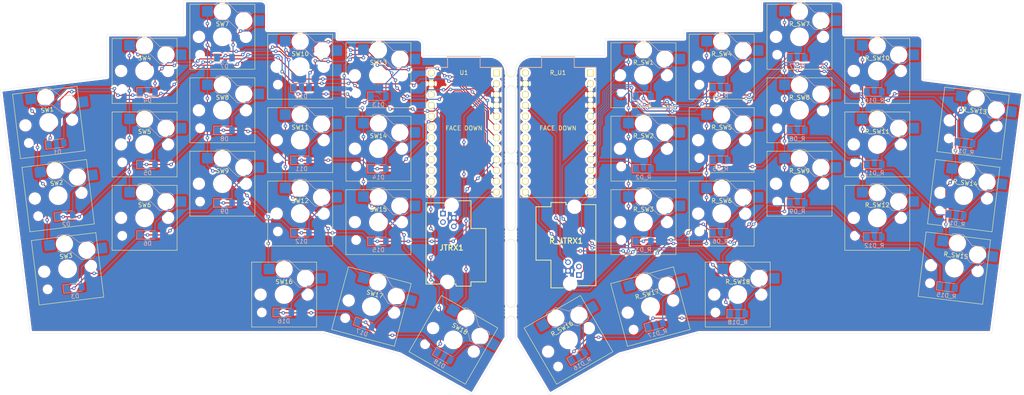
<source format=kicad_pcb>
(kicad_pcb (version 20171130) (host pcbnew 5.1.9+dfsg1-1+deb11u1)
  (layers (0 F.Cu signal) (31 B.Cu signal) (34 B.Paste user) (35 F.Paste user) (36 B.SilkS user) (37 F.SilkS user) (38 B.Mask user) (39 F.Mask user) (44 Edge.Cuts user))
  (net 0 "")
  (net 1 "Net-(D1-Pad2)")
  (net 2 Row0)
  (net 3 "Net-(D2-Pad2)")
  (net 4 Row1)
  (net 5 "Net-(D3-Pad2)")
  (net 6 Row2)
  (net 7 "Net-(D4-Pad2)")
  (net 8 "Net-(D5-Pad2)")
  (net 9 "Net-(D6-Pad2)")
  (net 10 "Net-(D7-Pad2)")
  (net 11 "Net-(D8-Pad2)")
  (net 12 "Net-(D9-Pad2)")
  (net 13 "Net-(D10-Pad2)")
  (net 14 "Net-(D11-Pad2)")
  (net 15 "Net-(D12-Pad2)")
  (net 16 "Net-(D13-Pad2)")
  (net 17 "Net-(D14-Pad2)")
  (net 18 "Net-(D15-Pad2)")
  (net 19 "Net-(D16-Pad2)")
  (net 20 "Net-(D17-Pad2)")
  (net 21 "Net-(D18-Pad2)")
  (net 22 Col0)
  (net 23 Col1)
  (net 24 Col2)
  (net 25 Col3)
  (net 26 Col4)
  (net 27 "Net-(U1-Pad24)")
  (net 28 "Net-(U1-Pad20)")
  (net 29 "Net-(U1-Pad19)")
  (net 30 "Net-(U1-Pad18)")
  (net 31 "Net-(U1-Pad17)")
  (net 32 "Net-(U1-Pad16)")
  (net 33 "Net-(U1-Pad15)")
  (net 34 "Net-(U1-Pad14)")
  (net 35 "Net-(U1-Pad1)")
  (net 36 Row3)
  (net 37 GND)
  (net 38 TRX)
  (net 39 VCC)
  (net 40 R_Row0)
  (net 41 "Net-(R_D1-Pad2)")
  (net 42 "Net-(R_D2-Pad2)")
  (net 43 R_Row1)
  (net 44 "Net-(R_D3-Pad2)")
  (net 45 R_Row2)
  (net 46 "Net-(R_D4-Pad2)")
  (net 47 "Net-(R_D5-Pad2)")
  (net 48 "Net-(R_D6-Pad2)")
  (net 49 "Net-(R_D7-Pad2)")
  (net 50 "Net-(R_D8-Pad2)")
  (net 51 "Net-(R_D9-Pad2)")
  (net 52 "Net-(R_D10-Pad2)")
  (net 53 "Net-(R_D11-Pad2)")
  (net 54 "Net-(R_D12-Pad2)")
  (net 55 "Net-(R_D13-Pad2)")
  (net 56 "Net-(R_D14-Pad2)")
  (net 57 "Net-(R_D15-Pad2)")
  (net 58 "Net-(R_D16-Pad2)")
  (net 59 "Net-(R_D17-Pad2)")
  (net 60 "Net-(R_D18-Pad2)")
  (net 61 R_Row3)
  (net 62 R_TRX)
  (net 63 R_Col0)
  (net 64 R_Col1)
  (net 65 R_Col2)
  (net 66 R_Col3)
  (net 67 R_Col4)
  (net 68 "Net-(R_U1-Pad1)")
  (net 69 "Net-(R_U1-Pad15)")
  (net 70 "Net-(R_U1-Pad16)")
  (net 71 "Net-(R_U1-Pad17)")
  (net 72 "Net-(R_U1-Pad18)")
  (net 73 "Net-(R_U1-Pad19)")
  (net 74 "Net-(R_U1-Pad20)")
  (net 75 "Net-(R_U1-Pad24)")
  (net 76 "Net-(R_U1-Pad14)")
  (net 77 "Net-(JTRX1-Pad3)")
  (net 78 "Net-(R_JTRX1-Pad3)")
  (net 79 "Net-(R_U1-Pad22)")
  (net 80 "Net-(U1-Pad22)")
  (module rjs:TM5RF4450 (layer F.Cu) (at 164.4 113.4 90)
    (fp_text reference R_JTRX1 (at 8 -3) (layer F.SilkS) (effects (font (size 1.27 1.27) (thickness 0.254))))
    (fp_text value TM5RF-44_50_ hide)
    (pad 6 np_thru_hole circle (at 16 -1.04 90) (size 2.4 2.4) (drill 2.4) (layers *.Cu *.Mask))
    (pad 5 np_thru_hole circle (at -2 -2.04 90) (size 2.4 2.4) (drill 2.4) (layers *.Cu *.Mask))
    (pad 4 thru_hole circle (at 3 -2.54 90) (size 1.3 1.3) (drill 0.8) (layers *.Cu *.Mask) (net 62 R_TRX))
    (pad 3 thru_hole circle (at 2 0 90) (size 1.3 1.3) (drill 0.8) (layers *.Cu *.Mask) (net 78 "Net-(R_JTRX1-Pad3)"))
    (pad 2 thru_hole circle (at 1 -2.54 90) (size 1.3 1.3) (drill 0.8) (layers *.Cu *.Mask) (net 37 GND))
    (pad 1 thru_hole rect (at 0 0 90) (size 1.3 1.3) (drill 0.8) (layers *.Cu *.Mask) (net 39 VCC))
  )
  (module promicro:ProMicro (layer F.Cu) (at 159.5 79)
    (fp_text reference R_U1 (at 0 -13 180) (layer F.SilkS))
    (fp_text value ProMicro-EliteC)
    (fp_text user "FACE DOWN" (at 0 0) (layer F.SilkS))
    (pad 24 thru_hole circle (at -7.62 -12.97 90) (size 1.6 1.6) (drill 1.1) (layers *.Cu *.Mask F.SilkS) (net 75 "Net-(R_U1-Pad24)"))
    (pad 23 thru_hole circle (at -7.62 -10.43 90) (size 1.6 1.6) (drill 1.1) (layers *.Cu *.Mask F.SilkS) (net 37 GND))
    (pad 22 thru_hole circle (at -7.62 -7.89 90) (size 1.6 1.6) (drill 1.1) (layers *.Cu *.Mask F.SilkS) (net 79 "Net-(R_U1-Pad22)"))
    (pad 21 thru_hole circle (at -7.62 -5.35 90) (size 1.6 1.6) (drill 1.1) (layers *.Cu *.Mask F.SilkS) (net 39 VCC))
    (pad 20 thru_hole circle (at -7.62 -2.81 90) (size 1.6 1.6) (drill 1.1) (layers *.Cu *.Mask F.SilkS) (net 74 "Net-(R_U1-Pad20)"))
    (pad 19 thru_hole circle (at -7.62 -0.27 90) (size 1.6 1.6) (drill 1.1) (layers *.Cu *.Mask F.SilkS) (net 73 "Net-(R_U1-Pad19)"))
    (pad 18 thru_hole circle (at -7.62 2.27 90) (size 1.6 1.6) (drill 1.1) (layers *.Cu *.Mask F.SilkS) (net 72 "Net-(R_U1-Pad18)"))
    (pad 17 thru_hole circle (at -7.62 4.81 90) (size 1.6 1.6) (drill 1.1) (layers *.Cu *.Mask F.SilkS) (net 71 "Net-(R_U1-Pad17)"))
    (pad 16 thru_hole circle (at -7.62 7.35 90) (size 1.6 1.6) (drill 1.1) (layers *.Cu *.Mask F.SilkS) (net 70 "Net-(R_U1-Pad16)"))
    (pad 15 thru_hole circle (at -7.62 9.89 90) (size 1.6 1.6) (drill 1.1) (layers *.Cu *.Mask F.SilkS) (net 69 "Net-(R_U1-Pad15)"))
    (pad 14 thru_hole circle (at -7.62 12.43 90) (size 1.6 1.6) (drill 1.1) (layers *.Cu *.Mask F.SilkS) (net 76 "Net-(R_U1-Pad14)"))
    (pad 13 thru_hole circle (at -7.62 14.97 90) (size 1.6 1.6) (drill 1.1) (layers *.Cu *.Mask F.SilkS) (net 61 R_Row3))
    (pad 12 thru_hole circle (at 7.62 14.97 90) (size 1.6 1.6) (drill 1.1) (layers *.Cu *.Mask F.SilkS) (net 45 R_Row2))
    (pad 11 thru_hole circle (at 7.62 12.43 90) (size 1.6 1.6) (drill 1.1) (layers *.Cu *.Mask F.SilkS) (net 43 R_Row1))
    (pad 10 thru_hole circle (at 7.62 9.89 90) (size 1.6 1.6) (drill 1.1) (layers *.Cu *.Mask F.SilkS) (net 40 R_Row0))
    (pad 9 thru_hole circle (at 7.62 7.35 90) (size 1.6 1.6) (drill 1.1) (layers *.Cu *.Mask F.SilkS) (net 67 R_Col4))
    (pad 8 thru_hole circle (at 7.62 4.81 90) (size 1.6 1.6) (drill 1.1) (layers *.Cu *.Mask F.SilkS) (net 66 R_Col3))
    (pad 7 thru_hole circle (at 7.62 2.27 90) (size 1.6 1.6) (drill 1.1) (layers *.Cu *.Mask F.SilkS) (net 65 R_Col2))
    (pad 6 thru_hole circle (at 7.62 -0.27 90) (size 1.6 1.6) (drill 1.1) (layers *.Cu *.Mask F.SilkS) (net 64 R_Col1))
    (pad 5 thru_hole circle (at 7.62 -2.81 90) (size 1.6 1.6) (drill 1.1) (layers *.Cu *.Mask F.SilkS) (net 63 R_Col0))
    (pad 4 thru_hole circle (at 7.62 -5.35 90) (size 1.6 1.6) (drill 1.1) (layers *.Cu *.Mask F.SilkS) (net 37 GND))
    (pad 3 thru_hole circle (at 7.62 -7.89 90) (size 1.6 1.6) (drill 1.1) (layers *.Cu *.Mask F.SilkS) (net 37 GND))
    (pad 2 thru_hole circle (at 7.62 -10.43 90) (size 1.6 1.6) (drill 1.1) (layers *.Cu *.Mask F.SilkS) (net 62 R_TRX))
    (pad 1 thru_hole rect (at 7.62 -12.97 90) (size 1.6 1.6) (drill 1.1) (layers *.Cu *.Mask F.SilkS) (net 68 "Net-(R_U1-Pad1)"))
  )
  (module promicro:ProMicro (layer F.Cu) (at 137.5 79)
    (fp_text reference U1 (at 0 -13 180) (layer F.SilkS))
    (fp_text value ProMicro-EliteC)
    (fp_text user "FACE DOWN" (at 0 0) (layer F.SilkS))
    (pad 1 thru_hole rect (at 7.62 -12.97 90) (size 1.6 1.6) (drill 1.1) (layers *.Cu *.Mask F.SilkS) (net 35 "Net-(U1-Pad1)"))
    (pad 2 thru_hole circle (at 7.62 -10.43 90) (size 1.6 1.6) (drill 1.1) (layers *.Cu *.Mask F.SilkS) (net 38 TRX))
    (pad 3 thru_hole circle (at 7.62 -7.89 90) (size 1.6 1.6) (drill 1.1) (layers *.Cu *.Mask F.SilkS) (net 37 GND))
    (pad 4 thru_hole circle (at 7.62 -5.35 90) (size 1.6 1.6) (drill 1.1) (layers *.Cu *.Mask F.SilkS) (net 37 GND))
    (pad 5 thru_hole circle (at 7.62 -2.81 90) (size 1.6 1.6) (drill 1.1) (layers *.Cu *.Mask F.SilkS) (net 22 Col0))
    (pad 6 thru_hole circle (at 7.62 -0.27 90) (size 1.6 1.6) (drill 1.1) (layers *.Cu *.Mask F.SilkS) (net 23 Col1))
    (pad 7 thru_hole circle (at 7.62 2.27 90) (size 1.6 1.6) (drill 1.1) (layers *.Cu *.Mask F.SilkS) (net 24 Col2))
    (pad 8 thru_hole circle (at 7.62 4.81 90) (size 1.6 1.6) (drill 1.1) (layers *.Cu *.Mask F.SilkS) (net 25 Col3))
    (pad 9 thru_hole circle (at 7.62 7.35 90) (size 1.6 1.6) (drill 1.1) (layers *.Cu *.Mask F.SilkS) (net 26 Col4))
    (pad 10 thru_hole circle (at 7.62 9.89 90) (size 1.6 1.6) (drill 1.1) (layers *.Cu *.Mask F.SilkS) (net 2 Row0))
    (pad 11 thru_hole circle (at 7.62 12.43 90) (size 1.6 1.6) (drill 1.1) (layers *.Cu *.Mask F.SilkS) (net 4 Row1))
    (pad 12 thru_hole circle (at 7.62 14.97 90) (size 1.6 1.6) (drill 1.1) (layers *.Cu *.Mask F.SilkS) (net 6 Row2))
    (pad 13 thru_hole circle (at -7.62 14.97 90) (size 1.6 1.6) (drill 1.1) (layers *.Cu *.Mask F.SilkS) (net 36 Row3))
    (pad 14 thru_hole circle (at -7.62 12.43 90) (size 1.6 1.6) (drill 1.1) (layers *.Cu *.Mask F.SilkS) (net 34 "Net-(U1-Pad14)"))
    (pad 15 thru_hole circle (at -7.62 9.89 90) (size 1.6 1.6) (drill 1.1) (layers *.Cu *.Mask F.SilkS) (net 33 "Net-(U1-Pad15)"))
    (pad 16 thru_hole circle (at -7.62 7.35 90) (size 1.6 1.6) (drill 1.1) (layers *.Cu *.Mask F.SilkS) (net 32 "Net-(U1-Pad16)"))
    (pad 17 thru_hole circle (at -7.62 4.81 90) (size 1.6 1.6) (drill 1.1) (layers *.Cu *.Mask F.SilkS) (net 31 "Net-(U1-Pad17)"))
    (pad 18 thru_hole circle (at -7.62 2.27 90) (size 1.6 1.6) (drill 1.1) (layers *.Cu *.Mask F.SilkS) (net 30 "Net-(U1-Pad18)"))
    (pad 19 thru_hole circle (at -7.62 -0.27 90) (size 1.6 1.6) (drill 1.1) (layers *.Cu *.Mask F.SilkS) (net 29 "Net-(U1-Pad19)"))
    (pad 20 thru_hole circle (at -7.62 -2.81 90) (size 1.6 1.6) (drill 1.1) (layers *.Cu *.Mask F.SilkS) (net 28 "Net-(U1-Pad20)"))
    (pad 21 thru_hole circle (at -7.62 -5.35 90) (size 1.6 1.6) (drill 1.1) (layers *.Cu *.Mask F.SilkS) (net 39 VCC))
    (pad 22 thru_hole circle (at -7.62 -7.89 90) (size 1.6 1.6) (drill 1.1) (layers *.Cu *.Mask F.SilkS) (net 80 "Net-(U1-Pad22)"))
    (pad 23 thru_hole circle (at -7.62 -10.43 90) (size 1.6 1.6) (drill 1.1) (layers *.Cu *.Mask F.SilkS) (net 37 GND))
    (pad 24 thru_hole circle (at -7.62 -12.97 90) (size 1.6 1.6) (drill 1.1) (layers *.Cu *.Mask F.SilkS) (net 27 "Net-(U1-Pad24)"))
  )
  (module Panelization:mouse-bite-2mm-slot (layer F.Cu) (at 148.5 122 90)
    (fp_text reference mouse-bite-2mm-slot hide)
    (fp_text value VAL** hide)
    (pad "" np_thru_hole circle (at 0 -0.75 90) (size 0.5 0.5) (drill 0.5) (layers *.Cu *.Mask))
    (pad "" np_thru_hole circle (at 0 0.75 90) (size 0.5 0.5) (drill 0.5) (layers *.Cu *.Mask))
    (pad "" np_thru_hole circle (at 0.75 -0.75 90) (size 0.5 0.5) (drill 0.5) (layers *.Cu *.Mask))
    (pad "" np_thru_hole circle (at -0.75 -0.75 90) (size 0.5 0.5) (drill 0.5) (layers *.Cu *.Mask))
    (pad "" np_thru_hole circle (at -0.75 0.75 90) (size 0.5 0.5) (drill 0.5) (layers *.Cu *.Mask))
    (pad "" np_thru_hole circle (at 0.75 0.75 90) (size 0.5 0.5) (drill 0.5) (layers *.Cu *.Mask))
  )
  (module Panelization:mouse-bite-2mm-slot (layer F.Cu) (at 148.5 104 90)
    (fp_text reference mouse-bite-2mm-slot hide)
    (fp_text value VAL** hide)
    (pad "" np_thru_hole circle (at 0 -0.75 90) (size 0.5 0.5) (drill 0.5) (layers *.Cu *.Mask))
    (pad "" np_thru_hole circle (at 0 0.75 90) (size 0.5 0.5) (drill 0.5) (layers *.Cu *.Mask))
    (pad "" np_thru_hole circle (at 0.75 -0.75 90) (size 0.5 0.5) (drill 0.5) (layers *.Cu *.Mask))
    (pad "" np_thru_hole circle (at -0.75 -0.75 90) (size 0.5 0.5) (drill 0.5) (layers *.Cu *.Mask))
    (pad "" np_thru_hole circle (at -0.75 0.75 90) (size 0.5 0.5) (drill 0.5) (layers *.Cu *.Mask))
    (pad "" np_thru_hole circle (at 0.75 0.75 90) (size 0.5 0.5) (drill 0.5) (layers *.Cu *.Mask))
  )
  (module Panelization:mouse-bite-2mm-slot (layer F.Cu) (at 148.5 86 90)
    (fp_text reference mouse-bite-2mm-slot hide)
    (fp_text value VAL** hide)
    (pad "" np_thru_hole circle (at 0 -0.75 90) (size 0.5 0.5) (drill 0.5) (layers *.Cu *.Mask))
    (pad "" np_thru_hole circle (at 0 0.75 90) (size 0.5 0.5) (drill 0.5) (layers *.Cu *.Mask))
    (pad "" np_thru_hole circle (at 0.75 -0.75 90) (size 0.5 0.5) (drill 0.5) (layers *.Cu *.Mask))
    (pad "" np_thru_hole circle (at -0.75 -0.75 90) (size 0.5 0.5) (drill 0.5) (layers *.Cu *.Mask))
    (pad "" np_thru_hole circle (at -0.75 0.75 90) (size 0.5 0.5) (drill 0.5) (layers *.Cu *.Mask))
    (pad "" np_thru_hole circle (at 0.75 0.75 90) (size 0.5 0.5) (drill 0.5) (layers *.Cu *.Mask))
  )
  (module Panelization:mouse-bite-2mm-slot (layer F.Cu) (at 148.5 68 90)
    (fp_text reference mouse-bite-2mm-slot hide)
    (fp_text value VAL** hide)
    (pad "" np_thru_hole circle (at 0.75 0.75 90) (size 0.5 0.5) (drill 0.5) (layers *.Cu *.Mask))
    (pad "" np_thru_hole circle (at -0.75 0.75 90) (size 0.5 0.5) (drill 0.5) (layers *.Cu *.Mask))
    (pad "" np_thru_hole circle (at -0.75 -0.75 90) (size 0.5 0.5) (drill 0.5) (layers *.Cu *.Mask))
    (pad "" np_thru_hole circle (at 0.75 -0.75 90) (size 0.5 0.5) (drill 0.5) (layers *.Cu *.Mask))
    (pad "" np_thru_hole circle (at 0 0.75 90) (size 0.5 0.5) (drill 0.5) (layers *.Cu *.Mask))
    (pad "" np_thru_hole circle (at 0 -0.75 90) (size 0.5 0.5) (drill 0.5) (layers *.Cu *.Mask))
  )
  (module rjs:TM5RF4450 (layer F.Cu) (at 132.6 99 270)
    (fp_text reference JTRX1 (at 8 -2) (layer F.SilkS) (effects (font (size 1.27 1.27) (thickness 0.254))))
    (fp_text value TM5RF-44_50_ hide)
    (pad 6 np_thru_hole circle (at 16 -1.04 270) (size 2.4 2.4) (drill 2.4) (layers *.Cu *.Mask))
    (pad 5 np_thru_hole circle (at -2 -2.04 270) (size 2.4 2.4) (drill 2.4) (layers *.Cu *.Mask))
    (pad 4 thru_hole circle (at 3 -2.54 270) (size 1.3 1.3) (drill 0.8) (layers *.Cu *.Mask) (net 38 TRX))
    (pad 3 thru_hole circle (at 2 0 270) (size 1.3 1.3) (drill 0.8) (layers *.Cu *.Mask) (net 77 "Net-(JTRX1-Pad3)"))
    (pad 2 thru_hole circle (at 1 -2.54 270) (size 1.3 1.3) (drill 0.8) (layers *.Cu *.Mask) (net 37 GND))
    (pad 1 thru_hole rect (at 0 0 270) (size 1.3 1.3) (drill 0.8) (layers *.Cu *.Mask) (net 39 VCC))
  )
  (module Switch_Keyboard_Hotswap_Kailh:SW_Hotswap_Kailh_Choc_V1_1.00u (layer F.Cu) (at 135.035893 128.579623 330)
    (fp_text reference SW18 (at 0 -3 150) (layer F.SilkS))
    (fp_text value SW_Push_45deg)
    (pad "" np_thru_hole circle (at -5.22 4.2 330) (size 1.3 1.3) (drill 1.3) (layers *.Cu *.Mask))
    (pad "" np_thru_hole circle (at 5.5 0 330) (size 1.9 1.9) (drill 1.9) (layers *.Cu *.Mask))
    (pad "" np_thru_hole circle (at -5.5 0 330) (size 1.9 1.9) (drill 1.9) (layers *.Cu *.Mask))
    (pad "" np_thru_hole circle (at 0 0 330) (size 3.4 3.4) (drill 3.4) (layers *.Cu *.Mask))
    (pad 2 smd roundrect (at 8.5 -3.8 330) (size 2.55 2.5) (layers B.Cu B.Paste B.Mask) (roundrect_rratio 0.1) (net 21 "Net-(D18-Pad2)"))
    (pad 1 smd roundrect (at -3.5 -6 330) (size 2.55 2.5) (layers B.Cu B.Paste B.Mask) (roundrect_rratio 0.1) (net 26 Col4))
    (pad "" np_thru_hole circle (at 5 -3.8 330) (size 3.05 3.05) (drill 3.05) (layers *.Cu *.Mask))
    (pad "" np_thru_hole circle (at 0 -5.9 330) (size 3.05 3.05) (drill 3.05) (layers *.Cu *.Mask))
  )
  (module Switch_Keyboard_Hotswap_Kailh:SW_Hotswap_Kailh_Choc_V1_1.00u (layer F.Cu) (at 115.862879 120.776065 345)
    (fp_text reference SW17 (at 0 -3 165) (layer F.SilkS))
    (fp_text value SW_Push_45deg)
    (pad "" np_thru_hole circle (at -5.22 4.2 345) (size 1.3 1.3) (drill 1.3) (layers *.Cu *.Mask))
    (pad "" np_thru_hole circle (at 5.5 0 345) (size 1.9 1.9) (drill 1.9) (layers *.Cu *.Mask))
    (pad "" np_thru_hole circle (at -5.5 0 345) (size 1.9 1.9) (drill 1.9) (layers *.Cu *.Mask))
    (pad "" np_thru_hole circle (at 0 0 345) (size 3.4 3.4) (drill 3.4) (layers *.Cu *.Mask))
    (pad 2 smd roundrect (at 8.5 -3.8 345) (size 2.55 2.5) (layers B.Cu B.Paste B.Mask) (roundrect_rratio 0.1) (net 20 "Net-(D17-Pad2)"))
    (pad 1 smd roundrect (at -3.5 -6 345) (size 2.55 2.5) (layers B.Cu B.Paste B.Mask) (roundrect_rratio 0.1) (net 25 Col3))
    (pad "" np_thru_hole circle (at 5 -3.8 345) (size 3.05 3.05) (drill 3.05) (layers *.Cu *.Mask))
    (pad "" np_thru_hole circle (at 0 -5.9 345) (size 3.05 3.05) (drill 3.05) (layers *.Cu *.Mask))
  )
  (module Switch_Keyboard_Hotswap_Kailh:SW_Hotswap_Kailh_Choc_V1_1.00u (layer F.Cu) (at 95.439736 117.96622)
    (fp_text reference SW16 (at 0 -3) (layer F.SilkS))
    (fp_text value SW_Push_45deg)
    (pad "" np_thru_hole circle (at -5.22 4.2) (size 1.3 1.3) (drill 1.3) (layers *.Cu *.Mask))
    (pad "" np_thru_hole circle (at 5.5 0) (size 1.9 1.9) (drill 1.9) (layers *.Cu *.Mask))
    (pad "" np_thru_hole circle (at -5.5 0) (size 1.9 1.9) (drill 1.9) (layers *.Cu *.Mask))
    (pad "" np_thru_hole circle (at 0 0) (size 3.4 3.4) (drill 3.4) (layers *.Cu *.Mask))
    (pad 2 smd roundrect (at 8.5 -3.8) (size 2.55 2.5) (layers B.Cu B.Paste B.Mask) (roundrect_rratio 0.1) (net 19 "Net-(D16-Pad2)"))
    (pad 1 smd roundrect (at -3.5 -6) (size 2.55 2.5) (layers B.Cu B.Paste B.Mask) (roundrect_rratio 0.1) (net 24 Col2))
    (pad "" np_thru_hole circle (at 5 -3.8) (size 3.05 3.05) (drill 3.05) (layers *.Cu *.Mask))
    (pad "" np_thru_hole circle (at 0 -5.9) (size 3.05 3.05) (drill 3.05) (layers *.Cu *.Mask))
  )
  (module Switch_Keyboard_Hotswap_Kailh:SW_Hotswap_Kailh_Choc_V1_1.00u (layer F.Cu) (at 117.5 101)
    (fp_text reference SW15 (at 0 -3) (layer F.SilkS))
    (fp_text value SW_Push_45deg)
    (pad "" np_thru_hole circle (at -5.22 4.2) (size 1.3 1.3) (drill 1.3) (layers *.Cu *.Mask))
    (pad "" np_thru_hole circle (at 5.5 0) (size 1.9 1.9) (drill 1.9) (layers *.Cu *.Mask))
    (pad "" np_thru_hole circle (at -5.5 0) (size 1.9 1.9) (drill 1.9) (layers *.Cu *.Mask))
    (pad "" np_thru_hole circle (at 0 0) (size 3.4 3.4) (drill 3.4) (layers *.Cu *.Mask))
    (pad 2 smd roundrect (at 8.5 -3.8) (size 2.55 2.5) (layers B.Cu B.Paste B.Mask) (roundrect_rratio 0.1) (net 18 "Net-(D15-Pad2)"))
    (pad 1 smd roundrect (at -3.5 -6) (size 2.55 2.5) (layers B.Cu B.Paste B.Mask) (roundrect_rratio 0.1) (net 26 Col4))
    (pad "" np_thru_hole circle (at 5 -3.8) (size 3.05 3.05) (drill 3.05) (layers *.Cu *.Mask))
    (pad "" np_thru_hole circle (at 0 -5.9) (size 3.05 3.05) (drill 3.05) (layers *.Cu *.Mask))
  )
  (module Switch_Keyboard_Hotswap_Kailh:SW_Hotswap_Kailh_Choc_V1_1.00u (layer F.Cu) (at 117.5 83.8)
    (fp_text reference SW14 (at 0 -3) (layer F.SilkS))
    (fp_text value SW_Push_45deg)
    (pad "" np_thru_hole circle (at -5.22 4.2) (size 1.3 1.3) (drill 1.3) (layers *.Cu *.Mask))
    (pad "" np_thru_hole circle (at 5.5 0) (size 1.9 1.9) (drill 1.9) (layers *.Cu *.Mask))
    (pad "" np_thru_hole circle (at -5.5 0) (size 1.9 1.9) (drill 1.9) (layers *.Cu *.Mask))
    (pad "" np_thru_hole circle (at 0 0) (size 3.4 3.4) (drill 3.4) (layers *.Cu *.Mask))
    (pad 2 smd roundrect (at 8.5 -3.8) (size 2.55 2.5) (layers B.Cu B.Paste B.Mask) (roundrect_rratio 0.1) (net 17 "Net-(D14-Pad2)"))
    (pad 1 smd roundrect (at -3.5 -6) (size 2.55 2.5) (layers B.Cu B.Paste B.Mask) (roundrect_rratio 0.1) (net 26 Col4))
    (pad "" np_thru_hole circle (at 5 -3.8) (size 3.05 3.05) (drill 3.05) (layers *.Cu *.Mask))
    (pad "" np_thru_hole circle (at 0 -5.9) (size 3.05 3.05) (drill 3.05) (layers *.Cu *.Mask))
  )
  (module Switch_Keyboard_Hotswap_Kailh:SW_Hotswap_Kailh_Choc_V1_1.00u (layer F.Cu) (at 117.5 66.6)
    (fp_text reference SW13 (at 0 -3) (layer F.SilkS))
    (fp_text value SW_Push_45deg)
    (pad "" np_thru_hole circle (at -5.22 4.2) (size 1.3 1.3) (drill 1.3) (layers *.Cu *.Mask))
    (pad "" np_thru_hole circle (at 5.5 0) (size 1.9 1.9) (drill 1.9) (layers *.Cu *.Mask))
    (pad "" np_thru_hole circle (at -5.5 0) (size 1.9 1.9) (drill 1.9) (layers *.Cu *.Mask))
    (pad "" np_thru_hole circle (at 0 0) (size 3.4 3.4) (drill 3.4) (layers *.Cu *.Mask))
    (pad 2 smd roundrect (at 8.5 -3.8) (size 2.55 2.5) (layers B.Cu B.Paste B.Mask) (roundrect_rratio 0.1) (net 16 "Net-(D13-Pad2)"))
    (pad 1 smd roundrect (at -3.5 -6) (size 2.55 2.5) (layers B.Cu B.Paste B.Mask) (roundrect_rratio 0.1) (net 26 Col4))
    (pad "" np_thru_hole circle (at 5 -3.8) (size 3.05 3.05) (drill 3.05) (layers *.Cu *.Mask))
    (pad "" np_thru_hole circle (at 0 -5.9) (size 3.05 3.05) (drill 3.05) (layers *.Cu *.Mask))
  )
  (module Switch_Keyboard_Hotswap_Kailh:SW_Hotswap_Kailh_Choc_V1_1.00u (layer F.Cu) (at 99.2 99)
    (fp_text reference SW12 (at 0 -3) (layer F.SilkS))
    (fp_text value SW_Push_45deg)
    (pad "" np_thru_hole circle (at -5.22 4.2) (size 1.3 1.3) (drill 1.3) (layers *.Cu *.Mask))
    (pad "" np_thru_hole circle (at 5.5 0) (size 1.9 1.9) (drill 1.9) (layers *.Cu *.Mask))
    (pad "" np_thru_hole circle (at -5.5 0) (size 1.9 1.9) (drill 1.9) (layers *.Cu *.Mask))
    (pad "" np_thru_hole circle (at 0 0) (size 3.4 3.4) (drill 3.4) (layers *.Cu *.Mask))
    (pad 2 smd roundrect (at 8.5 -3.8) (size 2.55 2.5) (layers B.Cu B.Paste B.Mask) (roundrect_rratio 0.1) (net 15 "Net-(D12-Pad2)"))
    (pad 1 smd roundrect (at -3.5 -6) (size 2.55 2.5) (layers B.Cu B.Paste B.Mask) (roundrect_rratio 0.1) (net 25 Col3))
    (pad "" np_thru_hole circle (at 5 -3.8) (size 3.05 3.05) (drill 3.05) (layers *.Cu *.Mask))
    (pad "" np_thru_hole circle (at 0 -5.9) (size 3.05 3.05) (drill 3.05) (layers *.Cu *.Mask))
  )
  (module Switch_Keyboard_Hotswap_Kailh:SW_Hotswap_Kailh_Choc_V1_1.00u (layer F.Cu) (at 99.2 81.8)
    (fp_text reference SW11 (at 0 -3) (layer F.SilkS))
    (fp_text value SW_Push_45deg)
    (pad "" np_thru_hole circle (at -5.22 4.2) (size 1.3 1.3) (drill 1.3) (layers *.Cu *.Mask))
    (pad "" np_thru_hole circle (at 5.5 0) (size 1.9 1.9) (drill 1.9) (layers *.Cu *.Mask))
    (pad "" np_thru_hole circle (at -5.5 0) (size 1.9 1.9) (drill 1.9) (layers *.Cu *.Mask))
    (pad "" np_thru_hole circle (at 0 0) (size 3.4 3.4) (drill 3.4) (layers *.Cu *.Mask))
    (pad 2 smd roundrect (at 8.5 -3.8) (size 2.55 2.5) (layers B.Cu B.Paste B.Mask) (roundrect_rratio 0.1) (net 14 "Net-(D11-Pad2)"))
    (pad 1 smd roundrect (at -3.5 -6) (size 2.55 2.5) (layers B.Cu B.Paste B.Mask) (roundrect_rratio 0.1) (net 25 Col3))
    (pad "" np_thru_hole circle (at 5 -3.8) (size 3.05 3.05) (drill 3.05) (layers *.Cu *.Mask))
    (pad "" np_thru_hole circle (at 0 -5.9) (size 3.05 3.05) (drill 3.05) (layers *.Cu *.Mask))
  )
  (module Switch_Keyboard_Hotswap_Kailh:SW_Hotswap_Kailh_Choc_V1_1.00u (layer F.Cu) (at 99.2 64.6)
    (fp_text reference SW10 (at 0 -3) (layer F.SilkS))
    (fp_text value SW_Push_45deg)
    (pad "" np_thru_hole circle (at -5.22 4.2) (size 1.3 1.3) (drill 1.3) (layers *.Cu *.Mask))
    (pad "" np_thru_hole circle (at 5.5 0) (size 1.9 1.9) (drill 1.9) (layers *.Cu *.Mask))
    (pad "" np_thru_hole circle (at -5.5 0) (size 1.9 1.9) (drill 1.9) (layers *.Cu *.Mask))
    (pad "" np_thru_hole circle (at 0 0) (size 3.4 3.4) (drill 3.4) (layers *.Cu *.Mask))
    (pad 2 smd roundrect (at 8.5 -3.8) (size 2.55 2.5) (layers B.Cu B.Paste B.Mask) (roundrect_rratio 0.1) (net 13 "Net-(D10-Pad2)"))
    (pad 1 smd roundrect (at -3.5 -6) (size 2.55 2.5) (layers B.Cu B.Paste B.Mask) (roundrect_rratio 0.1) (net 25 Col3))
    (pad "" np_thru_hole circle (at 5 -3.8) (size 3.05 3.05) (drill 3.05) (layers *.Cu *.Mask))
    (pad "" np_thru_hole circle (at 0 -5.9) (size 3.05 3.05) (drill 3.05) (layers *.Cu *.Mask))
  )
  (module Switch_Keyboard_Hotswap_Kailh:SW_Hotswap_Kailh_Choc_V1_1.00u (layer F.Cu) (at 81 92)
    (fp_text reference SW9 (at 0 -3) (layer F.SilkS))
    (fp_text value SW_Push_45deg)
    (pad "" np_thru_hole circle (at -5.22 4.2) (size 1.3 1.3) (drill 1.3) (layers *.Cu *.Mask))
    (pad "" np_thru_hole circle (at 5.5 0) (size 1.9 1.9) (drill 1.9) (layers *.Cu *.Mask))
    (pad "" np_thru_hole circle (at -5.5 0) (size 1.9 1.9) (drill 1.9) (layers *.Cu *.Mask))
    (pad "" np_thru_hole circle (at 0 0) (size 3.4 3.4) (drill 3.4) (layers *.Cu *.Mask))
    (pad 2 smd roundrect (at 8.5 -3.8) (size 2.55 2.5) (layers B.Cu B.Paste B.Mask) (roundrect_rratio 0.1) (net 12 "Net-(D9-Pad2)"))
    (pad 1 smd roundrect (at -3.5 -6) (size 2.55 2.5) (layers B.Cu B.Paste B.Mask) (roundrect_rratio 0.1) (net 24 Col2))
    (pad "" np_thru_hole circle (at 5 -3.8) (size 3.05 3.05) (drill 3.05) (layers *.Cu *.Mask))
    (pad "" np_thru_hole circle (at 0 -5.9) (size 3.05 3.05) (drill 3.05) (layers *.Cu *.Mask))
  )
  (module Switch_Keyboard_Hotswap_Kailh:SW_Hotswap_Kailh_Choc_V1_1.00u (layer F.Cu) (at 81 74.8)
    (fp_text reference SW8 (at 0 -3) (layer F.SilkS))
    (fp_text value SW_Push_45deg)
    (pad "" np_thru_hole circle (at -5.22 4.2) (size 1.3 1.3) (drill 1.3) (layers *.Cu *.Mask))
    (pad "" np_thru_hole circle (at 5.5 0) (size 1.9 1.9) (drill 1.9) (layers *.Cu *.Mask))
    (pad "" np_thru_hole circle (at -5.5 0) (size 1.9 1.9) (drill 1.9) (layers *.Cu *.Mask))
    (pad "" np_thru_hole circle (at 0 0) (size 3.4 3.4) (drill 3.4) (layers *.Cu *.Mask))
    (pad 2 smd roundrect (at 8.5 -3.8) (size 2.55 2.5) (layers B.Cu B.Paste B.Mask) (roundrect_rratio 0.1) (net 11 "Net-(D8-Pad2)"))
    (pad 1 smd roundrect (at -3.5 -6) (size 2.55 2.5) (layers B.Cu B.Paste B.Mask) (roundrect_rratio 0.1) (net 24 Col2))
    (pad "" np_thru_hole circle (at 5 -3.8) (size 3.05 3.05) (drill 3.05) (layers *.Cu *.Mask))
    (pad "" np_thru_hole circle (at 0 -5.9) (size 3.05 3.05) (drill 3.05) (layers *.Cu *.Mask))
  )
  (module Switch_Keyboard_Hotswap_Kailh:SW_Hotswap_Kailh_Choc_V1_1.00u (layer F.Cu) (at 81 57.6)
    (fp_text reference SW7 (at 0 -3) (layer F.SilkS))
    (fp_text value SW_Push_45deg)
    (pad "" np_thru_hole circle (at -5.22 4.2) (size 1.3 1.3) (drill 1.3) (layers *.Cu *.Mask))
    (pad "" np_thru_hole circle (at 5.5 0) (size 1.9 1.9) (drill 1.9) (layers *.Cu *.Mask))
    (pad "" np_thru_hole circle (at -5.5 0) (size 1.9 1.9) (drill 1.9) (layers *.Cu *.Mask))
    (pad "" np_thru_hole circle (at 0 0) (size 3.4 3.4) (drill 3.4) (layers *.Cu *.Mask))
    (pad 2 smd roundrect (at 8.5 -3.8) (size 2.55 2.5) (layers B.Cu B.Paste B.Mask) (roundrect_rratio 0.1) (net 10 "Net-(D7-Pad2)"))
    (pad 1 smd roundrect (at -3.5 -6) (size 2.55 2.5) (layers B.Cu B.Paste B.Mask) (roundrect_rratio 0.1) (net 24 Col2))
    (pad "" np_thru_hole circle (at 5 -3.8) (size 3.05 3.05) (drill 3.05) (layers *.Cu *.Mask))
    (pad "" np_thru_hole circle (at 0 -5.9) (size 3.05 3.05) (drill 3.05) (layers *.Cu *.Mask))
  )
  (module Switch_Keyboard_Hotswap_Kailh:SW_Hotswap_Kailh_Choc_V1_1.00u (layer F.Cu) (at 62.8 100)
    (fp_text reference SW6 (at 0 -3) (layer F.SilkS))
    (fp_text value SW_Push_45deg)
    (pad "" np_thru_hole circle (at -5.22 4.2) (size 1.3 1.3) (drill 1.3) (layers *.Cu *.Mask))
    (pad "" np_thru_hole circle (at 5.5 0) (size 1.9 1.9) (drill 1.9) (layers *.Cu *.Mask))
    (pad "" np_thru_hole circle (at -5.5 0) (size 1.9 1.9) (drill 1.9) (layers *.Cu *.Mask))
    (pad "" np_thru_hole circle (at 0 0) (size 3.4 3.4) (drill 3.4) (layers *.Cu *.Mask))
    (pad 2 smd roundrect (at 8.5 -3.8) (size 2.55 2.5) (layers B.Cu B.Paste B.Mask) (roundrect_rratio 0.1) (net 9 "Net-(D6-Pad2)"))
    (pad 1 smd roundrect (at -3.5 -6) (size 2.55 2.5) (layers B.Cu B.Paste B.Mask) (roundrect_rratio 0.1) (net 23 Col1))
    (pad "" np_thru_hole circle (at 5 -3.8) (size 3.05 3.05) (drill 3.05) (layers *.Cu *.Mask))
    (pad "" np_thru_hole circle (at 0 -5.9) (size 3.05 3.05) (drill 3.05) (layers *.Cu *.Mask))
  )
  (module Switch_Keyboard_Hotswap_Kailh:SW_Hotswap_Kailh_Choc_V1_1.00u (layer F.Cu) (at 62.8 82.8)
    (fp_text reference SW5 (at 0 -3) (layer F.SilkS))
    (fp_text value SW_Push_45deg)
    (pad "" np_thru_hole circle (at -5.22 4.2) (size 1.3 1.3) (drill 1.3) (layers *.Cu *.Mask))
    (pad "" np_thru_hole circle (at 5.5 0) (size 1.9 1.9) (drill 1.9) (layers *.Cu *.Mask))
    (pad "" np_thru_hole circle (at -5.5 0) (size 1.9 1.9) (drill 1.9) (layers *.Cu *.Mask))
    (pad "" np_thru_hole circle (at 0 0) (size 3.4 3.4) (drill 3.4) (layers *.Cu *.Mask))
    (pad 2 smd roundrect (at 8.5 -3.8) (size 2.55 2.5) (layers B.Cu B.Paste B.Mask) (roundrect_rratio 0.1) (net 8 "Net-(D5-Pad2)"))
    (pad 1 smd roundrect (at -3.5 -6) (size 2.55 2.5) (layers B.Cu B.Paste B.Mask) (roundrect_rratio 0.1) (net 23 Col1))
    (pad "" np_thru_hole circle (at 5 -3.8) (size 3.05 3.05) (drill 3.05) (layers *.Cu *.Mask))
    (pad "" np_thru_hole circle (at 0 -5.9) (size 3.05 3.05) (drill 3.05) (layers *.Cu *.Mask))
  )
  (module Switch_Keyboard_Hotswap_Kailh:SW_Hotswap_Kailh_Choc_V1_1.00u (layer F.Cu) (at 62.8 65.6)
    (fp_text reference SW4 (at 0 -3) (layer F.SilkS))
    (fp_text value SW_Push_45deg)
    (pad "" np_thru_hole circle (at -5.22 4.2) (size 1.3 1.3) (drill 1.3) (layers *.Cu *.Mask))
    (pad "" np_thru_hole circle (at 5.5 0) (size 1.9 1.9) (drill 1.9) (layers *.Cu *.Mask))
    (pad "" np_thru_hole circle (at -5.5 0) (size 1.9 1.9) (drill 1.9) (layers *.Cu *.Mask))
    (pad "" np_thru_hole circle (at 0 0) (size 3.4 3.4) (drill 3.4) (layers *.Cu *.Mask))
    (pad 2 smd roundrect (at 8.5 -3.8) (size 2.55 2.5) (layers B.Cu B.Paste B.Mask) (roundrect_rratio 0.1) (net 7 "Net-(D4-Pad2)"))
    (pad 1 smd roundrect (at -3.5 -6) (size 2.55 2.5) (layers B.Cu B.Paste B.Mask) (roundrect_rratio 0.1) (net 23 Col1))
    (pad "" np_thru_hole circle (at 5 -3.8) (size 3.05 3.05) (drill 3.05) (layers *.Cu *.Mask))
    (pad "" np_thru_hole circle (at 0 -5.9) (size 3.05 3.05) (drill 3.05) (layers *.Cu *.Mask))
  )
  (module Switch_Keyboard_Hotswap_Kailh:SW_Hotswap_Kailh_Choc_V1_1.00u (layer F.Cu) (at 44.780556 111.93401 7)
    (fp_text reference SW3 (at 0 -3 7) (layer F.SilkS))
    (fp_text value SW_Push_45deg)
    (pad "" np_thru_hole circle (at -5.22 4.2 7) (size 1.3 1.3) (drill 1.3) (layers *.Cu *.Mask))
    (pad "" np_thru_hole circle (at 5.5 0 7) (size 1.9 1.9) (drill 1.9) (layers *.Cu *.Mask))
    (pad "" np_thru_hole circle (at -5.5 0 7) (size 1.9 1.9) (drill 1.9) (layers *.Cu *.Mask))
    (pad "" np_thru_hole circle (at 0 0 7) (size 3.4 3.4) (drill 3.4) (layers *.Cu *.Mask))
    (pad 2 smd roundrect (at 8.5 -3.8 7) (size 2.55 2.5) (layers B.Cu B.Paste B.Mask) (roundrect_rratio 0.1) (net 5 "Net-(D3-Pad2)"))
    (pad 1 smd roundrect (at -3.5 -6 7) (size 2.55 2.5) (layers B.Cu B.Paste B.Mask) (roundrect_rratio 0.1) (net 22 Col0))
    (pad "" np_thru_hole circle (at 5 -3.8 7) (size 3.05 3.05) (drill 3.05) (layers *.Cu *.Mask))
    (pad "" np_thru_hole circle (at 0 -5.9 7) (size 3.05 3.05) (drill 3.05) (layers *.Cu *.Mask))
  )
  (module Switch_Keyboard_Hotswap_Kailh:SW_Hotswap_Kailh_Choc_V1_1.00u (layer F.Cu) (at 42.58126 94.800327 7)
    (fp_text reference SW2 (at 0 -3 7) (layer F.SilkS))
    (fp_text value SW_Push_45deg)
    (pad "" np_thru_hole circle (at -5.22 4.2 7) (size 1.3 1.3) (drill 1.3) (layers *.Cu *.Mask))
    (pad "" np_thru_hole circle (at 5.5 0 7) (size 1.9 1.9) (drill 1.9) (layers *.Cu *.Mask))
    (pad "" np_thru_hole circle (at -5.5 0 7) (size 1.9 1.9) (drill 1.9) (layers *.Cu *.Mask))
    (pad "" np_thru_hole circle (at 0 0 7) (size 3.4 3.4) (drill 3.4) (layers *.Cu *.Mask))
    (pad 2 smd roundrect (at 8.5 -3.8 7) (size 2.55 2.5) (layers B.Cu B.Paste B.Mask) (roundrect_rratio 0.1) (net 3 "Net-(D2-Pad2)"))
    (pad 1 smd roundrect (at -3.5 -6 7) (size 2.55 2.5) (layers B.Cu B.Paste B.Mask) (roundrect_rratio 0.1) (net 22 Col0))
    (pad "" np_thru_hole circle (at 5 -3.8 7) (size 3.05 3.05) (drill 3.05) (layers *.Cu *.Mask))
    (pad "" np_thru_hole circle (at 0 -5.9 7) (size 3.05 3.05) (drill 3.05) (layers *.Cu *.Mask))
  )
  (module Switch_Keyboard_Hotswap_Kailh:SW_Hotswap_Kailh_Choc_V1_1.00u (layer F.Cu) (at 40.381963 77.666644 7)
    (fp_text reference SW1 (at 0 -3 7) (layer F.SilkS))
    (fp_text value SW_Push_45deg)
    (pad "" np_thru_hole circle (at -5.22 4.2 7) (size 1.3 1.3) (drill 1.3) (layers *.Cu *.Mask))
    (pad "" np_thru_hole circle (at 5.5 0 7) (size 1.9 1.9) (drill 1.9) (layers *.Cu *.Mask))
    (pad "" np_thru_hole circle (at -5.5 0 7) (size 1.9 1.9) (drill 1.9) (layers *.Cu *.Mask))
    (pad "" np_thru_hole circle (at 0 0 7) (size 3.4 3.4) (drill 3.4) (layers *.Cu *.Mask))
    (pad 2 smd roundrect (at 8.5 -3.8 7) (size 2.55 2.5) (layers B.Cu B.Paste B.Mask) (roundrect_rratio 0.1) (net 1 "Net-(D1-Pad2)"))
    (pad 1 smd roundrect (at -3.5 -6 7) (size 2.55 2.5) (layers B.Cu B.Paste B.Mask) (roundrect_rratio 0.1) (net 22 Col0))
    (pad "" np_thru_hole circle (at 5 -3.8 7) (size 3.05 3.05) (drill 3.05) (layers *.Cu *.Mask))
    (pad "" np_thru_hole circle (at 0 -5.9 7) (size 3.05 3.05) (drill 3.05) (layers *.Cu *.Mask))
  )
  (module Switch_Keyboard_Hotswap_Kailh:SW_Hotswap_Kailh_Choc_V1_1.00u (layer F.Cu) (at 201.560264 117.96622)
    (fp_text reference R_SW18 (at 0 -3) (layer F.SilkS))
    (fp_text value SW_Push_45deg)
    (pad "" np_thru_hole circle (at -5.22 4.2) (size 1.3 1.3) (drill 1.3) (layers *.Cu *.Mask))
    (pad "" np_thru_hole circle (at 5.5 0) (size 1.9 1.9) (drill 1.9) (layers *.Cu *.Mask))
    (pad "" np_thru_hole circle (at -5.5 0) (size 1.9 1.9) (drill 1.9) (layers *.Cu *.Mask))
    (pad "" np_thru_hole circle (at 0 0) (size 3.4 3.4) (drill 3.4) (layers *.Cu *.Mask))
    (pad 2 smd roundrect (at 8.5 -3.8) (size 2.55 2.5) (layers B.Cu B.Paste B.Mask) (roundrect_rratio 0.1) (net 60 "Net-(R_D18-Pad2)"))
    (pad 1 smd roundrect (at -3.5 -6) (size 2.55 2.5) (layers B.Cu B.Paste B.Mask) (roundrect_rratio 0.1) (net 65 R_Col2))
    (pad "" np_thru_hole circle (at 5 -3.8) (size 3.05 3.05) (drill 3.05) (layers *.Cu *.Mask))
    (pad "" np_thru_hole circle (at 0 -5.9) (size 3.05 3.05) (drill 3.05) (layers *.Cu *.Mask))
  )
  (module Switch_Keyboard_Hotswap_Kailh:SW_Hotswap_Kailh_Choc_V1_1.00u (layer F.Cu) (at 181.137121 120.776065 15)
    (fp_text reference R_SW17 (at 0 -3 15) (layer F.SilkS))
    (fp_text value SW_Push_45deg)
    (pad "" np_thru_hole circle (at -5.22 4.2 15) (size 1.3 1.3) (drill 1.3) (layers *.Cu *.Mask))
    (pad "" np_thru_hole circle (at 5.5 0 15) (size 1.9 1.9) (drill 1.9) (layers *.Cu *.Mask))
    (pad "" np_thru_hole circle (at -5.5 0 15) (size 1.9 1.9) (drill 1.9) (layers *.Cu *.Mask))
    (pad "" np_thru_hole circle (at 0 0 15) (size 3.4 3.4) (drill 3.4) (layers *.Cu *.Mask))
    (pad 2 smd roundrect (at 8.5 -3.8 15) (size 2.55 2.5) (layers B.Cu B.Paste B.Mask) (roundrect_rratio 0.1) (net 59 "Net-(R_D17-Pad2)"))
    (pad 1 smd roundrect (at -3.5 -6 15) (size 2.55 2.5) (layers B.Cu B.Paste B.Mask) (roundrect_rratio 0.1) (net 64 R_Col1))
    (pad "" np_thru_hole circle (at 5 -3.8 15) (size 3.05 3.05) (drill 3.05) (layers *.Cu *.Mask))
    (pad "" np_thru_hole circle (at 0 -5.9 15) (size 3.05 3.05) (drill 3.05) (layers *.Cu *.Mask))
  )
  (module Switch_Keyboard_Hotswap_Kailh:SW_Hotswap_Kailh_Choc_V1_1.00u (layer F.Cu) (at 161.964106 128.579624 30)
    (fp_text reference R_SW16 (at 0 -3 30) (layer F.SilkS))
    (fp_text value SW_Push_45deg)
    (pad "" np_thru_hole circle (at -5.22 4.2 30) (size 1.3 1.3) (drill 1.3) (layers *.Cu *.Mask))
    (pad "" np_thru_hole circle (at 5.5 0 30) (size 1.9 1.9) (drill 1.9) (layers *.Cu *.Mask))
    (pad "" np_thru_hole circle (at -5.5 0 30) (size 1.9 1.9) (drill 1.9) (layers *.Cu *.Mask))
    (pad "" np_thru_hole circle (at 0 0 30) (size 3.4 3.4) (drill 3.4) (layers *.Cu *.Mask))
    (pad 2 smd roundrect (at 8.5 -3.8 30) (size 2.55 2.5) (layers B.Cu B.Paste B.Mask) (roundrect_rratio 0.1) (net 58 "Net-(R_D16-Pad2)"))
    (pad 1 smd roundrect (at -3.5 -6 30) (size 2.55 2.5) (layers B.Cu B.Paste B.Mask) (roundrect_rratio 0.1) (net 63 R_Col0))
    (pad "" np_thru_hole circle (at 5 -3.8 30) (size 3.05 3.05) (drill 3.05) (layers *.Cu *.Mask))
    (pad "" np_thru_hole circle (at 0 -5.9 30) (size 3.05 3.05) (drill 3.05) (layers *.Cu *.Mask))
  )
  (module Switch_Keyboard_Hotswap_Kailh:SW_Hotswap_Kailh_Choc_V1_1.00u (layer F.Cu) (at 252.225707 111.775176 353)
    (fp_text reference R_SW15 (at 0 -3 173) (layer F.SilkS))
    (fp_text value SW_Push_45deg)
    (pad "" np_thru_hole circle (at -5.22 4.2 353) (size 1.3 1.3) (drill 1.3) (layers *.Cu *.Mask))
    (pad "" np_thru_hole circle (at 5.5 0 353) (size 1.9 1.9) (drill 1.9) (layers *.Cu *.Mask))
    (pad "" np_thru_hole circle (at -5.5 0 353) (size 1.9 1.9) (drill 1.9) (layers *.Cu *.Mask))
    (pad "" np_thru_hole circle (at 0 0 353) (size 3.4 3.4) (drill 3.4) (layers *.Cu *.Mask))
    (pad 2 smd roundrect (at 8.5 -3.8 353) (size 2.55 2.5) (layers B.Cu B.Paste B.Mask) (roundrect_rratio 0.1) (net 57 "Net-(R_D15-Pad2)"))
    (pad 1 smd roundrect (at -3.5 -6 353) (size 2.55 2.5) (layers B.Cu B.Paste B.Mask) (roundrect_rratio 0.1) (net 67 R_Col4))
    (pad "" np_thru_hole circle (at 5 -3.8 353) (size 3.05 3.05) (drill 3.05) (layers *.Cu *.Mask))
    (pad "" np_thru_hole circle (at 0 -5.9 353) (size 3.05 3.05) (drill 3.05) (layers *.Cu *.Mask))
  )
  (module Switch_Keyboard_Hotswap_Kailh:SW_Hotswap_Kailh_Choc_V1_1.00u (layer F.Cu) (at 254.419714 94.792989 353)
    (fp_text reference R_SW14 (at 0 -3 173) (layer F.SilkS))
    (fp_text value SW_Push_45deg)
    (pad "" np_thru_hole circle (at -5.22 4.2 353) (size 1.3 1.3) (drill 1.3) (layers *.Cu *.Mask))
    (pad "" np_thru_hole circle (at 5.5 0 353) (size 1.9 1.9) (drill 1.9) (layers *.Cu *.Mask))
    (pad "" np_thru_hole circle (at -5.5 0 353) (size 1.9 1.9) (drill 1.9) (layers *.Cu *.Mask))
    (pad "" np_thru_hole circle (at 0 0 353) (size 3.4 3.4) (drill 3.4) (layers *.Cu *.Mask))
    (pad 2 smd roundrect (at 8.5 -3.8 353) (size 2.55 2.5) (layers B.Cu B.Paste B.Mask) (roundrect_rratio 0.1) (net 56 "Net-(R_D14-Pad2)"))
    (pad 1 smd roundrect (at -3.5 -6 353) (size 2.55 2.5) (layers B.Cu B.Paste B.Mask) (roundrect_rratio 0.1) (net 67 R_Col4))
    (pad "" np_thru_hole circle (at 5 -3.8 353) (size 3.05 3.05) (drill 3.05) (layers *.Cu *.Mask))
    (pad "" np_thru_hole circle (at 0 -5.9 353) (size 3.05 3.05) (drill 3.05) (layers *.Cu *.Mask))
  )
  (module Switch_Keyboard_Hotswap_Kailh:SW_Hotswap_Kailh_Choc_V1_1.00u (layer F.Cu) (at 256.61203 77.859184 353)
    (fp_text reference R_SW13 (at 0 -3 173) (layer F.SilkS))
    (fp_text value SW_Push_45deg)
    (pad "" np_thru_hole circle (at -5.22 4.2 353) (size 1.3 1.3) (drill 1.3) (layers *.Cu *.Mask))
    (pad "" np_thru_hole circle (at 5.5 0 353) (size 1.9 1.9) (drill 1.9) (layers *.Cu *.Mask))
    (pad "" np_thru_hole circle (at -5.5 0 353) (size 1.9 1.9) (drill 1.9) (layers *.Cu *.Mask))
    (pad "" np_thru_hole circle (at 0 0 353) (size 3.4 3.4) (drill 3.4) (layers *.Cu *.Mask))
    (pad 2 smd roundrect (at 8.5 -3.8 353) (size 2.55 2.5) (layers B.Cu B.Paste B.Mask) (roundrect_rratio 0.1) (net 55 "Net-(R_D13-Pad2)"))
    (pad 1 smd roundrect (at -3.5 -6 353) (size 2.55 2.5) (layers B.Cu B.Paste B.Mask) (roundrect_rratio 0.1) (net 67 R_Col4))
    (pad "" np_thru_hole circle (at 5 -3.8 353) (size 3.05 3.05) (drill 3.05) (layers *.Cu *.Mask))
    (pad "" np_thru_hole circle (at 0 -5.9 353) (size 3.05 3.05) (drill 3.05) (layers *.Cu *.Mask))
  )
  (module Switch_Keyboard_Hotswap_Kailh:SW_Hotswap_Kailh_Choc_V1_1.00u (layer F.Cu) (at 234.2 100)
    (fp_text reference R_SW12 (at 0 -3) (layer F.SilkS))
    (fp_text value SW_Push_45deg)
    (pad "" np_thru_hole circle (at -5.22 4.2) (size 1.3 1.3) (drill 1.3) (layers *.Cu *.Mask))
    (pad "" np_thru_hole circle (at 5.5 0) (size 1.9 1.9) (drill 1.9) (layers *.Cu *.Mask))
    (pad "" np_thru_hole circle (at -5.5 0) (size 1.9 1.9) (drill 1.9) (layers *.Cu *.Mask))
    (pad "" np_thru_hole circle (at 0 0) (size 3.4 3.4) (drill 3.4) (layers *.Cu *.Mask))
    (pad 2 smd roundrect (at 8.5 -3.8) (size 2.55 2.5) (layers B.Cu B.Paste B.Mask) (roundrect_rratio 0.1) (net 54 "Net-(R_D12-Pad2)"))
    (pad 1 smd roundrect (at -3.5 -6) (size 2.55 2.5) (layers B.Cu B.Paste B.Mask) (roundrect_rratio 0.1) (net 66 R_Col3))
    (pad "" np_thru_hole circle (at 5 -3.8) (size 3.05 3.05) (drill 3.05) (layers *.Cu *.Mask))
    (pad "" np_thru_hole circle (at 0 -5.9) (size 3.05 3.05) (drill 3.05) (layers *.Cu *.Mask))
  )
  (module Switch_Keyboard_Hotswap_Kailh:SW_Hotswap_Kailh_Choc_V1_1.00u (layer F.Cu) (at 234.2 82.8)
    (fp_text reference R_SW11 (at 0 -3) (layer F.SilkS))
    (fp_text value SW_Push_45deg)
    (pad "" np_thru_hole circle (at -5.22 4.2) (size 1.3 1.3) (drill 1.3) (layers *.Cu *.Mask))
    (pad "" np_thru_hole circle (at 5.5 0) (size 1.9 1.9) (drill 1.9) (layers *.Cu *.Mask))
    (pad "" np_thru_hole circle (at -5.5 0) (size 1.9 1.9) (drill 1.9) (layers *.Cu *.Mask))
    (pad "" np_thru_hole circle (at 0 0) (size 3.4 3.4) (drill 3.4) (layers *.Cu *.Mask))
    (pad 2 smd roundrect (at 8.5 -3.8) (size 2.55 2.5) (layers B.Cu B.Paste B.Mask) (roundrect_rratio 0.1) (net 53 "Net-(R_D11-Pad2)"))
    (pad 1 smd roundrect (at -3.5 -6) (size 2.55 2.5) (layers B.Cu B.Paste B.Mask) (roundrect_rratio 0.1) (net 66 R_Col3))
    (pad "" np_thru_hole circle (at 5 -3.8) (size 3.05 3.05) (drill 3.05) (layers *.Cu *.Mask))
    (pad "" np_thru_hole circle (at 0 -5.9) (size 3.05 3.05) (drill 3.05) (layers *.Cu *.Mask))
  )
  (module Switch_Keyboard_Hotswap_Kailh:SW_Hotswap_Kailh_Choc_V1_1.00u (layer F.Cu) (at 234.2 65.6)
    (fp_text reference R_SW10 (at 0 -3) (layer F.SilkS))
    (fp_text value SW_Push_45deg)
    (pad "" np_thru_hole circle (at -5.22 4.2) (size 1.3 1.3) (drill 1.3) (layers *.Cu *.Mask))
    (pad "" np_thru_hole circle (at 5.5 0) (size 1.9 1.9) (drill 1.9) (layers *.Cu *.Mask))
    (pad "" np_thru_hole circle (at -5.5 0) (size 1.9 1.9) (drill 1.9) (layers *.Cu *.Mask))
    (pad "" np_thru_hole circle (at 0 0) (size 3.4 3.4) (drill 3.4) (layers *.Cu *.Mask))
    (pad 2 smd roundrect (at 8.5 -3.8) (size 2.55 2.5) (layers B.Cu B.Paste B.Mask) (roundrect_rratio 0.1) (net 52 "Net-(R_D10-Pad2)"))
    (pad 1 smd roundrect (at -3.5 -6) (size 2.55 2.5) (layers B.Cu B.Paste B.Mask) (roundrect_rratio 0.1) (net 66 R_Col3))
    (pad "" np_thru_hole circle (at 5 -3.8) (size 3.05 3.05) (drill 3.05) (layers *.Cu *.Mask))
    (pad "" np_thru_hole circle (at 0 -5.9) (size 3.05 3.05) (drill 3.05) (layers *.Cu *.Mask))
  )
  (module Switch_Keyboard_Hotswap_Kailh:SW_Hotswap_Kailh_Choc_V1_1.00u (layer F.Cu) (at 216 92)
    (fp_text reference R_SW9 (at 0 -3) (layer F.SilkS))
    (fp_text value SW_Push_45deg)
    (pad "" np_thru_hole circle (at -5.22 4.2) (size 1.3 1.3) (drill 1.3) (layers *.Cu *.Mask))
    (pad "" np_thru_hole circle (at 5.5 0) (size 1.9 1.9) (drill 1.9) (layers *.Cu *.Mask))
    (pad "" np_thru_hole circle (at -5.5 0) (size 1.9 1.9) (drill 1.9) (layers *.Cu *.Mask))
    (pad "" np_thru_hole circle (at 0 0) (size 3.4 3.4) (drill 3.4) (layers *.Cu *.Mask))
    (pad 2 smd roundrect (at 8.5 -3.8) (size 2.55 2.5) (layers B.Cu B.Paste B.Mask) (roundrect_rratio 0.1) (net 51 "Net-(R_D9-Pad2)"))
    (pad 1 smd roundrect (at -3.5 -6) (size 2.55 2.5) (layers B.Cu B.Paste B.Mask) (roundrect_rratio 0.1) (net 65 R_Col2))
    (pad "" np_thru_hole circle (at 5 -3.8) (size 3.05 3.05) (drill 3.05) (layers *.Cu *.Mask))
    (pad "" np_thru_hole circle (at 0 -5.9) (size 3.05 3.05) (drill 3.05) (layers *.Cu *.Mask))
  )
  (module Switch_Keyboard_Hotswap_Kailh:SW_Hotswap_Kailh_Choc_V1_1.00u (layer F.Cu) (at 216 74.8)
    (fp_text reference R_SW8 (at 0 -3) (layer F.SilkS))
    (fp_text value SW_Push_45deg)
    (pad "" np_thru_hole circle (at -5.22 4.2) (size 1.3 1.3) (drill 1.3) (layers *.Cu *.Mask))
    (pad "" np_thru_hole circle (at 5.5 0) (size 1.9 1.9) (drill 1.9) (layers *.Cu *.Mask))
    (pad "" np_thru_hole circle (at -5.5 0) (size 1.9 1.9) (drill 1.9) (layers *.Cu *.Mask))
    (pad "" np_thru_hole circle (at 0 0) (size 3.4 3.4) (drill 3.4) (layers *.Cu *.Mask))
    (pad 2 smd roundrect (at 8.5 -3.8) (size 2.55 2.5) (layers B.Cu B.Paste B.Mask) (roundrect_rratio 0.1) (net 50 "Net-(R_D8-Pad2)"))
    (pad 1 smd roundrect (at -3.5 -6) (size 2.55 2.5) (layers B.Cu B.Paste B.Mask) (roundrect_rratio 0.1) (net 65 R_Col2))
    (pad "" np_thru_hole circle (at 5 -3.8) (size 3.05 3.05) (drill 3.05) (layers *.Cu *.Mask))
    (pad "" np_thru_hole circle (at 0 -5.9) (size 3.05 3.05) (drill 3.05) (layers *.Cu *.Mask))
  )
  (module Switch_Keyboard_Hotswap_Kailh:SW_Hotswap_Kailh_Choc_V1_1.00u (layer F.Cu) (at 216 57.6)
    (fp_text reference R_SW7 (at 0 -3) (layer F.SilkS))
    (fp_text value SW_Push_45deg)
    (pad "" np_thru_hole circle (at -5.22 4.2) (size 1.3 1.3) (drill 1.3) (layers *.Cu *.Mask))
    (pad "" np_thru_hole circle (at 5.5 0) (size 1.9 1.9) (drill 1.9) (layers *.Cu *.Mask))
    (pad "" np_thru_hole circle (at -5.5 0) (size 1.9 1.9) (drill 1.9) (layers *.Cu *.Mask))
    (pad "" np_thru_hole circle (at 0 0) (size 3.4 3.4) (drill 3.4) (layers *.Cu *.Mask))
    (pad 2 smd roundrect (at 8.5 -3.8) (size 2.55 2.5) (layers B.Cu B.Paste B.Mask) (roundrect_rratio 0.1) (net 49 "Net-(R_D7-Pad2)"))
    (pad 1 smd roundrect (at -3.5 -6) (size 2.55 2.5) (layers B.Cu B.Paste B.Mask) (roundrect_rratio 0.1) (net 65 R_Col2))
    (pad "" np_thru_hole circle (at 5 -3.8) (size 3.05 3.05) (drill 3.05) (layers *.Cu *.Mask))
    (pad "" np_thru_hole circle (at 0 -5.9) (size 3.05 3.05) (drill 3.05) (layers *.Cu *.Mask))
  )
  (module Switch_Keyboard_Hotswap_Kailh:SW_Hotswap_Kailh_Choc_V1_1.00u (layer F.Cu) (at 197.8 99)
    (fp_text reference R_SW6 (at 0 -3) (layer F.SilkS))
    (fp_text value SW_Push_45deg)
    (pad "" np_thru_hole circle (at -5.22 4.2) (size 1.3 1.3) (drill 1.3) (layers *.Cu *.Mask))
    (pad "" np_thru_hole circle (at 5.5 0) (size 1.9 1.9) (drill 1.9) (layers *.Cu *.Mask))
    (pad "" np_thru_hole circle (at -5.5 0) (size 1.9 1.9) (drill 1.9) (layers *.Cu *.Mask))
    (pad "" np_thru_hole circle (at 0 0) (size 3.4 3.4) (drill 3.4) (layers *.Cu *.Mask))
    (pad 2 smd roundrect (at 8.5 -3.8) (size 2.55 2.5) (layers B.Cu B.Paste B.Mask) (roundrect_rratio 0.1) (net 48 "Net-(R_D6-Pad2)"))
    (pad 1 smd roundrect (at -3.5 -6) (size 2.55 2.5) (layers B.Cu B.Paste B.Mask) (roundrect_rratio 0.1) (net 64 R_Col1))
    (pad "" np_thru_hole circle (at 5 -3.8) (size 3.05 3.05) (drill 3.05) (layers *.Cu *.Mask))
    (pad "" np_thru_hole circle (at 0 -5.9) (size 3.05 3.05) (drill 3.05) (layers *.Cu *.Mask))
  )
  (module Switch_Keyboard_Hotswap_Kailh:SW_Hotswap_Kailh_Choc_V1_1.00u (layer F.Cu) (at 197.8 81.8)
    (fp_text reference R_SW5 (at 0 -3) (layer F.SilkS))
    (fp_text value SW_Push_45deg)
    (pad "" np_thru_hole circle (at -5.22 4.2) (size 1.3 1.3) (drill 1.3) (layers *.Cu *.Mask))
    (pad "" np_thru_hole circle (at 5.5 0) (size 1.9 1.9) (drill 1.9) (layers *.Cu *.Mask))
    (pad "" np_thru_hole circle (at -5.5 0) (size 1.9 1.9) (drill 1.9) (layers *.Cu *.Mask))
    (pad "" np_thru_hole circle (at 0 0) (size 3.4 3.4) (drill 3.4) (layers *.Cu *.Mask))
    (pad 2 smd roundrect (at 8.5 -3.8) (size 2.55 2.5) (layers B.Cu B.Paste B.Mask) (roundrect_rratio 0.1) (net 47 "Net-(R_D5-Pad2)"))
    (pad 1 smd roundrect (at -3.5 -6) (size 2.55 2.5) (layers B.Cu B.Paste B.Mask) (roundrect_rratio 0.1) (net 64 R_Col1))
    (pad "" np_thru_hole circle (at 5 -3.8) (size 3.05 3.05) (drill 3.05) (layers *.Cu *.Mask))
    (pad "" np_thru_hole circle (at 0 -5.9) (size 3.05 3.05) (drill 3.05) (layers *.Cu *.Mask))
  )
  (module Switch_Keyboard_Hotswap_Kailh:SW_Hotswap_Kailh_Choc_V1_1.00u (layer F.Cu) (at 197.8 64.6)
    (fp_text reference R_SW4 (at 0 -3) (layer F.SilkS))
    (fp_text value SW_Push_45deg)
    (pad "" np_thru_hole circle (at -5.22 4.2) (size 1.3 1.3) (drill 1.3) (layers *.Cu *.Mask))
    (pad "" np_thru_hole circle (at 5.5 0) (size 1.9 1.9) (drill 1.9) (layers *.Cu *.Mask))
    (pad "" np_thru_hole circle (at -5.5 0) (size 1.9 1.9) (drill 1.9) (layers *.Cu *.Mask))
    (pad "" np_thru_hole circle (at 0 0) (size 3.4 3.4) (drill 3.4) (layers *.Cu *.Mask))
    (pad 2 smd roundrect (at 8.5 -3.8) (size 2.55 2.5) (layers B.Cu B.Paste B.Mask) (roundrect_rratio 0.1) (net 46 "Net-(R_D4-Pad2)"))
    (pad 1 smd roundrect (at -3.5 -6) (size 2.55 2.5) (layers B.Cu B.Paste B.Mask) (roundrect_rratio 0.1) (net 64 R_Col1))
    (pad "" np_thru_hole circle (at 5 -3.8) (size 3.05 3.05) (drill 3.05) (layers *.Cu *.Mask))
    (pad "" np_thru_hole circle (at 0 -5.9) (size 3.05 3.05) (drill 3.05) (layers *.Cu *.Mask))
  )
  (module Switch_Keyboard_Hotswap_Kailh:SW_Hotswap_Kailh_Choc_V1_1.00u (layer F.Cu) (at 179.5 101)
    (fp_text reference R_SW3 (at 0 -3) (layer F.SilkS))
    (fp_text value SW_Push_45deg)
    (pad "" np_thru_hole circle (at -5.22 4.2) (size 1.3 1.3) (drill 1.3) (layers *.Cu *.Mask))
    (pad "" np_thru_hole circle (at 5.5 0) (size 1.9 1.9) (drill 1.9) (layers *.Cu *.Mask))
    (pad "" np_thru_hole circle (at -5.5 0) (size 1.9 1.9) (drill 1.9) (layers *.Cu *.Mask))
    (pad "" np_thru_hole circle (at 0 0) (size 3.4 3.4) (drill 3.4) (layers *.Cu *.Mask))
    (pad 2 smd roundrect (at 8.5 -3.8) (size 2.55 2.5) (layers B.Cu B.Paste B.Mask) (roundrect_rratio 0.1) (net 44 "Net-(R_D3-Pad2)"))
    (pad 1 smd roundrect (at -3.5 -6) (size 2.55 2.5) (layers B.Cu B.Paste B.Mask) (roundrect_rratio 0.1) (net 63 R_Col0))
    (pad "" np_thru_hole circle (at 5 -3.8) (size 3.05 3.05) (drill 3.05) (layers *.Cu *.Mask))
    (pad "" np_thru_hole circle (at 0 -5.9) (size 3.05 3.05) (drill 3.05) (layers *.Cu *.Mask))
  )
  (module Switch_Keyboard_Hotswap_Kailh:SW_Hotswap_Kailh_Choc_V1_1.00u (layer F.Cu) (at 179.5 83.8)
    (fp_text reference R_SW2 (at 0 -3) (layer F.SilkS))
    (fp_text value SW_Push_45deg)
    (pad "" np_thru_hole circle (at -5.22 4.2) (size 1.3 1.3) (drill 1.3) (layers *.Cu *.Mask))
    (pad "" np_thru_hole circle (at 5.5 0) (size 1.9 1.9) (drill 1.9) (layers *.Cu *.Mask))
    (pad "" np_thru_hole circle (at -5.5 0) (size 1.9 1.9) (drill 1.9) (layers *.Cu *.Mask))
    (pad "" np_thru_hole circle (at 0 0) (size 3.4 3.4) (drill 3.4) (layers *.Cu *.Mask))
    (pad 2 smd roundrect (at 8.5 -3.8) (size 2.55 2.5) (layers B.Cu B.Paste B.Mask) (roundrect_rratio 0.1) (net 42 "Net-(R_D2-Pad2)"))
    (pad 1 smd roundrect (at -3.5 -6) (size 2.55 2.5) (layers B.Cu B.Paste B.Mask) (roundrect_rratio 0.1) (net 63 R_Col0))
    (pad "" np_thru_hole circle (at 5 -3.8) (size 3.05 3.05) (drill 3.05) (layers *.Cu *.Mask))
    (pad "" np_thru_hole circle (at 0 -5.9) (size 3.05 3.05) (drill 3.05) (layers *.Cu *.Mask))
  )
  (module Switch_Keyboard_Hotswap_Kailh:SW_Hotswap_Kailh_Choc_V1_1.00u (layer F.Cu) (at 179.5 66.6)
    (fp_text reference R_SW1 (at 0 -3) (layer F.SilkS))
    (fp_text value SW_Push_45deg)
    (pad "" np_thru_hole circle (at -5.22 4.2) (size 1.3 1.3) (drill 1.3) (layers *.Cu *.Mask))
    (pad "" np_thru_hole circle (at 5.5 0) (size 1.9 1.9) (drill 1.9) (layers *.Cu *.Mask))
    (pad "" np_thru_hole circle (at -5.5 0) (size 1.9 1.9) (drill 1.9) (layers *.Cu *.Mask))
    (pad "" np_thru_hole circle (at 0 0) (size 3.4 3.4) (drill 3.4) (layers *.Cu *.Mask))
    (pad 2 smd roundrect (at 8.5 -3.8) (size 2.55 2.5) (layers B.Cu B.Paste B.Mask) (roundrect_rratio 0.1) (net 41 "Net-(R_D1-Pad2)"))
    (pad 1 smd roundrect (at -3.5 -6) (size 2.55 2.5) (layers B.Cu B.Paste B.Mask) (roundrect_rratio 0.1) (net 63 R_Col0))
    (pad "" np_thru_hole circle (at 5 -3.8) (size 3.05 3.05) (drill 3.05) (layers *.Cu *.Mask))
    (pad "" np_thru_hole circle (at 0 -5.9) (size 3.05 3.05) (drill 3.05) (layers *.Cu *.Mask))
  )
  (module Diode_SMD:D_MiniMELF (layer B.Cu) (at 201.560264 122.46622)
    (fp_text reference R_D18 (at 0 2) (layer B.SilkS) (effects (justify mirror)))
    (fp_text value LL4148)
    (pad 2 smd rect (at 1.75 0) (size 1.3 1.7) (layers B.Cu B.Paste B.Mask) (net 60 "Net-(R_D18-Pad2)"))
    (pad 1 smd rect (at -1.75 0) (size 1.3 1.7) (layers B.Cu B.Paste B.Mask) (net 61 R_Row3))
  )
  (module Diode_SMD:D_MiniMELF (layer B.Cu) (at 182.301806 125.122731 15)
    (fp_text reference R_D17 (at 0 2 15) (layer B.SilkS) (effects (justify mirror)))
    (fp_text value LL4148)
    (pad 2 smd rect (at 1.75 0 15) (size 1.3 1.7) (layers B.Cu B.Paste B.Mask) (net 59 "Net-(R_D17-Pad2)"))
    (pad 1 smd rect (at -1.75 0 15) (size 1.3 1.7) (layers B.Cu B.Paste B.Mask) (net 61 R_Row3))
  )
  (module Diode_SMD:D_MiniMELF (layer B.Cu) (at 164.214107 132.476739 30)
    (fp_text reference R_D16 (at 0 2 30) (layer B.SilkS) (effects (justify mirror)))
    (fp_text value LL4148)
    (pad 2 smd rect (at 1.75 0 30) (size 1.3 1.7) (layers B.Cu B.Paste B.Mask) (net 58 "Net-(R_D16-Pad2)"))
    (pad 1 smd rect (at -1.75 0 30) (size 1.3 1.7) (layers B.Cu B.Paste B.Mask) (net 61 R_Row3))
  )
  (module Diode_SMD:D_MiniMELF (layer B.Cu) (at 250.605989 116.204222 353)
    (fp_text reference R_D15 (at 0 2 173) (layer B.SilkS) (effects (justify mirror)))
    (fp_text value LL4148)
    (pad 2 smd rect (at 1.75 0 353) (size 1.3 1.7) (layers B.Cu B.Paste B.Mask) (net 57 "Net-(R_D15-Pad2)"))
    (pad 1 smd rect (at -1.75 0 353) (size 1.3 1.7) (layers B.Cu B.Paste B.Mask) (net 45 R_Row2))
  )
  (module Diode_SMD:D_MiniMELF (layer B.Cu) (at 252.677767 99.330938 353)
    (fp_text reference R_D14 (at 0 2 173) (layer B.SilkS) (effects (justify mirror)))
    (fp_text value LL4148)
    (pad 2 smd rect (at 1.75 0 353) (size 1.3 1.7) (layers B.Cu B.Paste B.Mask) (net 56 "Net-(R_D14-Pad2)"))
    (pad 1 smd rect (at -1.75 0 353) (size 1.3 1.7) (layers B.Cu B.Paste B.Mask) (net 43 R_Row1))
  )
  (module Diode_SMD:D_MiniMELF (layer B.Cu) (at 254.749547 82.457653 353)
    (fp_text reference R_D13 (at 0 2 173) (layer B.SilkS) (effects (justify mirror)))
    (fp_text value LL4148)
    (pad 2 smd rect (at 1.75 0 353) (size 1.3 1.7) (layers B.Cu B.Paste B.Mask) (net 55 "Net-(R_D13-Pad2)"))
    (pad 1 smd rect (at -1.75 0 353) (size 1.3 1.7) (layers B.Cu B.Paste B.Mask) (net 40 R_Row0))
  )
  (module Diode_SMD:D_MiniMELF (layer B.Cu) (at 233.5 104.5)
    (fp_text reference R_D12 (at 0 2) (layer B.SilkS) (effects (justify mirror)))
    (fp_text value LL4148)
    (pad 2 smd rect (at 1.75 0) (size 1.3 1.7) (layers B.Cu B.Paste B.Mask) (net 54 "Net-(R_D12-Pad2)"))
    (pad 1 smd rect (at -1.75 0) (size 1.3 1.7) (layers B.Cu B.Paste B.Mask) (net 45 R_Row2))
  )
  (module Diode_SMD:D_MiniMELF (layer B.Cu) (at 233.5 87.5)
    (fp_text reference R_D11 (at 0 2) (layer B.SilkS) (effects (justify mirror)))
    (fp_text value LL4148)
    (pad 2 smd rect (at 1.75 0) (size 1.3 1.7) (layers B.Cu B.Paste B.Mask) (net 53 "Net-(R_D11-Pad2)"))
    (pad 1 smd rect (at -1.75 0) (size 1.3 1.7) (layers B.Cu B.Paste B.Mask) (net 43 R_Row1))
  )
  (module Diode_SMD:D_MiniMELF (layer B.Cu) (at 233.5 70.5)
    (fp_text reference R_D10 (at 0 2) (layer B.SilkS) (effects (justify mirror)))
    (fp_text value LL4148)
    (pad 2 smd rect (at 1.75 0) (size 1.3 1.7) (layers B.Cu B.Paste B.Mask) (net 52 "Net-(R_D10-Pad2)"))
    (pad 1 smd rect (at -1.75 0) (size 1.3 1.7) (layers B.Cu B.Paste B.Mask) (net 40 R_Row0))
  )
  (module Diode_SMD:D_MiniMELF (layer B.Cu) (at 215.5 96.5)
    (fp_text reference R_D9 (at 0 2) (layer B.SilkS) (effects (justify mirror)))
    (fp_text value LL4148)
    (pad 2 smd rect (at 1.75 0) (size 1.3 1.7) (layers B.Cu B.Paste B.Mask) (net 51 "Net-(R_D9-Pad2)"))
    (pad 1 smd rect (at -1.75 0) (size 1.3 1.7) (layers B.Cu B.Paste B.Mask) (net 45 R_Row2))
  )
  (module Diode_SMD:D_MiniMELF (layer B.Cu) (at 215.5 79.5)
    (fp_text reference R_D8 (at 0 2) (layer B.SilkS) (effects (justify mirror)))
    (fp_text value LL4148)
    (pad 2 smd rect (at 1.75 0) (size 1.3 1.7) (layers B.Cu B.Paste B.Mask) (net 50 "Net-(R_D8-Pad2)"))
    (pad 1 smd rect (at -1.75 0) (size 1.3 1.7) (layers B.Cu B.Paste B.Mask) (net 43 R_Row1))
  )
  (module Diode_SMD:D_MiniMELF (layer B.Cu) (at 215.5 62.5)
    (fp_text reference R_D7 (at 0 2) (layer B.SilkS) (effects (justify mirror)))
    (fp_text value LL4148)
    (pad 2 smd rect (at 1.75 0) (size 1.3 1.7) (layers B.Cu B.Paste B.Mask) (net 49 "Net-(R_D7-Pad2)"))
    (pad 1 smd rect (at -1.75 0) (size 1.3 1.7) (layers B.Cu B.Paste B.Mask) (net 40 R_Row0))
  )
  (module Diode_SMD:D_MiniMELF (layer B.Cu) (at 197.5 103.5)
    (fp_text reference R_D6 (at 0 2) (layer B.SilkS) (effects (justify mirror)))
    (fp_text value LL4148)
    (pad 2 smd rect (at 1.75 0) (size 1.3 1.7) (layers B.Cu B.Paste B.Mask) (net 48 "Net-(R_D6-Pad2)"))
    (pad 1 smd rect (at -1.75 0) (size 1.3 1.7) (layers B.Cu B.Paste B.Mask) (net 45 R_Row2))
  )
  (module Diode_SMD:D_MiniMELF (layer B.Cu) (at 197.5 86.5)
    (fp_text reference R_D5 (at 0 2) (layer B.SilkS) (effects (justify mirror)))
    (fp_text value LL4148)
    (pad 2 smd rect (at 1.75 0) (size 1.3 1.7) (layers B.Cu B.Paste B.Mask) (net 47 "Net-(R_D5-Pad2)"))
    (pad 1 smd rect (at -1.75 0) (size 1.3 1.7) (layers B.Cu B.Paste B.Mask) (net 43 R_Row1))
  )
  (module Diode_SMD:D_MiniMELF (layer B.Cu) (at 197.5 69.5)
    (fp_text reference R_D4 (at 0 2) (layer B.SilkS) (effects (justify mirror)))
    (fp_text value LL4148)
    (pad 2 smd rect (at 1.75 0) (size 1.3 1.7) (layers B.Cu B.Paste B.Mask) (net 46 "Net-(R_D4-Pad2)"))
    (pad 1 smd rect (at -1.75 0) (size 1.3 1.7) (layers B.Cu B.Paste B.Mask) (net 40 R_Row0))
  )
  (module Diode_SMD:D_MiniMELF (layer B.Cu) (at 179.5 105.5)
    (fp_text reference R_D3 (at 0 2) (layer B.SilkS) (effects (justify mirror)))
    (fp_text value LL4148)
    (pad 2 smd rect (at 1.75 0) (size 1.3 1.7) (layers B.Cu B.Paste B.Mask) (net 44 "Net-(R_D3-Pad2)"))
    (pad 1 smd rect (at -1.75 0) (size 1.3 1.7) (layers B.Cu B.Paste B.Mask) (net 45 R_Row2))
  )
  (module Diode_SMD:D_MiniMELF (layer B.Cu) (at 179.5 88.5)
    (fp_text reference R_D2 (at 0 2) (layer B.SilkS) (effects (justify mirror)))
    (fp_text value LL4148)
    (pad 2 smd rect (at 1.75 0) (size 1.3 1.7) (layers B.Cu B.Paste B.Mask) (net 42 "Net-(R_D2-Pad2)"))
    (pad 1 smd rect (at -1.75 0) (size 1.3 1.7) (layers B.Cu B.Paste B.Mask) (net 43 R_Row1))
  )
  (module Diode_SMD:D_MiniMELF (layer B.Cu) (at 179.5 71.5)
    (fp_text reference R_D1 (at 0 2) (layer B.SilkS) (effects (justify mirror)))
    (fp_text value LL4148)
    (pad 2 smd rect (at 1.75 0) (size 1.3 1.7) (layers B.Cu B.Paste B.Mask) (net 41 "Net-(R_D1-Pad2)"))
    (pad 1 smd rect (at -1.75 0) (size 1.3 1.7) (layers B.Cu B.Paste B.Mask) (net 40 R_Row0))
  )
  (module Diode_SMD:D_MiniMELF (layer B.Cu) (at 132.785893 132.476738 330)
    (fp_text reference D18 (at 0 2 150) (layer B.SilkS) (effects (justify mirror)))
    (fp_text value LL4148)
    (pad 2 smd rect (at 1.75 0 330) (size 1.3 1.7) (layers B.Cu B.Paste B.Mask) (net 21 "Net-(D18-Pad2)"))
    (pad 1 smd rect (at -1.75 0 330) (size 1.3 1.7) (layers B.Cu B.Paste B.Mask) (net 36 Row3))
  )
  (module Diode_SMD:D_MiniMELF (layer B.Cu) (at 114.32379 125.004681 340)
    (fp_text reference D17 (at 0 2 160) (layer B.SilkS) (effects (justify mirror)))
    (fp_text value LL4148)
    (pad 2 smd rect (at 1.75 0 340) (size 1.3 1.7) (layers B.Cu B.Paste B.Mask) (net 20 "Net-(D17-Pad2)"))
    (pad 1 smd rect (at -1.75 0 340) (size 1.3 1.7) (layers B.Cu B.Paste B.Mask) (net 36 Row3))
  )
  (module Diode_SMD:D_MiniMELF (layer B.Cu) (at 95.382755 122.178451)
    (fp_text reference D16 (at 0 2) (layer B.SilkS) (effects (justify mirror)))
    (fp_text value LL4148)
    (pad 2 smd rect (at 1.75 0) (size 1.3 1.7) (layers B.Cu B.Paste B.Mask) (net 19 "Net-(D16-Pad2)"))
    (pad 1 smd rect (at -1.75 0) (size 1.3 1.7) (layers B.Cu B.Paste B.Mask) (net 36 Row3))
  )
  (module Diode_SMD:D_MiniMELF (layer B.Cu) (at 117.5 105.5)
    (fp_text reference D15 (at 0 2) (layer B.SilkS) (effects (justify mirror)))
    (fp_text value LL4148)
    (pad 2 smd rect (at 1.75 0) (size 1.3 1.7) (layers B.Cu B.Paste B.Mask) (net 18 "Net-(D15-Pad2)"))
    (pad 1 smd rect (at -1.75 0) (size 1.3 1.7) (layers B.Cu B.Paste B.Mask) (net 6 Row2))
  )
  (module Diode_SMD:D_MiniMELF (layer B.Cu) (at 117.5 88.5)
    (fp_text reference D14 (at 0 2) (layer B.SilkS) (effects (justify mirror)))
    (fp_text value LL4148)
    (pad 2 smd rect (at 1.75 0) (size 1.3 1.7) (layers B.Cu B.Paste B.Mask) (net 17 "Net-(D14-Pad2)"))
    (pad 1 smd rect (at -1.75 0) (size 1.3 1.7) (layers B.Cu B.Paste B.Mask) (net 4 Row1))
  )
  (module Diode_SMD:D_MiniMELF (layer B.Cu) (at 117.5 71.5)
    (fp_text reference D13 (at 0 2) (layer B.SilkS) (effects (justify mirror)))
    (fp_text value LL4148)
    (pad 2 smd rect (at 1.75 0) (size 1.3 1.7) (layers B.Cu B.Paste B.Mask) (net 16 "Net-(D13-Pad2)"))
    (pad 1 smd rect (at -1.75 0) (size 1.3 1.7) (layers B.Cu B.Paste B.Mask) (net 2 Row0))
  )
  (module Diode_SMD:D_MiniMELF (layer B.Cu) (at 99.5 103.5)
    (fp_text reference D12 (at 0 2) (layer B.SilkS) (effects (justify mirror)))
    (fp_text value LL4148)
    (pad 2 smd rect (at 1.75 0) (size 1.3 1.7) (layers B.Cu B.Paste B.Mask) (net 15 "Net-(D12-Pad2)"))
    (pad 1 smd rect (at -1.75 0) (size 1.3 1.7) (layers B.Cu B.Paste B.Mask) (net 6 Row2))
  )
  (module Diode_SMD:D_MiniMELF (layer B.Cu) (at 99.5 86.5)
    (fp_text reference D11 (at 0 2) (layer B.SilkS) (effects (justify mirror)))
    (fp_text value LL4148)
    (pad 2 smd rect (at 1.75 0) (size 1.3 1.7) (layers B.Cu B.Paste B.Mask) (net 14 "Net-(D11-Pad2)"))
    (pad 1 smd rect (at -1.75 0) (size 1.3 1.7) (layers B.Cu B.Paste B.Mask) (net 4 Row1))
  )
  (module Diode_SMD:D_MiniMELF (layer B.Cu) (at 99.5 69.5)
    (fp_text reference D10 (at 0 2) (layer B.SilkS) (effects (justify mirror)))
    (fp_text value LL4148)
    (pad 2 smd rect (at 1.75 0) (size 1.3 1.7) (layers B.Cu B.Paste B.Mask) (net 13 "Net-(D10-Pad2)"))
    (pad 1 smd rect (at -1.75 0) (size 1.3 1.7) (layers B.Cu B.Paste B.Mask) (net 2 Row0))
  )
  (module Diode_SMD:D_MiniMELF (layer B.Cu) (at 81.5 96.5)
    (fp_text reference D9 (at 0 2) (layer B.SilkS) (effects (justify mirror)))
    (fp_text value LL4148)
    (pad 2 smd rect (at 1.75 0) (size 1.3 1.7) (layers B.Cu B.Paste B.Mask) (net 12 "Net-(D9-Pad2)"))
    (pad 1 smd rect (at -1.75 0) (size 1.3 1.7) (layers B.Cu B.Paste B.Mask) (net 6 Row2))
  )
  (module Diode_SMD:D_MiniMELF (layer B.Cu) (at 81.5 79.5)
    (fp_text reference D8 (at 0 2) (layer B.SilkS) (effects (justify mirror)))
    (fp_text value LL4148)
    (pad 2 smd rect (at 1.75 0) (size 1.3 1.7) (layers B.Cu B.Paste B.Mask) (net 11 "Net-(D8-Pad2)"))
    (pad 1 smd rect (at -1.75 0) (size 1.3 1.7) (layers B.Cu B.Paste B.Mask) (net 4 Row1))
  )
  (module Diode_SMD:D_MiniMELF (layer B.Cu) (at 81.5 62.5)
    (fp_text reference D7 (at 0 2) (layer B.SilkS) (effects (justify mirror)))
    (fp_text value LL4148)
    (pad 2 smd rect (at 1.75 0) (size 1.3 1.7) (layers B.Cu B.Paste B.Mask) (net 10 "Net-(D7-Pad2)"))
    (pad 1 smd rect (at -1.75 0) (size 1.3 1.7) (layers B.Cu B.Paste B.Mask) (net 2 Row0))
  )
  (module Diode_SMD:D_MiniMELF (layer B.Cu) (at 63.5 104)
    (fp_text reference D6 (at 0 2) (layer B.SilkS) (effects (justify mirror)))
    (fp_text value LL4148)
    (pad 2 smd rect (at 1.75 0) (size 1.3 1.7) (layers B.Cu B.Paste B.Mask) (net 9 "Net-(D6-Pad2)"))
    (pad 1 smd rect (at -1.75 0) (size 1.3 1.7) (layers B.Cu B.Paste B.Mask) (net 6 Row2))
  )
  (module Diode_SMD:D_MiniMELF (layer B.Cu) (at 63.5 87.5)
    (fp_text reference D5 (at 0 2) (layer B.SilkS) (effects (justify mirror)))
    (fp_text value LL4148)
    (pad 2 smd rect (at 1.75 0) (size 1.3 1.7) (layers B.Cu B.Paste B.Mask) (net 8 "Net-(D5-Pad2)"))
    (pad 1 smd rect (at -1.75 0) (size 1.3 1.7) (layers B.Cu B.Paste B.Mask) (net 4 Row1))
  )
  (module Diode_SMD:D_MiniMELF (layer B.Cu) (at 63.5 70.5)
    (fp_text reference D4 (at 0 2) (layer B.SilkS) (effects (justify mirror)))
    (fp_text value LL4148)
    (pad 2 smd rect (at 1.75 0) (size 1.3 1.7) (layers B.Cu B.Paste B.Mask) (net 7 "Net-(D4-Pad2)"))
    (pad 1 smd rect (at -1.75 0) (size 1.3 1.7) (layers B.Cu B.Paste B.Mask) (net 2 Row0))
  )
  (module Diode_SMD:D_MiniMELF (layer B.Cu) (at 46.308735 116.38899 7)
    (fp_text reference D3 (at 0 2 7) (layer B.SilkS) (effects (justify mirror)))
    (fp_text value LL4148)
    (pad 2 smd rect (at 1.75 0 7) (size 1.3 1.7) (layers B.Cu B.Paste B.Mask) (net 5 "Net-(D3-Pad2)"))
    (pad 1 smd rect (at -1.75 0 7) (size 1.3 1.7) (layers B.Cu B.Paste B.Mask) (net 6 Row2))
  )
  (module Diode_SMD:D_MiniMELF (layer B.Cu) (at 44.236955 99.515706 7)
    (fp_text reference D2 (at 0 2 7) (layer B.SilkS) (effects (justify mirror)))
    (fp_text value LL4148)
    (pad 2 smd rect (at 1.75 0 7) (size 1.3 1.7) (layers B.Cu B.Paste B.Mask) (net 3 "Net-(D2-Pad2)"))
    (pad 1 smd rect (at -1.75 0 7) (size 1.3 1.7) (layers B.Cu B.Paste B.Mask) (net 4 Row1))
  )
  (module Diode_SMD:D_MiniMELF (layer B.Cu) (at 42.165177 82.642421 7)
    (fp_text reference D1 (at 0 2 7) (layer B.SilkS) (effects (justify mirror)))
    (fp_text value LL4148)
    (pad 2 smd rect (at 1.75 0 7) (size 1.3 1.7) (layers B.Cu B.Paste B.Mask) (net 1 "Net-(D1-Pad2)"))
    (pad 1 smd rect (at -1.75 0 7) (size 1.3 1.7) (layers B.Cu B.Paste B.Mask) (net 2 Row0))
  )
  (gr_arc (start 148.5 66) (end 147.5 66) (angle -180) (layer Edge.Cuts) (width 0.05))
  (gr_arc (start 148.5 70) (end 149.5 70) (angle -180) (layer Edge.Cuts) (width 0.05))
  (gr_arc (start 148.5 84) (end 147.5 84) (angle -180) (layer Edge.Cuts) (width 0.05))
  (gr_arc (start 148.5 88) (end 149.5 88) (angle -180) (layer Edge.Cuts) (width 0.05))
  (gr_arc (start 148.5 102) (end 147.5 102) (angle -180) (layer Edge.Cuts) (width 0.05))
  (gr_arc (start 148.5 106) (end 149.5 106) (angle -180) (layer Edge.Cuts) (width 0.05))
  (gr_arc (start 148.5 120) (end 147.5 120) (angle -180) (layer Edge.Cuts) (width 0.05))
  (gr_arc (start 148.5 124) (end 149.5 124) (angle -180) (layer Edge.Cuts) (width 0.05))
  (gr_line (start 149.5 70) (end 149.5 84) (layer Edge.Cuts) (width 0.05))
  (gr_line (start 147.5 84) (end 147.5 70) (layer Edge.Cuts) (width 0.05))
  (gr_line (start 147.5 88) (end 147.5 102) (layer Edge.Cuts) (width 0.05))
  (gr_line (start 149.5 102) (end 149.5 88) (layer Edge.Cuts) (width 0.05))
  (gr_line (start 147.5 106) (end 147.5 120) (layer Edge.Cuts) (width 0.05))
  (gr_line (start 149.5 120) (end 149.5 106) (layer Edge.Cuts) (width 0.05))
  (gr_arc (start 90 50.5) (end 91.5 50.5) (angle -90) (layer Edge.Cuts) (width 0.05))
  (gr_arc (start 243.5 58.5) (end 245 58.5) (angle -90) (layer Edge.Cuts) (width 0.05))
  (gr_arc (start 225 50.5) (end 226.5 50.5) (angle -90) (layer Edge.Cuts) (width 0.05))
  (gr_arc (start 126.5 59.5) (end 128 59.5) (angle -90) (layer Edge.Cuts) (width 0.05))
  (gr_arc (start 143.5 66) (end 147.5 66) (angle -90) (layer Edge.Cuts) (width 0.05))
  (gr_arc (start 153.5 66) (end 153.5 62) (angle -90) (layer Edge.Cuts) (width 0.05))
  (gr_line (start 170.5 62) (end 153.5 62) (layer Edge.Cuts) (width 0.05))
  (gr_line (start 170.5 58) (end 170.5 62) (layer Edge.Cuts) (width 0.05))
  (gr_line (start 189 58) (end 170.5 58) (layer Edge.Cuts) (width 0.05))
  (gr_line (start 189 56) (end 189 58) (layer Edge.Cuts) (width 0.05))
  (gr_line (start 207 56) (end 189 56) (layer Edge.Cuts) (width 0.05))
  (gr_line (start 207 49) (end 207 56) (layer Edge.Cuts) (width 0.05))
  (gr_line (start 225 49) (end 207 49) (layer Edge.Cuts) (width 0.05))
  (gr_line (start 226.5 57) (end 226.5 50.5) (layer Edge.Cuts) (width 0.05))
  (gr_line (start 243.5 57) (end 226.5 57) (layer Edge.Cuts) (width 0.05))
  (gr_line (start 245 67.5) (end 245 58.5) (layer Edge.Cuts) (width 0.05))
  (gr_line (start 268.5 70.5) (end 245 67.5) (layer Edge.Cuts) (width 0.05))
  (gr_line (start 261 127) (end 268.5 70.5) (layer Edge.Cuts) (width 0.05))
  (gr_line (start 192.5 127) (end 261 127) (layer Edge.Cuts) (width 0.05))
  (gr_line (start 174 132) (end 192.5 127) (layer Edge.Cuts) (width 0.05))
  (gr_line (start 157.5 141.5) (end 174 132) (layer Edge.Cuts) (width 0.05))
  (gr_line (start 149.5 128) (end 157.5 141.5) (layer Edge.Cuts) (width 0.05))
  (gr_line (start 149.5 124) (end 149.5 128) (layer Edge.Cuts) (width 0.05))
  (gr_line (start 54 67) (end 29 70) (layer Edge.Cuts) (width 0.05))
  (gr_line (start 54 57) (end 54 67) (layer Edge.Cuts) (width 0.05))
  (gr_line (start 72 57) (end 54 57) (layer Edge.Cuts) (width 0.05))
  (gr_line (start 72 49) (end 72 57) (layer Edge.Cuts) (width 0.05))
  (gr_line (start 90 49) (end 72 49) (layer Edge.Cuts) (width 0.05))
  (gr_line (start 91.5 56) (end 91.5 50.5) (layer Edge.Cuts) (width 0.05))
  (gr_line (start 108 56) (end 91.5 56) (layer Edge.Cuts) (width 0.05))
  (gr_line (start 108 58) (end 108 56) (layer Edge.Cuts) (width 0.05))
  (gr_line (start 126.5 58) (end 108 58) (layer Edge.Cuts) (width 0.05))
  (gr_line (start 128 62) (end 128 59.5) (layer Edge.Cuts) (width 0.05))
  (gr_line (start 143.5 62) (end 128 62) (layer Edge.Cuts) (width 0.05))
  (gr_line (start 36 127) (end 29 70) (layer Edge.Cuts) (width 0.05))
  (gr_line (start 86 127) (end 36 127) (layer Edge.Cuts) (width 0.05))
  (gr_line (start 104.5 127) (end 86 127) (layer Edge.Cuts) (width 0.05))
  (gr_line (start 122.5 132) (end 104.5 127) (layer Edge.Cuts) (width 0.05))
  (gr_line (start 139.5 141.5) (end 122.5 132) (layer Edge.Cuts) (width 0.05))
  (gr_line (start 147.5 128) (end 139.5 141.5) (layer Edge.Cuts) (width 0.05))
  (gr_line (start 147.5 124) (end 147.5 128) (layer Edge.Cuts) (width 0.05))
  (segment (start 43.902133 77.048195) (end 43.902133 82.42915) (width 0.25) (layer B.Cu) (net 1))
  (segment (start 45.814705 75.135623) (end 43.902133 77.048195) (width 0.25) (layer B.Cu) (net 1))
  (segment (start 46.078958 75.135623) (end 45.814705 75.135623) (width 0.25) (layer B.Cu) (net 1))
  (segment (start 48.355502 72.859079) (end 46.078958 75.135623) (width 0.25) (layer B.Cu) (net 1))
  (via (at 63.25 71.5) (size 0.8) (drill 0.4) (layers F.Cu B.Cu) (net 2))
  (segment (start 62.25 70.5) (end 63.25 71.5) (width 0.25) (layer B.Cu) (net 2))
  (segment (start 61.75 70.5) (end 62.25 70.5) (width 0.25) (layer B.Cu) (net 2))
  (segment (start 63.25 71.5) (end 66 71.5) (width 0.25) (layer F.Cu) (net 2))
  (via (at 66.612347 70.862347) (size 0.8) (drill 0.4) (layers F.Cu B.Cu) (net 2))
  (segment (start 66 71.474694) (end 66.612347 70.862347) (width 0.25) (layer F.Cu) (net 2))
  (segment (start 66 71.5) (end 66 71.474694) (width 0.25) (layer F.Cu) (net 2))
  (segment (start 70.5 69.073002) (end 70.5 68.63641) (width 0.25) (layer B.Cu) (net 2))
  (segment (start 68.710655 70.862347) (end 70.5 69.073002) (width 0.25) (layer B.Cu) (net 2))
  (segment (start 66.612347 70.862347) (end 68.710655 70.862347) (width 0.25) (layer B.Cu) (net 2))
  (segment (start 70.5 68.63641) (end 73.568205 65.568205) (width 0.25) (layer B.Cu) (net 2))
  (via (at 76.5 63.525) (size 0.8) (drill 0.4) (layers F.Cu B.Cu) (net 2))
  (segment (start 76.5 63.573002) (end 76.5 63.525) (width 0.25) (layer B.Cu) (net 2))
  (segment (start 74.504797 65.568205) (end 76.5 63.573002) (width 0.25) (layer B.Cu) (net 2))
  (segment (start 73.568205 65.568205) (end 74.504797 65.568205) (width 0.25) (layer B.Cu) (net 2))
  (via (at 78.25 63.500001) (size 0.8) (drill 0.4) (layers F.Cu B.Cu) (net 2))
  (segment (start 78.225001 63.525) (end 78.25 63.500001) (width 0.25) (layer F.Cu) (net 2))
  (segment (start 76.5 63.525) (end 78.225001 63.525) (width 0.25) (layer F.Cu) (net 2))
  (segment (start 78.749999 63.500001) (end 79.75 62.5) (width 0.25) (layer B.Cu) (net 2))
  (segment (start 78.25 63.500001) (end 78.749999 63.500001) (width 0.25) (layer B.Cu) (net 2))
  (segment (start 79.75 62.5) (end 81 62.5) (width 0.25) (layer B.Cu) (net 2))
  (via (at 81.75 62) (size 0.8) (drill 0.4) (layers F.Cu B.Cu) (net 2))
  (segment (start 81.5 62) (end 81.75 62) (width 0.25) (layer B.Cu) (net 2))
  (segment (start 81 62.5) (end 81.5 62) (width 0.25) (layer B.Cu) (net 2))
  (via (at 85.75 61.75) (size 0.8) (drill 0.4) (layers F.Cu B.Cu) (net 2))
  (segment (start 85.5 62) (end 85.75 61.75) (width 0.25) (layer F.Cu) (net 2))
  (segment (start 81.75 62) (end 85.5 62) (width 0.25) (layer F.Cu) (net 2))
  (via (at 93.5 61) (size 0.8) (drill 0.4) (layers F.Cu B.Cu) (net 2))
  (segment (start 86.5 61) (end 93.5 61) (width 0.25) (layer B.Cu) (net 2))
  (segment (start 85.75 61.75) (end 86.5 61) (width 0.25) (layer B.Cu) (net 2))
  (via (at 96.5 63) (size 0.8) (drill 0.4) (layers F.Cu B.Cu) (net 2))
  (segment (start 94.5 61) (end 96.5 63) (width 0.25) (layer F.Cu) (net 2))
  (segment (start 93.5 61) (end 94.5 61) (width 0.25) (layer F.Cu) (net 2))
  (segment (start 96.5 68.25) (end 97.75 69.5) (width 0.25) (layer B.Cu) (net 2))
  (segment (start 96.5 63) (end 96.5 68.25) (width 0.25) (layer B.Cu) (net 2))
  (segment (start 97.75 69.5) (end 97.75 70.25) (width 0.25) (layer B.Cu) (net 2))
  (via (at 98.75 71) (size 0.8) (drill 0.4) (layers F.Cu B.Cu) (net 2))
  (segment (start 98.5 71) (end 98.75 71) (width 0.25) (layer B.Cu) (net 2))
  (segment (start 97.75 70.25) (end 98.5 71) (width 0.25) (layer B.Cu) (net 2))
  (via (at 105.25 71) (size 0.8) (drill 0.4) (layers F.Cu B.Cu) (net 2))
  (segment (start 98.75 71) (end 105.25 71) (width 0.25) (layer F.Cu) (net 2))
  (segment (start 115.75 71.5) (end 117.25 71.5) (width 0.25) (layer B.Cu) (net 2))
  (segment (start 125.537653 74.5) (end 126.102652 75.064999) (width 0.25) (layer B.Cu) (net 2))
  (segment (start 60.025 71.25) (end 61 71.25) (width 0.25) (layer B.Cu) (net 2))
  (segment (start 43.031589 72.397621) (end 44.986916 70.442294) (width 0.25) (layer F.Cu) (net 2))
  (segment (start 45.75 70.442294) (end 55.707207 70.442294) (width 0.25) (layer B.Cu) (net 2))
  (segment (start 44.986916 70.442294) (end 45.75 70.442294) (width 0.25) (layer F.Cu) (net 2))
  (segment (start 56.566228 71.301315) (end 59.973685 71.301315) (width 0.25) (layer F.Cu) (net 2))
  (via (at 56.566228 71.301315) (size 0.8) (drill 0.4) (layers F.Cu B.Cu) (net 2))
  (via (at 45.75 70.442294) (size 0.8) (drill 0.4) (layers F.Cu B.Cu) (net 2))
  (segment (start 55.707207 70.442294) (end 56.566228 71.301315) (width 0.25) (layer B.Cu) (net 2))
  (segment (start 61 71.25) (end 61.75 70.5) (width 0.25) (layer B.Cu) (net 2))
  (via (at 60.025 71.25) (size 0.8) (drill 0.4) (layers F.Cu B.Cu) (net 2))
  (segment (start 59.973685 71.301315) (end 60.025 71.25) (width 0.25) (layer F.Cu) (net 2))
  (via (at 40.75 81.25) (size 0.8) (drill 0.4) (layers F.Cu B.Cu) (net 2))
  (segment (start 40.428221 81.571779) (end 40.75 81.25) (width 0.25) (layer B.Cu) (net 2))
  (segment (start 40.428221 82.855692) (end 40.428221 81.571779) (width 0.25) (layer B.Cu) (net 2))
  (segment (start 40.75 81.25) (end 40.75 80.295609) (width 0.25) (layer F.Cu) (net 2))
  (segment (start 43.031589 78.01402) (end 43.031589 77.718411) (width 0.25) (layer F.Cu) (net 2))
  (segment (start 40.75 80.295609) (end 43.031589 78.01402) (width 0.25) (layer F.Cu) (net 2))
  (segment (start 43.031589 77.718411) (end 43.031589 72.397621) (width 0.25) (layer F.Cu) (net 2))
  (segment (start 43.031589 77.873625) (end 43.031589 77.718411) (width 0.25) (layer F.Cu) (net 2))
  (segment (start 115.25 72) (end 115.75 71.5) (width 0.25) (layer B.Cu) (net 2))
  (segment (start 105.25 71) (end 110.25 71) (width 0.25) (layer B.Cu) (net 2))
  (via (at 110.25 71) (size 0.8) (drill 0.4) (layers F.Cu B.Cu) (net 2))
  (via (at 114.25 73) (size 0.8) (drill 0.4) (layers F.Cu B.Cu) (net 2))
  (segment (start 112.25 73) (end 114.25 73) (width 0.25) (layer F.Cu) (net 2))
  (segment (start 110.25 71) (end 112.25 73) (width 0.25) (layer F.Cu) (net 2))
  (segment (start 114.25 73) (end 115.75 71.5) (width 0.25) (layer B.Cu) (net 2))
  (via (at 120.25 74.5) (size 0.8) (drill 0.4) (layers F.Cu B.Cu) (net 2))
  (segment (start 117.25 71.5) (end 120.25 74.5) (width 0.25) (layer B.Cu) (net 2))
  (segment (start 120.25 74.5) (end 125.5 74.5) (width 0.25) (layer F.Cu) (net 2))
  (via (at 125.5 74.5) (size 0.8) (drill 0.4) (layers F.Cu B.Cu) (net 2))
  (via (at 129 75) (size 0.8) (drill 0.4) (layers F.Cu B.Cu) (net 2))
  (segment (start 128.935001 75.064999) (end 129 75) (width 0.25) (layer B.Cu) (net 2))
  (segment (start 126.102652 75.064999) (end 128.935001 75.064999) (width 0.25) (layer B.Cu) (net 2))
  (segment (start 143 86.77) (end 145.12 88.89) (width 0.25) (layer F.Cu) (net 2))
  (segment (start 142.34998 79.34998) (end 143 80) (width 0.25) (layer F.Cu) (net 2))
  (segment (start 139.59077 72.5) (end 142.34998 75.25921) (width 0.25) (layer F.Cu) (net 2))
  (segment (start 136.904178 70.25) (end 139.154178 72.5) (width 0.25) (layer F.Cu) (net 2))
  (segment (start 142.34998 75.25921) (end 142.34998 79.34998) (width 0.25) (layer F.Cu) (net 2))
  (segment (start 139.154178 72.5) (end 139.59077 72.5) (width 0.25) (layer F.Cu) (net 2))
  (segment (start 135.25 70.25) (end 136.904178 70.25) (width 0.25) (layer F.Cu) (net 2))
  (segment (start 143 80) (end 143 86.77) (width 0.25) (layer F.Cu) (net 2))
  (segment (start 130.5 75) (end 135.25 70.25) (width 0.25) (layer F.Cu) (net 2))
  (segment (start 129 75) (end 130.5 75) (width 0.25) (layer F.Cu) (net 2))
  (segment (start 45.973911 94.309397) (end 45.973911 99.302435) (width 0.25) (layer B.Cu) (net 3))
  (segment (start 48.014002 92.269306) (end 45.973911 94.309397) (width 0.25) (layer B.Cu) (net 3))
  (segment (start 48.278255 92.269306) (end 48.014002 92.269306) (width 0.25) (layer B.Cu) (net 3))
  (segment (start 50.554799 89.992762) (end 48.278255 92.269306) (width 0.25) (layer B.Cu) (net 3))
  (via (at 43.75 99.75) (size 0.8) (drill 0.4) (layers F.Cu B.Cu) (net 4))
  (segment (start 43.728977 99.728977) (end 43.75 99.75) (width 0.25) (layer B.Cu) (net 4))
  (segment (start 42.499999 99.728977) (end 43.728977 99.728977) (width 0.25) (layer B.Cu) (net 4))
  (segment (start 59.926998 87.5) (end 61.75 87.5) (width 0.25) (layer B.Cu) (net 4))
  (segment (start 48.75 98.676998) (end 59.926998 87.5) (width 0.25) (layer B.Cu) (net 4))
  (via (at 47.5 99.75) (size 0.8) (drill 0.4) (layers F.Cu B.Cu) (net 4))
  (segment (start 48.573002 98.676998) (end 47.5 99.75) (width 0.25) (layer B.Cu) (net 4))
  (segment (start 48.75 98.676998) (end 48.573002 98.676998) (width 0.25) (layer B.Cu) (net 4))
  (segment (start 47.5 99.75) (end 43.75 99.75) (width 0.25) (layer F.Cu) (net 4))
  (via (at 63.25 87.5) (size 0.8) (drill 0.4) (layers F.Cu B.Cu) (net 4))
  (segment (start 61.75 87.5) (end 63.25 87.5) (width 0.25) (layer B.Cu) (net 4))
  (via (at 69 87.5) (size 0.8) (drill 0.4) (layers F.Cu B.Cu) (net 4))
  (segment (start 63.25 87.5) (end 69 87.5) (width 0.25) (layer F.Cu) (net 4))
  (segment (start 78.725001 80.524999) (end 79.75 79.5) (width 0.25) (layer B.Cu) (net 4))
  (segment (start 75.975001 80.524999) (end 78.725001 80.524999) (width 0.25) (layer B.Cu) (net 4))
  (segment (start 69 87.5) (end 75.975001 80.524999) (width 0.25) (layer B.Cu) (net 4))
  (via (at 81.25 79.5) (size 0.8) (drill 0.4) (layers F.Cu B.Cu) (net 4))
  (segment (start 79.75 79.5) (end 81.25 79.5) (width 0.25) (layer B.Cu) (net 4))
  (via (at 87 79.75) (size 0.8) (drill 0.4) (layers F.Cu B.Cu) (net 4))
  (segment (start 86.75 79.5) (end 87 79.75) (width 0.25) (layer F.Cu) (net 4))
  (segment (start 81.25 79.5) (end 86.75 79.5) (width 0.25) (layer F.Cu) (net 4))
  (segment (start 95.923002 86.5) (end 97.75 86.5) (width 0.25) (layer B.Cu) (net 4))
  (segment (start 89.173002 79.75) (end 95.923002 86.5) (width 0.25) (layer B.Cu) (net 4))
  (segment (start 87 79.75) (end 89.173002 79.75) (width 0.25) (layer B.Cu) (net 4))
  (via (at 99.5 86.5) (size 0.8) (drill 0.4) (layers F.Cu B.Cu) (net 4))
  (segment (start 97.75 86.5) (end 99.5 86.5) (width 0.25) (layer B.Cu) (net 4))
  (via (at 105.75 86.5) (size 0.8) (drill 0.4) (layers F.Cu B.Cu) (net 4))
  (segment (start 99.5 86.5) (end 105.75 86.5) (width 0.25) (layer F.Cu) (net 4))
  (segment (start 113.75 86.5) (end 115.75 88.5) (width 0.25) (layer B.Cu) (net 4))
  (segment (start 105.75 86.5) (end 113.75 86.5) (width 0.25) (layer B.Cu) (net 4))
  (via (at 117.25 88.5) (size 0.8) (drill 0.4) (layers F.Cu B.Cu) (net 4))
  (segment (start 115.75 88.5) (end 117.25 88.5) (width 0.25) (layer B.Cu) (net 4))
  (segment (start 117.25 88.5) (end 121.75 88.5) (width 0.25) (layer F.Cu) (net 4))
  (via (at 124 86.25) (size 0.8) (drill 0.4) (layers F.Cu B.Cu) (net 4))
  (segment (start 121.75 88.5) (end 124 86.25) (width 0.25) (layer F.Cu) (net 4))
  (via (at 129.241773 77.483938) (size 0.8) (drill 0.4) (layers F.Cu B.Cu) (net 4))
  (segment (start 128.754999 77.970712) (end 129.241773 77.483938) (width 0.25) (layer B.Cu) (net 4))
  (segment (start 128.754999 81.495001) (end 128.754999 77.970712) (width 0.25) (layer B.Cu) (net 4))
  (segment (start 124 86.25) (end 128.754999 81.495001) (width 0.25) (layer B.Cu) (net 4))
  (segment (start 130.251064 77.483938) (end 131.25 76.485002) (width 0.25) (layer F.Cu) (net 4))
  (segment (start 129.241773 77.483938) (end 130.251064 77.483938) (width 0.25) (layer F.Cu) (net 4))
  (segment (start 131.25 76.485002) (end 131.25 74.88641) (width 0.25) (layer F.Cu) (net 4))
  (segment (start 131.25 74.88641) (end 135.4364 70.70001) (width 0.25) (layer F.Cu) (net 4))
  (segment (start 135.4364 70.70001) (end 136.70001 70.70001) (width 0.25) (layer F.Cu) (net 4))
  (segment (start 139 73) (end 139.45436 73) (width 0.25) (layer F.Cu) (net 4))
  (segment (start 136.70001 70.70001) (end 139 73) (width 0.25) (layer F.Cu) (net 4))
  (segment (start 139.45436 73) (end 141.89997 75.44561) (width 0.25) (layer F.Cu) (net 4))
  (segment (start 141.89997 75.44561) (end 141.899971 79.536381) (width 0.25) (layer F.Cu) (net 4))
  (segment (start 142.54999 80.1864) (end 142.549991 86.956401) (width 0.25) (layer F.Cu) (net 4))
  (segment (start 141.899971 79.536381) (end 142.54999 80.1864) (width 0.25) (layer F.Cu) (net 4))
  (segment (start 142.549991 86.956401) (end 143 87.40641) (width 0.25) (layer F.Cu) (net 4))
  (segment (start 143 89.31) (end 145.12 91.43) (width 0.25) (layer F.Cu) (net 4))
  (segment (start 143 87.40641) (end 143 89.31) (width 0.25) (layer F.Cu) (net 4))
  (segment (start 48.045691 111.570596) (end 48.045691 116.175719) (width 0.25) (layer B.Cu) (net 5))
  (segment (start 52.489842 107.126445) (end 48.045691 111.570596) (width 0.25) (layer B.Cu) (net 5))
  (segment (start 52.754095 107.126445) (end 52.489842 107.126445) (width 0.25) (layer B.Cu) (net 5))
  (segment (start 46.147739 116.602261) (end 46.25 116.5) (width 0.25) (layer B.Cu) (net 6))
  (via (at 46.25 116.5) (size 0.8) (drill 0.4) (layers F.Cu B.Cu) (net 6))
  (segment (start 44.571779 116.602261) (end 46.147739 116.602261) (width 0.25) (layer B.Cu) (net 6))
  (via (at 51 113) (size 0.8) (drill 0.4) (layers F.Cu B.Cu) (net 6))
  (segment (start 49.75 113) (end 51 113) (width 0.25) (layer F.Cu) (net 6))
  (segment (start 46.25 116.5) (end 49.75 113) (width 0.25) (layer F.Cu) (net 6))
  (via (at 63.5 104) (size 0.8) (drill 0.4) (layers F.Cu B.Cu) (net 6))
  (segment (start 61.75 104) (end 63.5 104) (width 0.25) (layer B.Cu) (net 6))
  (via (at 68.75 103) (size 0.8) (drill 0.4) (layers F.Cu B.Cu) (net 6))
  (segment (start 67.75 104) (end 68.75 103) (width 0.25) (layer F.Cu) (net 6))
  (segment (start 63.5 104) (end 67.75 104) (width 0.25) (layer F.Cu) (net 6))
  (segment (start 68.75 103) (end 73 98.75) (width 0.25) (layer B.Cu) (net 6))
  (segment (start 77.5 98.75) (end 79.75 96.5) (width 0.25) (layer B.Cu) (net 6))
  (segment (start 73 98.75) (end 77.5 98.75) (width 0.25) (layer B.Cu) (net 6))
  (via (at 81.25 96.5) (size 0.8) (drill 0.4) (layers F.Cu B.Cu) (net 6))
  (segment (start 79.75 96.5) (end 81.25 96.5) (width 0.25) (layer B.Cu) (net 6))
  (via (at 86.75 96.5) (size 0.8) (drill 0.4) (layers F.Cu B.Cu) (net 6))
  (segment (start 81.25 96.5) (end 86.75 96.5) (width 0.25) (layer F.Cu) (net 6))
  (segment (start 94.725001 100.475001) (end 97.75 103.5) (width 0.25) (layer B.Cu) (net 6))
  (segment (start 90.725001 100.475001) (end 94.725001 100.475001) (width 0.25) (layer B.Cu) (net 6))
  (segment (start 86.75 96.5) (end 90.725001 100.475001) (width 0.25) (layer B.Cu) (net 6))
  (via (at 99.5 103.5) (size 0.8) (drill 0.4) (layers F.Cu B.Cu) (net 6))
  (segment (start 97.75 103.5) (end 99.5 103.5) (width 0.25) (layer B.Cu) (net 6))
  (via (at 106.75 103.5) (size 0.8) (drill 0.4) (layers F.Cu B.Cu) (net 6))
  (segment (start 99.5 103.5) (end 106.75 103.5) (width 0.25) (layer F.Cu) (net 6))
  (segment (start 113.75 103.5) (end 115.75 105.5) (width 0.25) (layer B.Cu) (net 6))
  (segment (start 106.75 103.5) (end 113.75 103.5) (width 0.25) (layer B.Cu) (net 6))
  (via (at 117.25 105.5) (size 0.8) (drill 0.4) (layers F.Cu B.Cu) (net 6))
  (segment (start 115.75 105.5) (end 117.25 105.5) (width 0.25) (layer B.Cu) (net 6))
  (via (at 124.5 105.5) (size 0.8) (drill 0.4) (layers F.Cu B.Cu) (net 6))
  (segment (start 117.25 105.5) (end 124.5 105.5) (width 0.25) (layer F.Cu) (net 6))
  (segment (start 124.5 105.5) (end 126.75 105.5) (width 0.25) (layer B.Cu) (net 6))
  (segment (start 52.75 113) (end 59.625 106.125) (width 0.25) (layer B.Cu) (net 6))
  (segment (start 51 113) (end 52.75 113) (width 0.25) (layer B.Cu) (net 6))
  (segment (start 59.625 106.125) (end 61.75 104) (width 0.25) (layer B.Cu) (net 6))
  (segment (start 59.5 106.25) (end 59.625 106.125) (width 0.25) (layer B.Cu) (net 6))
  (segment (start 126.75 105.5) (end 130 105.5) (width 0.25) (layer B.Cu) (net 6))
  (via (at 130 105.5) (size 0.8) (drill 0.4) (layers F.Cu B.Cu) (net 6))
  (via (at 135 105.5) (size 0.8) (drill 0.4) (layers F.Cu B.Cu) (net 6))
  (segment (start 130 105.5) (end 135 105.5) (width 0.25) (layer F.Cu) (net 6))
  (segment (start 138.725001 101.774999) (end 138.725001 98.475001) (width 0.25) (layer B.Cu) (net 6))
  (segment (start 135 105.5) (end 138.725001 101.774999) (width 0.25) (layer B.Cu) (net 6))
  (segment (start 143.230002 93.97) (end 145.12 93.97) (width 0.25) (layer B.Cu) (net 6))
  (segment (start 138.725001 98.475001) (end 143.230002 93.97) (width 0.25) (layer B.Cu) (net 6))
  (segment (start 71.3 61.8) (end 70.538002 61.8) (width 0.25) (layer B.Cu) (net 7))
  (segment (start 69.449999 63.650001) (end 68.362997 63.650001) (width 0.25) (layer B.Cu) (net 7))
  (segment (start 71.3 61.8) (end 69.449999 63.650001) (width 0.25) (layer B.Cu) (net 7))
  (via (at 66.861214 65.023461) (size 0.8) (drill 0.4) (layers F.Cu B.Cu) (net 7))
  (segment (start 68.234674 63.650001) (end 66.861214 65.023461) (width 0.25) (layer B.Cu) (net 7))
  (segment (start 68.362997 63.650001) (end 68.234674 63.650001) (width 0.25) (layer B.Cu) (net 7))
  (via (at 65.25 68.5) (size 0.8) (drill 0.4) (layers F.Cu B.Cu) (net 7))
  (segment (start 65.25 66.634675) (end 65.25 68.5) (width 0.25) (layer F.Cu) (net 7))
  (segment (start 66.861214 65.023461) (end 65.25 66.634675) (width 0.25) (layer F.Cu) (net 7))
  (segment (start 65.25 68.5) (end 65.25 70.5) (width 0.25) (layer B.Cu) (net 7))
  (segment (start 65.25 83.962998) (end 65.25 87.5) (width 0.25) (layer B.Cu) (net 8))
  (segment (start 68.362997 80.850001) (end 65.25 83.962998) (width 0.25) (layer B.Cu) (net 8))
  (segment (start 69.449999 80.850001) (end 68.362997 80.850001) (width 0.25) (layer B.Cu) (net 8))
  (segment (start 71.3 79) (end 69.449999 80.850001) (width 0.25) (layer B.Cu) (net 8))
  (segment (start 65.25 101.162998) (end 65.25 104) (width 0.25) (layer B.Cu) (net 9))
  (segment (start 68.362997 98.050001) (end 65.25 101.162998) (width 0.25) (layer B.Cu) (net 9))
  (segment (start 69.449999 98.050001) (end 68.362997 98.050001) (width 0.25) (layer B.Cu) (net 9))
  (segment (start 71.3 96.2) (end 69.449999 98.050001) (width 0.25) (layer B.Cu) (net 9))
  (segment (start 89.5 53.8) (end 88.738002 53.8) (width 0.25) (layer B.Cu) (net 10))
  (via (at 85.25 56.25) (size 0.8) (drill 0.4) (layers F.Cu B.Cu) (net 10))
  (segment (start 87.05 56.25) (end 85.25 56.25) (width 0.25) (layer B.Cu) (net 10))
  (segment (start 89.5 53.8) (end 87.05 56.25) (width 0.25) (layer B.Cu) (net 10))
  (via (at 83.5 59.5) (size 0.8) (drill 0.4) (layers F.Cu B.Cu) (net 10))
  (segment (start 83.5 58) (end 83.5 59.5) (width 0.25) (layer F.Cu) (net 10))
  (segment (start 85.25 56.25) (end 83.5 58) (width 0.25) (layer F.Cu) (net 10))
  (segment (start 83.5 62.25) (end 83.25 62.5) (width 0.25) (layer B.Cu) (net 10))
  (segment (start 83.5 59.5) (end 83.5 62.25) (width 0.25) (layer B.Cu) (net 10))
  (segment (start 86.562997 72.850001) (end 83.25 76.162998) (width 0.25) (layer B.Cu) (net 11))
  (segment (start 83.25 76.162998) (end 83.25 79.5) (width 0.25) (layer B.Cu) (net 11))
  (segment (start 87.649999 72.850001) (end 86.562997 72.850001) (width 0.25) (layer B.Cu) (net 11))
  (segment (start 89.5 71) (end 87.649999 72.850001) (width 0.25) (layer B.Cu) (net 11))
  (segment (start 83.25 93.362998) (end 83.25 96.5) (width 0.25) (layer B.Cu) (net 12))
  (segment (start 86.562997 90.050001) (end 83.25 93.362998) (width 0.25) (layer B.Cu) (net 12))
  (segment (start 87.649999 90.050001) (end 86.562997 90.050001) (width 0.25) (layer B.Cu) (net 12))
  (segment (start 89.5 88.2) (end 87.649999 90.050001) (width 0.25) (layer B.Cu) (net 12))
  (segment (start 107.7 60.8) (end 105.849999 62.650001) (width 0.25) (layer B.Cu) (net 13))
  (segment (start 105.349999 62.650001) (end 105.25 62.75) (width 0.25) (layer B.Cu) (net 13))
  (segment (start 105.599999 62.650001) (end 105.349999 62.650001) (width 0.25) (layer B.Cu) (net 13))
  (segment (start 105.849999 62.650001) (end 105.599999 62.650001) (width 0.25) (layer B.Cu) (net 13))
  (segment (start 105.599999 62.650001) (end 104.762997 62.650001) (width 0.25) (layer B.Cu) (net 13))
  (via (at 101.5 66) (size 0.8) (drill 0.4) (layers F.Cu B.Cu) (net 13))
  (segment (start 101.25 66.25) (end 101.5 66) (width 0.25) (layer B.Cu) (net 13))
  (segment (start 101.25 69.5) (end 101.25 66.25) (width 0.25) (layer B.Cu) (net 13))
  (via (at 102.75 63.25) (size 0.8) (drill 0.4) (layers F.Cu B.Cu) (net 13))
  (segment (start 102.75 64.75) (end 102.75 63.25) (width 0.25) (layer F.Cu) (net 13))
  (segment (start 101.5 66) (end 102.75 64.75) (width 0.25) (layer F.Cu) (net 13))
  (segment (start 104.162998 63.25) (end 104.762997 62.650001) (width 0.25) (layer B.Cu) (net 13))
  (segment (start 102.75 63.25) (end 104.162998 63.25) (width 0.25) (layer B.Cu) (net 13))
  (segment (start 101.25 83.362998) (end 101.25 86.5) (width 0.25) (layer B.Cu) (net 14))
  (segment (start 104.762997 79.850001) (end 101.25 83.362998) (width 0.25) (layer B.Cu) (net 14))
  (segment (start 105.849999 79.850001) (end 104.762997 79.850001) (width 0.25) (layer B.Cu) (net 14))
  (segment (start 107.7 78) (end 105.849999 79.850001) (width 0.25) (layer B.Cu) (net 14))
  (segment (start 101.25 100.562998) (end 101.25 103.5) (width 0.25) (layer B.Cu) (net 15))
  (segment (start 104.762997 97.050001) (end 101.25 100.562998) (width 0.25) (layer B.Cu) (net 15))
  (segment (start 105.849999 97.050001) (end 104.762997 97.050001) (width 0.25) (layer B.Cu) (net 15))
  (segment (start 107.7 95.2) (end 105.849999 97.050001) (width 0.25) (layer B.Cu) (net 15))
  (segment (start 119.25 68.462998) (end 119.25 71.5) (width 0.25) (layer B.Cu) (net 16))
  (segment (start 126 62.8) (end 124.149999 64.650001) (width 0.25) (layer B.Cu) (net 16))
  (segment (start 123.062997 64.650001) (end 119.25 68.462998) (width 0.25) (layer B.Cu) (net 16))
  (segment (start 124.149999 64.650001) (end 123.062997 64.650001) (width 0.25) (layer B.Cu) (net 16))
  (segment (start 123.062997 81.850001) (end 119.25 85.662998) (width 0.25) (layer B.Cu) (net 17))
  (segment (start 119.25 85.662998) (end 119.25 88.5) (width 0.25) (layer B.Cu) (net 17))
  (segment (start 124.149999 81.850001) (end 123.062997 81.850001) (width 0.25) (layer B.Cu) (net 17))
  (segment (start 126 80) (end 124.149999 81.850001) (width 0.25) (layer B.Cu) (net 17))
  (segment (start 119.25 102.862998) (end 119.25 105.5) (width 0.25) (layer B.Cu) (net 18))
  (segment (start 123.062997 99.050001) (end 119.25 102.862998) (width 0.25) (layer B.Cu) (net 18))
  (segment (start 124.149999 99.050001) (end 123.062997 99.050001) (width 0.25) (layer B.Cu) (net 18))
  (segment (start 126 97.2) (end 124.149999 99.050001) (width 0.25) (layer B.Cu) (net 18))
  (segment (start 97.132755 119.886199) (end 97.132755 122.178451) (width 0.25) (layer B.Cu) (net 19))
  (segment (start 101.002733 116.016221) (end 97.132755 119.886199) (width 0.25) (layer B.Cu) (net 19))
  (segment (start 102.089735 116.016221) (end 101.002733 116.016221) (width 0.25) (layer B.Cu) (net 19))
  (segment (start 103.939736 114.16622) (end 102.089735 116.016221) (width 0.25) (layer B.Cu) (net 19))
  (segment (start 121.245339 120.326129) (end 115.968252 125.603216) (width 0.25) (layer B.Cu) (net 20))
  (segment (start 124.036141 120.326129) (end 121.245339 120.326129) (width 0.25) (layer B.Cu) (net 20))
  (segment (start 125.056761 119.305509) (end 124.036141 120.326129) (width 0.25) (layer B.Cu) (net 20))
  (segment (start 138.014448 129.638727) (end 134.301437 133.351738) (width 0.25) (layer B.Cu) (net 21))
  (segment (start 144.197108 129.638727) (end 138.014448 129.638727) (width 0.25) (layer B.Cu) (net 21))
  (segment (start 144.297109 129.538726) (end 144.197108 129.638727) (width 0.25) (layer B.Cu) (net 21))
  (segment (start 40.550935 73.660623) (end 43.044264 71.167294) (width 0.25) (layer B.Cu) (net 22))
  (segment (start 37.699548 73.660623) (end 40.550935 73.660623) (width 0.25) (layer B.Cu) (net 22))
  (segment (start 36.176835 72.13791) (end 37.699548 73.660623) (width 0.25) (layer B.Cu) (net 22))
  (via (at 69.75 68.75) (size 0.8) (drill 0.4) (layers F.Cu B.Cu) (net 22))
  (segment (start 69.75 68.75) (end 74.15001 64.34999) (width 0.25) (layer B.Cu) (net 22))
  (via (at 94 62.5) (size 0.8) (drill 0.4) (layers F.Cu B.Cu) (net 22))
  (via (at 104.5 67.5) (size 0.8) (drill 0.4) (layers F.Cu B.Cu) (net 22))
  (segment (start 99 67.5) (end 104.5 67.5) (width 0.25) (layer F.Cu) (net 22))
  (segment (start 94 62.5) (end 99 67.5) (width 0.25) (layer F.Cu) (net 22))
  (via (at 112 69) (size 0.8) (drill 0.4) (layers F.Cu B.Cu) (net 22))
  (segment (start 110.5 67.5) (end 112 69) (width 0.25) (layer B.Cu) (net 22))
  (segment (start 104.5 67.5) (end 110.5 67.5) (width 0.25) (layer B.Cu) (net 22))
  (segment (start 112 69) (end 112.5 69.5) (width 0.25) (layer F.Cu) (net 22))
  (via (at 139.5 70.5) (size 0.8) (drill 0.4) (layers F.Cu B.Cu) (net 22))
  (segment (start 138.899999 69.899999) (end 139.5 70.5) (width 0.25) (layer B.Cu) (net 22))
  (segment (start 145.12 76.12) (end 145.12 76.19) (width 0.25) (layer F.Cu) (net 22))
  (segment (start 139.5 70.5) (end 145.12 76.12) (width 0.25) (layer F.Cu) (net 22))
  (segment (start 66.25 72.25) (end 69.75 68.75) (width 0.25) (layer F.Cu) (net 22))
  (segment (start 56.25 72.25) (end 66.25 72.25) (width 0.25) (layer F.Cu) (net 22))
  (via (at 74.75 64.25) (size 0.8) (drill 0.4) (layers F.Cu B.Cu) (net 22))
  (segment (start 74.65001 64.34999) (end 74.75 64.25) (width 0.25) (layer B.Cu) (net 22))
  (segment (start 74.15001 64.34999) (end 74.65001 64.34999) (width 0.25) (layer B.Cu) (net 22))
  (via (at 84.5 64) (size 0.8) (drill 0.4) (layers F.Cu B.Cu) (net 22))
  (segment (start 84.25 64.25) (end 84.5 64) (width 0.25) (layer F.Cu) (net 22))
  (segment (start 74.75 64.25) (end 84.25 64.25) (width 0.25) (layer F.Cu) (net 22))
  (segment (start 86 62.5) (end 94 62.5) (width 0.25) (layer B.Cu) (net 22))
  (segment (start 84.5 64) (end 86 62.5) (width 0.25) (layer B.Cu) (net 22))
  (via (at 36.5 75) (size 0.8) (drill 0.4) (layers F.Cu B.Cu) (net 22))
  (segment (start 36.176835 74.676835) (end 36.5 75) (width 0.25) (layer B.Cu) (net 22))
  (segment (start 36.176835 72.13791) (end 36.176835 74.676835) (width 0.25) (layer B.Cu) (net 22))
  (via (at 37.75 83.5) (size 0.8) (drill 0.4) (layers F.Cu B.Cu) (net 22))
  (segment (start 37.75 76.25) (end 37.75 83.5) (width 0.25) (layer F.Cu) (net 22))
  (segment (start 36.5 75) (end 37.75 76.25) (width 0.25) (layer F.Cu) (net 22))
  (segment (start 37.75 88.645461) (end 38.376132 89.271593) (width 0.25) (layer B.Cu) (net 22))
  (segment (start 37.75 83.5) (end 37.75 88.645461) (width 0.25) (layer B.Cu) (net 22))
  (segment (start 112.5 69.5) (end 120.75 69.5) (width 0.25) (layer F.Cu) (net 22))
  (segment (start 123.485001 72.235001) (end 131.764999 72.235001) (width 0.25) (layer B.Cu) (net 22))
  (segment (start 134.100001 69.899999) (end 138.899999 69.899999) (width 0.25) (layer B.Cu) (net 22))
  (via (at 39 92) (size 0.8) (drill 0.4) (layers F.Cu B.Cu) (net 22))
  (segment (start 38.376132 91.376132) (end 39 92) (width 0.25) (layer B.Cu) (net 22))
  (segment (start 38.376132 89.271593) (end 38.376132 91.376132) (width 0.25) (layer B.Cu) (net 22))
  (via (at 40 100.5) (size 0.8) (drill 0.4) (layers F.Cu B.Cu) (net 22))
  (segment (start 40 93) (end 40 100.5) (width 0.25) (layer F.Cu) (net 22))
  (segment (start 39 92) (end 40 93) (width 0.25) (layer F.Cu) (net 22))
  (segment (start 40 105.829848) (end 40.575428 106.405276) (width 0.25) (layer B.Cu) (net 22))
  (segment (start 40 100.5) (end 40 105.829848) (width 0.25) (layer B.Cu) (net 22))
  (via (at 123.485001 72.235001) (size 0.8) (drill 0.4) (layers F.Cu B.Cu) (net 22))
  (segment (start 120.75 69.5) (end 123.485001 72.235001) (width 0.25) (layer F.Cu) (net 22))
  (via (at 131.75 72.25) (size 0.8) (drill 0.4) (layers F.Cu B.Cu) (net 22))
  (segment (start 131.764999 72.235001) (end 131.75 72.25) (width 0.25) (layer B.Cu) (net 22))
  (via (at 134.362654 69.912652) (size 0.8) (drill 0.4) (layers F.Cu B.Cu) (net 22))
  (segment (start 134.087348 69.912652) (end 134.362654 69.912652) (width 0.25) (layer F.Cu) (net 22))
  (segment (start 131.75 72.25) (end 134.087348 69.912652) (width 0.25) (layer F.Cu) (net 22))
  (segment (start 44.494265 69.717293) (end 55.217293 69.717293) (width 0.25) (layer B.Cu) (net 22))
  (segment (start 43.044264 71.167294) (end 44.494265 69.717293) (width 0.25) (layer B.Cu) (net 22))
  (via (at 55.751936 69.718675) (size 0.8) (drill 0.4) (layers F.Cu B.Cu) (net 22))
  (segment (start 55.218675 69.718675) (end 55.751936 69.718675) (width 0.25) (layer B.Cu) (net 22))
  (segment (start 55.217293 69.717293) (end 55.218675 69.718675) (width 0.25) (layer B.Cu) (net 22))
  (segment (start 55.751936 71.751936) (end 56.25 72.25) (width 0.25) (layer F.Cu) (net 22))
  (segment (start 55.751936 69.718675) (end 55.751936 71.751936) (width 0.25) (layer F.Cu) (net 22))
  (via (at 134 68) (size 0.8) (drill 0.4) (layers F.Cu B.Cu) (net 23))
  (via (at 110.487347 68.512653) (size 0.8) (drill 0.4) (layers F.Cu B.Cu) (net 23))
  (segment (start 110.725001 68.274999) (end 110.487347 68.512653) (width 0.25) (layer F.Cu) (net 23))
  (segment (start 112.348001 68.274999) (end 110.725001 68.274999) (width 0.25) (layer F.Cu) (net 23))
  (segment (start 112.698003 68.625001) (end 112.348001 68.274999) (width 0.25) (layer F.Cu) (net 23))
  (segment (start 123.624999 68.625001) (end 112.698003 68.625001) (width 0.25) (layer F.Cu) (net 23))
  (segment (start 104.262653 68.512653) (end 104.25 68.5) (width 0.25) (layer B.Cu) (net 23))
  (via (at 104.25 68.5) (size 0.8) (drill 0.4) (layers F.Cu B.Cu) (net 23))
  (segment (start 110.487347 68.512653) (end 104.262653 68.512653) (width 0.25) (layer B.Cu) (net 23))
  (via (at 94.975 65.75) (size 0.8) (drill 0.4) (layers F.Cu B.Cu) (net 23))
  (segment (start 97.725 68.5) (end 94.975 65.75) (width 0.25) (layer F.Cu) (net 23))
  (segment (start 104.25 68.5) (end 97.725 68.5) (width 0.25) (layer F.Cu) (net 23))
  (via (at 87 61.775) (size 0.8) (drill 0.4) (layers F.Cu B.Cu) (net 23))
  (segment (start 94.348002 61.775) (end 87 61.775) (width 0.25) (layer B.Cu) (net 23))
  (segment (start 94.975 62.401998) (end 94.348002 61.775) (width 0.25) (layer B.Cu) (net 23))
  (segment (start 94.975 65.75) (end 94.975 62.401998) (width 0.25) (layer B.Cu) (net 23))
  (via (at 75.25 63.25) (size 0.8) (drill 0.4) (layers F.Cu B.Cu) (net 23))
  (segment (start 75.724999 62.775001) (end 75.25 63.25) (width 0.25) (layer F.Cu) (net 23))
  (segment (start 85.999999 62.775001) (end 75.724999 62.775001) (width 0.25) (layer F.Cu) (net 23))
  (segment (start 87 61.775) (end 85.999999 62.775001) (width 0.25) (layer F.Cu) (net 23))
  (segment (start 59.3 61.95) (end 59.25 62) (width 0.25) (layer B.Cu) (net 23))
  (via (at 59.25 62) (size 0.8) (drill 0.4) (layers F.Cu B.Cu) (net 23))
  (segment (start 59.3 59.6) (end 59.3 61.95) (width 0.25) (layer B.Cu) (net 23))
  (via (at 59.25 70.25) (size 0.8) (drill 0.4) (layers F.Cu B.Cu) (net 23))
  (segment (start 59.25 62) (end 59.25 70.25) (width 0.25) (layer F.Cu) (net 23))
  (segment (start 59.25 76.75) (end 59.3 76.8) (width 0.25) (layer B.Cu) (net 23))
  (segment (start 59.25 70.25) (end 59.25 76.75) (width 0.25) (layer B.Cu) (net 23))
  (via (at 59.25 81.25) (size 0.8) (drill 0.4) (layers F.Cu B.Cu) (net 23))
  (segment (start 59.3 81.2) (end 59.25 81.25) (width 0.25) (layer B.Cu) (net 23))
  (segment (start 59.3 76.8) (end 59.3 81.2) (width 0.25) (layer B.Cu) (net 23))
  (via (at 59.25 89.25) (size 0.8) (drill 0.4) (layers F.Cu B.Cu) (net 23))
  (segment (start 59.25 81.25) (end 59.25 89.25) (width 0.25) (layer F.Cu) (net 23))
  (segment (start 59.25 93.95) (end 59.3 94) (width 0.25) (layer B.Cu) (net 23))
  (segment (start 59.25 89.25) (end 59.25 93.95) (width 0.25) (layer B.Cu) (net 23))
  (via (at 61.25 61.75) (size 0.8) (drill 0.4) (layers F.Cu B.Cu) (net 23))
  (segment (start 59.3 59.8) (end 61.25 61.75) (width 0.25) (layer B.Cu) (net 23))
  (segment (start 59.3 59.6) (end 59.3 59.8) (width 0.25) (layer B.Cu) (net 23))
  (via (at 69.774231 64.298461) (size 0.8) (drill 0.4) (layers F.Cu B.Cu) (net 23))
  (segment (start 64.495463 64.298461) (end 69.774231 64.298461) (width 0.25) (layer F.Cu) (net 23))
  (segment (start 61.947002 61.75) (end 64.495463 64.298461) (width 0.25) (layer F.Cu) (net 23))
  (segment (start 61.25 61.75) (end 61.947002 61.75) (width 0.25) (layer F.Cu) (net 23))
  (segment (start 74.975001 63.524999) (end 75.25 63.25) (width 0.25) (layer B.Cu) (net 23))
  (segment (start 70.547693 63.524999) (end 74.975001 63.524999) (width 0.25) (layer B.Cu) (net 23))
  (segment (start 69.774231 64.298461) (end 70.547693 63.524999) (width 0.25) (layer B.Cu) (net 23))
  (segment (start 134 68) (end 135.926998 68) (width 0.25) (layer F.Cu) (net 23))
  (segment (start 139.426998 71.5) (end 139.86359 71.5) (width 0.25) (layer F.Cu) (net 23))
  (segment (start 135.926998 68) (end 139.426998 71.5) (width 0.25) (layer F.Cu) (net 23))
  (segment (start 139.86359 71.5) (end 143.25 74.88641) (width 0.25) (layer F.Cu) (net 23))
  (segment (start 143.25 76.86) (end 145.12 78.73) (width 0.25) (layer F.Cu) (net 23))
  (segment (start 143.25 74.88641) (end 143.25 76.86) (width 0.25) (layer F.Cu) (net 23))
  (via (at 125.75 69) (size 0.8) (drill 0.4) (layers F.Cu B.Cu) (net 23))
  (segment (start 125.375001 68.625001) (end 125.75 69) (width 0.25) (layer F.Cu) (net 23))
  (segment (start 123.624999 68.625001) (end 125.375001 68.625001) (width 0.25) (layer F.Cu) (net 23))
  (segment (start 133.444999 67.444999) (end 133.625 67.625) (width 0.25) (layer B.Cu) (net 23))
  (segment (start 127.305001 67.444999) (end 133.444999 67.444999) (width 0.25) (layer B.Cu) (net 23))
  (segment (start 125.75 69) (end 127.305001 67.444999) (width 0.25) (layer B.Cu) (net 23))
  (segment (start 134 68) (end 133.625 67.625) (width 0.25) (layer B.Cu) (net 23))
  (via (at 77.5 54.5) (size 0.8) (drill 0.4) (layers F.Cu B.Cu) (net 24))
  (segment (start 77.5 51.6) (end 77.5 54.5) (width 0.25) (layer B.Cu) (net 24))
  (via (at 77.5 59.5) (size 0.8) (drill 0.4) (layers F.Cu B.Cu) (net 24))
  (segment (start 77.5 54.5) (end 77.5 59.5) (width 0.25) (layer F.Cu) (net 24))
  (segment (start 77.5 59.5) (end 77.5 68.8) (width 0.25) (layer B.Cu) (net 24))
  (via (at 77.5 72) (size 0.8) (drill 0.4) (layers F.Cu B.Cu) (net 24))
  (segment (start 77.5 68.8) (end 77.5 72) (width 0.25) (layer B.Cu) (net 24))
  (via (at 77.5 81.25) (size 0.8) (drill 0.4) (layers F.Cu B.Cu) (net 24))
  (segment (start 77.5 72) (end 77.5 81.25) (width 0.25) (layer F.Cu) (net 24))
  (segment (start 77.5 81.25) (end 77.5 86) (width 0.25) (layer B.Cu) (net 24))
  (via (at 78.75 89) (size 0.8) (drill 0.4) (layers F.Cu B.Cu) (net 24))
  (segment (start 77.5 87.75) (end 78.75 89) (width 0.25) (layer B.Cu) (net 24))
  (segment (start 77.5 86) (end 77.5 87.75) (width 0.25) (layer B.Cu) (net 24))
  (via (at 86.75 94.75) (size 0.8) (drill 0.4) (layers F.Cu B.Cu) (net 24))
  (segment (start 81 89) (end 86.75 94.75) (width 0.25) (layer F.Cu) (net 24))
  (segment (start 78.75 89) (end 81 89) (width 0.25) (layer F.Cu) (net 24))
  (via (at 91.75 99.75) (size 0.8) (drill 0.4) (layers F.Cu B.Cu) (net 24))
  (segment (start 86.75 94.75) (end 91.75 99.75) (width 0.25) (layer B.Cu) (net 24))
  (via (at 91.75 106) (size 0.8) (drill 0.4) (layers F.Cu B.Cu) (net 24))
  (segment (start 91.75 99.75) (end 91.75 106) (width 0.25) (layer F.Cu) (net 24))
  (segment (start 91.75 111.776484) (end 91.939736 111.96622) (width 0.25) (layer B.Cu) (net 24))
  (segment (start 91.75 106) (end 91.75 111.776484) (width 0.25) (layer B.Cu) (net 24))
  (segment (start 77.5 51.6) (end 78.1 51.6) (width 0.25) (layer B.Cu) (net 24))
  (via (at 92.75 60) (size 0.8) (drill 0.4) (layers F.Cu B.Cu) (net 24))
  (segment (start 92.5 60) (end 92.75 60) (width 0.25) (layer B.Cu) (net 24))
  (segment (start 92.75 60) (end 94.13641 60) (width 0.25) (layer F.Cu) (net 24))
  (segment (start 96.38641 62.25) (end 97.25 62.25) (width 0.25) (layer F.Cu) (net 24))
  (segment (start 94.13641 60) (end 96.38641 62.25) (width 0.25) (layer F.Cu) (net 24))
  (via (at 105.75 63.375001) (size 0.8) (drill 0.4) (layers F.Cu B.Cu) (net 24))
  (segment (start 105.699998 63.324999) (end 105.75 63.375001) (width 0.25) (layer F.Cu) (net 24))
  (segment (start 103.986997 63.324999) (end 105.699998 63.324999) (width 0.25) (layer F.Cu) (net 24))
  (segment (start 102.911998 62.25) (end 103.986997 63.324999) (width 0.25) (layer F.Cu) (net 24))
  (segment (start 97.25 62.25) (end 102.911998 62.25) (width 0.25) (layer F.Cu) (net 24))
  (via (at 111 61.75) (size 0.8) (drill 0.4) (layers F.Cu B.Cu) (net 24))
  (segment (start 109.374999 63.375001) (end 111 61.75) (width 0.25) (layer B.Cu) (net 24))
  (segment (start 105.75 63.375001) (end 109.374999 63.375001) (width 0.25) (layer B.Cu) (net 24))
  (segment (start 111 61.75) (end 114.75 61.75) (width 0.25) (layer F.Cu) (net 24))
  (segment (start 142.79999 78.94999) (end 145.12 81.27) (width 0.25) (layer F.Cu) (net 24))
  (segment (start 142.79999 75.07281) (end 142.79999 78.94999) (width 0.25) (layer F.Cu) (net 24))
  (segment (start 139.72718 72) (end 142.79999 75.07281) (width 0.25) (layer F.Cu) (net 24))
  (segment (start 139.290588 72) (end 139.72718 72) (width 0.25) (layer F.Cu) (net 24))
  (segment (start 135.790588 68.5) (end 139.290588 72) (width 0.25) (layer F.Cu) (net 24))
  (segment (start 134.75 68.5) (end 135.790588 68.5) (width 0.25) (layer F.Cu) (net 24))
  (segment (start 133.25 70) (end 134.75 68.5) (width 0.25) (layer F.Cu) (net 24))
  (via (at 120.597163 66.090529) (size 0.8) (drill 0.4) (layers F.Cu B.Cu) (net 24))
  (via (at 121.5 67.75) (size 0.8) (drill 0.4) (layers F.Cu B.Cu) (net 24))
  (segment (start 120.597163 66.847163) (end 121.5 67.75) (width 0.25) (layer F.Cu) (net 24))
  (segment (start 120.597163 66.090529) (end 120.597163 66.847163) (width 0.25) (layer F.Cu) (net 24))
  (via (at 121.887653 69.612347) (size 0.8) (drill 0.4) (layers F.Cu B.Cu) (net 24))
  (segment (start 121.5 69.224694) (end 121.887653 69.612347) (width 0.25) (layer B.Cu) (net 24))
  (segment (start 121.5 67.75) (end 121.5 69.224694) (width 0.25) (layer B.Cu) (net 24))
  (segment (start 123.775306 71.5) (end 124.25 71.5) (width 0.25) (layer F.Cu) (net 24))
  (via (at 124.25 71.5) (size 0.8) (drill 0.4) (layers F.Cu B.Cu) (net 24))
  (segment (start 121.887653 69.612347) (end 123.775306 71.5) (width 0.25) (layer F.Cu) (net 24))
  (segment (start 124.25 71.5) (end 128 71.5) (width 0.25) (layer B.Cu) (net 24))
  (segment (start 129.339999 69.984999) (end 131.984999 69.984999) (width 0.25) (layer B.Cu) (net 24))
  (segment (start 128.754999 70.569999) (end 129.339999 69.984999) (width 0.25) (layer B.Cu) (net 24))
  (segment (start 128.754999 70.745001) (end 128.754999 70.569999) (width 0.25) (layer B.Cu) (net 24))
  (segment (start 128 71.5) (end 128.754999 70.745001) (width 0.25) (layer B.Cu) (net 24))
  (via (at 84.25 61) (size 0.8) (drill 0.4) (layers F.Cu B.Cu) (net 24))
  (segment (start 79 61) (end 84.25 61) (width 0.25) (layer F.Cu) (net 24))
  (segment (start 77.5 59.5) (end 79 61) (width 0.25) (layer F.Cu) (net 24))
  (segment (start 85.86359 61) (end 86.36359 60.5) (width 0.25) (layer B.Cu) (net 24))
  (segment (start 84.25 61) (end 85.86359 61) (width 0.25) (layer B.Cu) (net 24))
  (segment (start 92.25 60.5) (end 92.75 60) (width 0.25) (layer B.Cu) (net 24))
  (segment (start 86.36359 60.5) (end 92.25 60.5) (width 0.25) (layer B.Cu) (net 24))
  (via (at 117.25 64.25) (size 0.8) (drill 0.4) (layers F.Cu B.Cu) (net 24))
  (segment (start 114.75 61.75) (end 117.25 64.25) (width 0.25) (layer F.Cu) (net 24))
  (segment (start 118.756634 64.25) (end 120.597163 66.090529) (width 0.25) (layer B.Cu) (net 24))
  (segment (start 117.25 64.25) (end 118.756634 64.25) (width 0.25) (layer B.Cu) (net 24))
  (via (at 132.75 70) (size 0.8) (drill 0.4) (layers F.Cu B.Cu) (net 24))
  (segment (start 132.734999 69.984999) (end 132.75 70) (width 0.25) (layer B.Cu) (net 24))
  (segment (start 131.984999 69.984999) (end 132.734999 69.984999) (width 0.25) (layer B.Cu) (net 24))
  (segment (start 132.75 70) (end 133.25 70) (width 0.25) (layer F.Cu) (net 24))
  (via (at 95.75 78.5) (size 0.8) (drill 0.4) (layers F.Cu B.Cu) (net 25))
  (segment (start 95.7 78.45) (end 95.75 78.5) (width 0.25) (layer B.Cu) (net 25))
  (segment (start 95.7 75.8) (end 95.7 78.45) (width 0.25) (layer B.Cu) (net 25))
  (via (at 95.75 88) (size 0.8) (drill 0.4) (layers F.Cu B.Cu) (net 25))
  (segment (start 95.75 78.5) (end 95.75 88) (width 0.25) (layer F.Cu) (net 25))
  (segment (start 95.75 92.95) (end 95.7 93) (width 0.25) (layer B.Cu) (net 25))
  (segment (start 95.75 88) (end 95.75 92.95) (width 0.25) (layer B.Cu) (net 25))
  (via (at 97.5 95.25) (size 0.8) (drill 0.4) (layers F.Cu B.Cu) (net 25))
  (segment (start 95.7 93.45) (end 97.5 95.25) (width 0.25) (layer B.Cu) (net 25))
  (segment (start 95.7 93) (end 95.7 93.45) (width 0.25) (layer B.Cu) (net 25))
  (segment (start 105.697002 102.5) (end 105.75 102.5) (width 0.25) (layer F.Cu) (net 25))
  (via (at 105.75 102.5) (size 0.8) (drill 0.4) (layers F.Cu B.Cu) (net 25))
  (segment (start 98.447002 95.25) (end 105.697002 102.5) (width 0.25) (layer F.Cu) (net 25))
  (segment (start 97.5 95.25) (end 98.447002 95.25) (width 0.25) (layer F.Cu) (net 25))
  (segment (start 105.75 105.78959) (end 114.035053 114.074643) (width 0.25) (layer B.Cu) (net 25))
  (segment (start 105.75 102.5) (end 105.75 105.78959) (width 0.25) (layer B.Cu) (net 25))
  (segment (start 95.7 58.6) (end 95.85 58.6) (width 0.25) (layer B.Cu) (net 25))
  (via (at 105.75 58.75) (size 0.8) (drill 0.4) (layers F.Cu B.Cu) (net 25))
  (via (at 111 60.75) (size 0.8) (drill 0.4) (layers F.Cu B.Cu) (net 25))
  (segment (start 109 58.75) (end 111 60.75) (width 0.25) (layer B.Cu) (net 25))
  (segment (start 105.75 58.75) (end 109 58.75) (width 0.25) (layer B.Cu) (net 25))
  (via (at 124.515307 65.27624) (size 0.8) (drill 0.4) (layers F.Cu B.Cu) (net 25))
  (segment (start 114.811998 60.75) (end 119.338238 65.27624) (width 0.25) (layer F.Cu) (net 25))
  (segment (start 119.338238 65.27624) (end 124.515307 65.27624) (width 0.25) (layer F.Cu) (net 25))
  (segment (start 111 60.75) (end 114.811998 60.75) (width 0.25) (layer F.Cu) (net 25))
  (segment (start 124.915306 64.876241) (end 131.156242 64.876241) (width 0.25) (layer B.Cu) (net 25))
  (segment (start 124.515307 65.27624) (end 124.915306 64.876241) (width 0.25) (layer B.Cu) (net 25))
  (via (at 143 72.5) (size 0.8) (drill 0.4) (layers F.Cu B.Cu) (net 25))
  (segment (start 143 81.69) (end 145.12 83.81) (width 0.25) (layer B.Cu) (net 25))
  (segment (start 143 72.5) (end 143 81.69) (width 0.25) (layer B.Cu) (net 25))
  (via (at 134.25 67) (size 0.8) (drill 0.4) (layers F.Cu B.Cu) (net 25))
  (segment (start 133.969999 66.719999) (end 134.25 67) (width 0.25) (layer B.Cu) (net 25))
  (segment (start 133 66.719999) (end 133.969999 66.719999) (width 0.25) (layer B.Cu) (net 25))
  (segment (start 142.75 72.5) (end 143 72.5) (width 0.25) (layer F.Cu) (net 25))
  (segment (start 140.024999 69.774999) (end 142.75 72.5) (width 0.25) (layer F.Cu) (net 25))
  (segment (start 138.338407 69.774999) (end 140.024999 69.774999) (width 0.25) (layer F.Cu) (net 25))
  (segment (start 135.563408 67) (end 138.338407 69.774999) (width 0.25) (layer F.Cu) (net 25))
  (segment (start 134.25 67) (end 135.563408 67) (width 0.25) (layer F.Cu) (net 25))
  (via (at 95.830858 60.669142) (size 0.8) (drill 0.4) (layers F.Cu B.Cu) (net 25))
  (segment (start 95.7 60.8) (end 95.830858 60.669142) (width 0.25) (layer B.Cu) (net 25))
  (segment (start 95.7 58.6) (end 95.7 60.8) (width 0.25) (layer B.Cu) (net 25))
  (segment (start 95.7 60.8) (end 95.7 75.8) (width 0.25) (layer B.Cu) (net 25))
  (segment (start 95.830858 60.669142) (end 96.961706 61.79999) (width 0.25) (layer F.Cu) (net 25))
  (segment (start 96.961706 61.79999) (end 101.70001 61.79999) (width 0.25) (layer F.Cu) (net 25))
  (segment (start 103.511998 58.75) (end 105.75 58.75) (width 0.25) (layer F.Cu) (net 25))
  (segment (start 102.349999 59.911999) (end 103.511998 58.75) (width 0.25) (layer F.Cu) (net 25))
  (segment (start 102.349999 61.150001) (end 102.349999 59.911999) (width 0.25) (layer F.Cu) (net 25))
  (segment (start 101.70001 61.79999) (end 102.349999 61.150001) (width 0.25) (layer F.Cu) (net 25))
  (via (at 131.25 65) (size 0.8) (drill 0.4) (layers F.Cu B.Cu) (net 25))
  (segment (start 131.156242 64.906242) (end 131.25 65) (width 0.25) (layer B.Cu) (net 25))
  (segment (start 131.156242 64.876241) (end 131.156242 64.906242) (width 0.25) (layer B.Cu) (net 25))
  (via (at 133 66.719999) (size 0.8) (drill 0.4) (layers F.Cu B.Cu) (net 25))
  (segment (start 131.280001 65) (end 133 66.719999) (width 0.25) (layer F.Cu) (net 25))
  (segment (start 131.25 65) (end 131.280001 65) (width 0.25) (layer F.Cu) (net 25))
  (via (at 114 81) (size 0.8) (drill 0.4) (layers F.Cu B.Cu) (net 26))
  (segment (start 114 77.8) (end 114 81) (width 0.25) (layer B.Cu) (net 26))
  (via (at 114 91.5) (size 0.8) (drill 0.4) (layers F.Cu B.Cu) (net 26))
  (segment (start 114 81) (end 114 91.5) (width 0.25) (layer F.Cu) (net 26))
  (segment (start 114 91.5) (end 114 95) (width 0.25) (layer B.Cu) (net 26))
  (via (at 116 97.25) (size 0.8) (drill 0.4) (layers F.Cu B.Cu) (net 26))
  (segment (start 114 95.25) (end 116 97.25) (width 0.25) (layer B.Cu) (net 26))
  (segment (start 114 95) (end 114 95.25) (width 0.25) (layer B.Cu) (net 26))
  (via (at 123.5 104) (size 0.8) (drill 0.4) (layers F.Cu B.Cu) (net 26))
  (segment (start 116.75 97.25) (end 123.5 104) (width 0.25) (layer F.Cu) (net 26))
  (segment (start 116 97.25) (end 116.75 97.25) (width 0.25) (layer F.Cu) (net 26))
  (segment (start 123.5 107.117002) (end 133.382998 117) (width 0.25) (layer B.Cu) (net 26))
  (segment (start 123.5 104) (end 123.5 107.117002) (width 0.25) (layer B.Cu) (net 26))
  (segment (start 133.382998 120.011665) (end 135.004804 121.633471) (width 0.25) (layer B.Cu) (net 26))
  (segment (start 133.382998 117) (end 133.382998 120.011665) (width 0.25) (layer B.Cu) (net 26))
  (segment (start 114 60.6) (end 113.4 60.6) (width 0.25) (layer B.Cu) (net 26))
  (via (at 109.5 66.75) (size 0.8) (drill 0.4) (layers F.Cu B.Cu) (net 26))
  (segment (start 109.5 64.5) (end 109.5 66.75) (width 0.25) (layer B.Cu) (net 26))
  (segment (start 109.5 71.275306) (end 110.487347 72.262653) (width 0.25) (layer F.Cu) (net 26))
  (segment (start 109.5 66.75) (end 109.5 71.275306) (width 0.25) (layer F.Cu) (net 26))
  (via (at 113.75 74.25) (size 0.8) (drill 0.4) (layers F.Cu B.Cu) (net 26))
  (segment (start 112.474694 74.25) (end 113.75 74.25) (width 0.25) (layer F.Cu) (net 26))
  (segment (start 110.487347 72.262653) (end 112.474694 74.25) (width 0.25) (layer F.Cu) (net 26))
  (segment (start 113.75 77.55) (end 114 77.8) (width 0.25) (layer B.Cu) (net 26))
  (segment (start 113.75 74.25) (end 113.75 77.55) (width 0.25) (layer B.Cu) (net 26))
  (segment (start 138 118.638275) (end 135.004804 121.633471) (width 0.25) (layer B.Cu) (net 26))
  (via (at 138 100.75) (size 0.8) (drill 0.4) (layers F.Cu B.Cu) (net 26))
  (segment (start 138 93.47) (end 138 100.75) (width 0.25) (layer B.Cu) (net 26))
  (via (at 138 112) (size 0.8) (drill 0.4) (layers F.Cu B.Cu) (net 26))
  (segment (start 138 100.75) (end 138 112) (width 0.25) (layer F.Cu) (net 26))
  (segment (start 138 112) (end 138 118.638275) (width 0.25) (layer B.Cu) (net 26))
  (via (at 138.25 93.25) (size 0.8) (drill 0.4) (layers F.Cu B.Cu) (net 26))
  (segment (start 138.03 93.47) (end 138.25 93.25) (width 0.25) (layer B.Cu) (net 26))
  (segment (start 138 93.47) (end 138.03 93.47) (width 0.25) (layer B.Cu) (net 26))
  (via (at 140.75 90.75) (size 0.8) (drill 0.4) (layers F.Cu B.Cu) (net 26))
  (segment (start 138.25 93.25) (end 140.75 90.75) (width 0.25) (layer F.Cu) (net 26))
  (segment (start 145.12 86.38) (end 145.12 86.35) (width 0.25) (layer B.Cu) (net 26))
  (segment (start 140.75 90.75) (end 145.12 86.38) (width 0.25) (layer B.Cu) (net 26))
  (via (at 114 62.5) (size 0.8) (drill 0.4) (layers F.Cu B.Cu) (net 26))
  (segment (start 114 60.6) (end 114 62.5) (width 0.25) (layer B.Cu) (net 26))
  (via (at 110.887653 62.887653) (size 0.8) (drill 0.4) (layers F.Cu B.Cu) (net 26))
  (segment (start 111.275306 62.5) (end 110.887653 62.887653) (width 0.25) (layer F.Cu) (net 26))
  (segment (start 114 62.5) (end 111.275306 62.5) (width 0.25) (layer F.Cu) (net 26))
  (segment (start 109.5 64.275306) (end 109.5 64.5) (width 0.25) (layer B.Cu) (net 26))
  (segment (start 110.887653 62.887653) (end 109.5 64.275306) (width 0.25) (layer B.Cu) (net 26))
  (via (at 95.25 122.25) (size 0.8) (drill 0.4) (layers F.Cu B.Cu) (net 36))
  (segment (start 95.178451 122.178451) (end 95.25 122.25) (width 0.25) (layer B.Cu) (net 36))
  (segment (start 93.632755 122.178451) (end 95.178451 122.178451) (width 0.25) (layer B.Cu) (net 36))
  (via (at 101.75 122.25) (size 0.8) (drill 0.4) (layers F.Cu B.Cu) (net 36))
  (segment (start 95.25 122.25) (end 101.75 122.25) (width 0.25) (layer F.Cu) (net 36))
  (segment (start 110.523182 122.25) (end 112.679328 124.406146) (width 0.25) (layer B.Cu) (net 36))
  (segment (start 101.75 122.25) (end 110.523182 122.25) (width 0.25) (layer B.Cu) (net 36))
  (via (at 114.5 124.5) (size 0.8) (drill 0.4) (layers F.Cu B.Cu) (net 36))
  (segment (start 114.406146 124.406146) (end 114.5 124.5) (width 0.25) (layer B.Cu) (net 36))
  (segment (start 112.679328 124.406146) (end 114.406146 124.406146) (width 0.25) (layer B.Cu) (net 36))
  (via (at 120.75 127.5) (size 0.8) (drill 0.4) (layers F.Cu B.Cu) (net 36))
  (segment (start 117.5 127.5) (end 120.75 127.5) (width 0.25) (layer F.Cu) (net 36))
  (segment (start 114.5 124.5) (end 117.5 127.5) (width 0.25) (layer F.Cu) (net 36))
  (segment (start 120.75 127.5) (end 127.75 127.5) (width 0.25) (layer B.Cu) (net 36))
  (segment (start 131.270349 131.020349) (end 131.270349 131.601738) (width 0.25) (layer B.Cu) (net 36))
  (segment (start 127.75 127.5) (end 131.270349 131.020349) (width 0.25) (layer B.Cu) (net 36))
  (via (at 132 129.5) (size 0.8) (drill 0.4) (layers F.Cu B.Cu) (net 36))
  (segment (start 131.270349 130.229651) (end 132 129.5) (width 0.25) (layer B.Cu) (net 36))
  (segment (start 131.270349 131.601738) (end 131.270349 130.229651) (width 0.25) (layer B.Cu) (net 36))
  (via (at 131.75 121) (size 0.8) (drill 0.4) (layers F.Cu B.Cu) (net 36))
  (segment (start 132 121.25) (end 131.75 121) (width 0.25) (layer F.Cu) (net 36))
  (segment (start 132 129.5) (end 132 121.25) (width 0.25) (layer F.Cu) (net 36))
  (segment (start 131.75 121) (end 131.75 116.25) (width 0.25) (layer B.Cu) (net 36))
  (via (at 129.75 114.5) (size 0.8) (drill 0.4) (layers F.Cu B.Cu) (net 36))
  (segment (start 130 114.5) (end 129.75 114.5) (width 0.25) (layer B.Cu) (net 36))
  (segment (start 131.75 116.25) (end 130 114.5) (width 0.25) (layer B.Cu) (net 36))
  (via (at 129.75 109.25) (size 0.8) (drill 0.4) (layers F.Cu B.Cu) (net 36))
  (segment (start 129.75 114.5) (end 129.75 109.25) (width 0.25) (layer F.Cu) (net 36))
  (via (at 129.75 102.5) (size 0.8) (drill 0.4) (layers F.Cu B.Cu) (net 36))
  (segment (start 130.725001 103.475001) (end 129.75 102.5) (width 0.25) (layer B.Cu) (net 36))
  (segment (start 130.725001 108.274999) (end 130.725001 103.475001) (width 0.25) (layer B.Cu) (net 36))
  (segment (start 129.75 109.25) (end 130.725001 108.274999) (width 0.25) (layer B.Cu) (net 36))
  (via (at 129.75 98) (size 0.8) (drill 0.4) (layers F.Cu B.Cu) (net 36))
  (segment (start 129.75 102.5) (end 129.75 98) (width 0.25) (layer F.Cu) (net 36))
  (segment (start 129.75 94.1) (end 129.88 93.97) (width 0.25) (layer B.Cu) (net 36))
  (segment (start 129.75 98) (end 129.75 94.1) (width 0.25) (layer B.Cu) (net 36))
  (segment (start 135.14 102) (end 137.5 99.64) (width 0.25) (layer B.Cu) (net 38))
  (segment (start 137.5 76.19) (end 145.12 68.57) (width 0.25) (layer B.Cu) (net 38))
  (via (at 137.5 82.25) (size 0.8) (drill 0.4) (layers F.Cu B.Cu) (net 38))
  (segment (start 137.5 76.19) (end 137.5 82.25) (width 0.25) (layer B.Cu) (net 38))
  (via (at 137.5 89.75) (size 0.8) (drill 0.4) (layers F.Cu B.Cu) (net 38))
  (segment (start 137.5 82.25) (end 137.5 89.75) (width 0.25) (layer F.Cu) (net 38))
  (segment (start 137.5 89.75) (end 137.5 99.64) (width 0.25) (layer B.Cu) (net 38))
  (segment (start 132.6 76.37) (end 129.88 73.65) (width 0.25) (layer B.Cu) (net 39))
  (segment (start 132.6 99) (end 132.6 76.37) (width 0.25) (layer B.Cu) (net 39))
  (via (at 159 100) (size 0.8) (drill 0.4) (layers F.Cu B.Cu) (net 39))
  (segment (start 159 80.77) (end 159 100) (width 0.25) (layer B.Cu) (net 39))
  (segment (start 151.88 73.65) (end 159 80.77) (width 0.25) (layer B.Cu) (net 39))
  (segment (start 165.5 106.5) (end 159 100) (width 0.25) (layer F.Cu) (net 39))
  (segment (start 165.375001 112.374999) (end 165.5 112.25) (width 0.25) (layer F.Cu) (net 39))
  (segment (start 165.375001 112.424999) (end 165.375001 112.374999) (width 0.25) (layer F.Cu) (net 39))
  (segment (start 165.5 112.25) (end 165.5 106.5) (width 0.25) (layer F.Cu) (net 39))
  (segment (start 164.4 113.4) (end 165.375001 112.424999) (width 0.25) (layer F.Cu) (net 39))
  (segment (start 232.925001 71.675001) (end 231.75 70.5) (width 0.25) (layer B.Cu) (net 40))
  (segment (start 247.526126 71.675001) (end 232.925001 71.675001) (width 0.25) (layer B.Cu) (net 40))
  (segment (start 253.012591 77.161466) (end 247.526126 71.675001) (width 0.25) (layer B.Cu) (net 40))
  (segment (start 253.012591 82.244382) (end 253.012591 77.161466) (width 0.25) (layer B.Cu) (net 40))
  (via (at 222.25 64) (size 0.8) (drill 0.4) (layers F.Cu B.Cu) (net 40))
  (segment (start 222.25 64.513002) (end 222.25 64) (width 0.25) (layer B.Cu) (net 40))
  (segment (start 228.511999 70.775001) (end 222.25 64.513002) (width 0.25) (layer B.Cu) (net 40))
  (segment (start 231.474999 70.775001) (end 228.511999 70.775001) (width 0.25) (layer B.Cu) (net 40))
  (segment (start 231.75 70.5) (end 231.474999 70.775001) (width 0.25) (layer B.Cu) (net 40))
  (via (at 215.5 64) (size 0.8) (drill 0.4) (layers F.Cu B.Cu) (net 40))
  (segment (start 222.25 64) (end 215.5 64) (width 0.25) (layer F.Cu) (net 40))
  (segment (start 215.25 64) (end 213.75 62.5) (width 0.25) (layer B.Cu) (net 40))
  (segment (start 215.5 64) (end 215.25 64) (width 0.25) (layer B.Cu) (net 40))
  (via (at 204.25 71.25) (size 0.8) (drill 0.4) (layers F.Cu B.Cu) (net 40))
  (segment (start 213 62.5) (end 204.25 71.25) (width 0.25) (layer B.Cu) (net 40))
  (segment (start 213.75 62.5) (end 213 62.5) (width 0.25) (layer B.Cu) (net 40))
  (via (at 197.25 71.25) (size 0.8) (drill 0.4) (layers F.Cu B.Cu) (net 40))
  (segment (start 204.25 71.25) (end 197.25 71.25) (width 0.25) (layer F.Cu) (net 40))
  (segment (start 197.25 71) (end 195.75 69.5) (width 0.25) (layer B.Cu) (net 40))
  (segment (start 197.25 71.25) (end 197.25 71) (width 0.25) (layer B.Cu) (net 40))
  (via (at 186.25 73.5) (size 0.8) (drill 0.4) (layers F.Cu B.Cu) (net 40))
  (via (at 179.75 73.5) (size 0.8) (drill 0.4) (layers F.Cu B.Cu) (net 40))
  (segment (start 186.25 73.5) (end 179.75 73.5) (width 0.25) (layer F.Cu) (net 40))
  (segment (start 191.3772 73.5) (end 191 73.5) (width 0.25) (layer B.Cu) (net 40))
  (segment (start 195.3772 69.5) (end 191.3772 73.5) (width 0.25) (layer B.Cu) (net 40))
  (segment (start 195.75 69.5) (end 195.3772 69.5) (width 0.25) (layer B.Cu) (net 40))
  (segment (start 191 73.5) (end 186.25 73.5) (width 0.25) (layer B.Cu) (net 40))
  (segment (start 179.75 73.5) (end 177.75 71.5) (width 0.25) (layer B.Cu) (net 40))
  (segment (start 168.63641 85.5) (end 168.60641 85.5) (width 0.25) (layer B.Cu) (net 40))
  (segment (start 168.95001 85.1864) (end 168.63641 85.5) (width 0.25) (layer B.Cu) (net 40))
  (segment (start 177.053587 73.524999) (end 176.25 72.721412) (width 0.25) (layer B.Cu) (net 40))
  (segment (start 179.490589 74.950001) (end 178.065587 73.524999) (width 0.25) (layer B.Cu) (net 40))
  (segment (start 168.60641 85.5) (end 168.60641 87.40359) (width 0.25) (layer B.Cu) (net 40))
  (segment (start 176.25 72.721412) (end 176.25 71) (width 0.25) (layer B.Cu) (net 40))
  (segment (start 184.799999 74.950001) (end 179.490589 74.950001) (width 0.25) (layer B.Cu) (net 40))
  (segment (start 173.25 71.213002) (end 173.25 70.75) (width 0.25) (layer B.Cu) (net 40))
  (segment (start 169.400018 82.802802) (end 168.95001 83.25281) (width 0.25) (layer B.Cu) (net 40))
  (segment (start 169.400019 78.486391) (end 169.400018 82.802802) (width 0.25) (layer B.Cu) (net 40))
  (segment (start 185.04999 74.70001) (end 184.799999 74.950001) (width 0.25) (layer B.Cu) (net 40))
  (segment (start 185.04999 74.04999) (end 185.04999 74.70001) (width 0.25) (layer B.Cu) (net 40))
  (segment (start 173.811999 71.775001) (end 173.25 71.213002) (width 0.25) (layer B.Cu) (net 40))
  (segment (start 185.365684 72.049999) (end 184.651999 72.049999) (width 0.25) (layer B.Cu) (net 40))
  (segment (start 184.274999 73.274999) (end 185.04999 74.04999) (width 0.25) (layer B.Cu) (net 40))
  (segment (start 184.651999 72.049999) (end 184.274999 72.426999) (width 0.25) (layer B.Cu) (net 40))
  (segment (start 172.63641 70.5) (end 171.800038 71.336372) (width 0.25) (layer B.Cu) (net 40))
  (segment (start 169.85003 76.0592) (end 169.850029 78.036381) (width 0.25) (layer B.Cu) (net 40))
  (segment (start 178.065587 73.524999) (end 177.053587 73.524999) (width 0.25) (layer B.Cu) (net 40))
  (segment (start 186.25 72.934315) (end 185.365684 72.049999) (width 0.25) (layer B.Cu) (net 40))
  (segment (start 168.60641 87.40359) (end 167.12 88.89) (width 0.25) (layer B.Cu) (net 40))
  (segment (start 184.274999 72.426999) (end 184.274999 73.274999) (width 0.25) (layer B.Cu) (net 40))
  (segment (start 186.25 73.5) (end 186.25 72.934315) (width 0.25) (layer B.Cu) (net 40))
  (segment (start 176.25 71) (end 176 70.75) (width 0.25) (layer B.Cu) (net 40))
  (segment (start 176 70.75) (end 175.75 70.75) (width 0.25) (layer B.Cu) (net 40))
  (segment (start 175.75 70.75) (end 174.724999 71.775001) (width 0.25) (layer B.Cu) (net 40))
  (segment (start 174.724999 71.775001) (end 173.811999 71.775001) (width 0.25) (layer B.Cu) (net 40))
  (segment (start 169.850029 78.036381) (end 169.400019 78.486391) (width 0.25) (layer B.Cu) (net 40))
  (segment (start 173.25 70.75) (end 173 70.5) (width 0.25) (layer B.Cu) (net 40))
  (segment (start 171.800038 71.336372) (end 171.800037 74.109193) (width 0.25) (layer B.Cu) (net 40))
  (segment (start 173 70.5) (end 172.63641 70.5) (width 0.25) (layer B.Cu) (net 40))
  (segment (start 171.800037 74.109193) (end 169.85003 76.0592) (width 0.25) (layer B.Cu) (net 40))
  (segment (start 168.95001 83.25281) (end 168.95001 85.1864) (width 0.25) (layer B.Cu) (net 40))
  (segment (start 181.25 68.462998) (end 181.25 71.5) (width 0.25) (layer B.Cu) (net 41))
  (segment (start 185.062997 64.650001) (end 181.25 68.462998) (width 0.25) (layer B.Cu) (net 41))
  (segment (start 185.388001 64.650001) (end 185.062997 64.650001) (width 0.25) (layer B.Cu) (net 41))
  (segment (start 187.238002 62.8) (end 185.388001 64.650001) (width 0.25) (layer B.Cu) (net 41))
  (segment (start 188 62.8) (end 187.238002 62.8) (width 0.25) (layer B.Cu) (net 41))
  (segment (start 181.25 85.662998) (end 181.25 88.5) (width 0.25) (layer B.Cu) (net 42))
  (segment (start 184.387999 82.524999) (end 181.25 85.662998) (width 0.25) (layer B.Cu) (net 42))
  (segment (start 184.713003 82.524999) (end 184.387999 82.524999) (width 0.25) (layer B.Cu) (net 42))
  (segment (start 187.238002 80) (end 184.713003 82.524999) (width 0.25) (layer B.Cu) (net 42))
  (segment (start 188 80) (end 187.238002 80) (width 0.25) (layer B.Cu) (net 42))
  (segment (start 238.013191 88.675001) (end 232.925001 88.675001) (width 0.25) (layer B.Cu) (net 43))
  (segment (start 248.258771 99.300526) (end 247.751771 98.793526) (width 0.25) (layer B.Cu) (net 43))
  (segment (start 247.751771 98.413581) (end 238.013191 88.675001) (width 0.25) (layer B.Cu) (net 43))
  (segment (start 250.757952 99.300526) (end 248.258771 99.300526) (width 0.25) (layer B.Cu) (net 43))
  (segment (start 232.925001 88.675001) (end 231.75 87.5) (width 0.25) (layer B.Cu) (net 43))
  (segment (start 247.751771 98.793526) (end 247.751771 98.413581) (width 0.25) (layer B.Cu) (net 43))
  (segment (start 250.940811 99.117667) (end 250.757952 99.300526) (width 0.25) (layer B.Cu) (net 43))
  (segment (start 215.5 81.25) (end 213.75 79.5) (width 0.25) (layer B.Cu) (net 43))
  (segment (start 222.5 81.25) (end 215.5 81.25) (width 0.25) (layer B.Cu) (net 43))
  (segment (start 227.274999 86.024999) (end 222.5 81.25) (width 0.25) (layer B.Cu) (net 43))
  (segment (start 230.274999 86.024999) (end 227.274999 86.024999) (width 0.25) (layer B.Cu) (net 43))
  (segment (start 231.75 87.5) (end 230.274999 86.024999) (width 0.25) (layer B.Cu) (net 43))
  (segment (start 213.75 79.5) (end 210.75 82.5) (width 0.25) (layer B.Cu) (net 43))
  (segment (start 210.75 82.5) (end 210.75 84.5) (width 0.25) (layer B.Cu) (net 43))
  (segment (start 210.75 84.5) (end 207.25 88) (width 0.25) (layer B.Cu) (net 43))
  (segment (start 197.25 88) (end 195.75 86.5) (width 0.25) (layer B.Cu) (net 43))
  (segment (start 178.925001 89.675001) (end 177.75 88.5) (width 0.25) (layer B.Cu) (net 43))
  (segment (start 192.574999 89.675001) (end 178.925001 89.675001) (width 0.25) (layer B.Cu) (net 43))
  (segment (start 195.75 86.5) (end 192.574999 89.675001) (width 0.25) (layer B.Cu) (net 43))
  (segment (start 177.75 88.5) (end 176 86.75) (width 0.25) (layer B.Cu) (net 43))
  (segment (start 169.05642 86.94358) (end 169.056419 87.589991) (width 0.25) (layer B.Cu) (net 43))
  (segment (start 169.25 86.75) (end 169.05642 86.94358) (width 0.25) (layer B.Cu) (net 43))
  (segment (start 176 86.75) (end 169.25 86.75) (width 0.25) (layer B.Cu) (net 43))
  (segment (start 169.056419 87.589991) (end 168.5 88.14641) (width 0.25) (layer B.Cu) (net 43))
  (segment (start 168.5 90.05) (end 167.12 91.43) (width 0.25) (layer B.Cu) (net 43))
  (segment (start 168.5 88.14641) (end 168.5 90.05) (width 0.25) (layer B.Cu) (net 43))
  (via (at 205 88) (size 0.8) (drill 0.4) (layers F.Cu B.Cu) (net 43))
  (segment (start 207.25 88) (end 205 88) (width 0.25) (layer B.Cu) (net 43))
  (via (at 197.25 88) (size 0.8) (drill 0.4) (layers F.Cu B.Cu) (net 43))
  (segment (start 205 88) (end 197.25 88) (width 0.25) (layer F.Cu) (net 43))
  (segment (start 181.25 102.862998) (end 181.25 105.5) (width 0.25) (layer B.Cu) (net 44))
  (segment (start 185.062997 99.050001) (end 181.25 102.862998) (width 0.25) (layer B.Cu) (net 44))
  (segment (start 186.149999 99.050001) (end 185.062997 99.050001) (width 0.25) (layer B.Cu) (net 44))
  (segment (start 188 97.2) (end 186.149999 99.050001) (width 0.25) (layer B.Cu) (net 44))
  (segment (start 248.869033 111.320223) (end 243.79881 106.25) (width 0.25) (layer B.Cu) (net 45))
  (segment (start 248.869033 115.990951) (end 248.869033 111.320223) (width 0.25) (layer B.Cu) (net 45))
  (segment (start 233.5 106.25) (end 231.75 104.5) (width 0.25) (layer B.Cu) (net 45))
  (segment (start 243.79881 106.25) (end 233.5 106.25) (width 0.25) (layer B.Cu) (net 45))
  (segment (start 230.723002 104.5) (end 223.898003 97.675001) (width 0.25) (layer B.Cu) (net 45))
  (segment (start 214.925001 97.675001) (end 213.75 96.5) (width 0.25) (layer B.Cu) (net 45))
  (segment (start 223.898003 97.675001) (end 214.925001 97.675001) (width 0.25) (layer B.Cu) (net 45))
  (segment (start 231.75 104.5) (end 230.723002 104.5) (width 0.25) (layer B.Cu) (net 45))
  (via (at 204.237347 101.487347) (size 0.8) (drill 0.4) (layers F.Cu B.Cu) (net 45))
  (segment (start 208.549693 97.175001) (end 204.237347 101.487347) (width 0.25) (layer B.Cu) (net 45))
  (segment (start 213.074999 97.175001) (end 208.549693 97.175001) (width 0.25) (layer B.Cu) (net 45))
  (segment (start 213.75 96.5) (end 213.074999 97.175001) (width 0.25) (layer B.Cu) (net 45))
  (via (at 199.801315 105.683772) (size 0.8) (drill 0.4) (layers F.Cu B.Cu) (net 45))
  (segment (start 200.040922 105.683772) (end 199.801315 105.683772) (width 0.25) (layer F.Cu) (net 45))
  (segment (start 204.237347 101.487347) (end 200.040922 105.683772) (width 0.25) (layer F.Cu) (net 45))
  (segment (start 197.933772 105.683772) (end 195.75 103.5) (width 0.25) (layer B.Cu) (net 45))
  (segment (start 199.801315 105.683772) (end 197.933772 105.683772) (width 0.25) (layer B.Cu) (net 45))
  (via (at 193.5 101.5) (size 0.8) (drill 0.4) (layers F.Cu B.Cu) (net 45))
  (segment (start 195.5 103.5) (end 193.5 101.5) (width 0.25) (layer B.Cu) (net 45))
  (segment (start 195.75 103.5) (end 195.5 103.5) (width 0.25) (layer B.Cu) (net 45))
  (via (at 190 103.5) (size 0.8) (drill 0.4) (layers F.Cu B.Cu) (net 45))
  (segment (start 192 101.5) (end 190 103.5) (width 0.25) (layer F.Cu) (net 45))
  (segment (start 193.5 101.5) (end 192 101.5) (width 0.25) (layer F.Cu) (net 45))
  (via (at 185.945299 105.167948) (size 0.8) (drill 0.4) (layers F.Cu B.Cu) (net 45))
  (segment (start 188.332052 105.167948) (end 185.945299 105.167948) (width 0.25) (layer B.Cu) (net 45))
  (segment (start 190 103.5) (end 188.332052 105.167948) (width 0.25) (layer B.Cu) (net 45))
  (via (at 179.5 105.5) (size 0.8) (drill 0.4) (layers F.Cu B.Cu) (net 45))
  (segment (start 179.832052 105.167948) (end 179.5 105.5) (width 0.25) (layer F.Cu) (net 45))
  (segment (start 185.945299 105.167948) (end 179.832052 105.167948) (width 0.25) (layer F.Cu) (net 45))
  (segment (start 179.5 105.5) (end 177.75 105.5) (width 0.25) (layer B.Cu) (net 45))
  (segment (start 175.85 106.5) (end 168.073002 106.5) (width 0.25) (layer B.Cu) (net 45))
  (segment (start 176.85 105.5) (end 175.85 106.5) (width 0.25) (layer B.Cu) (net 45))
  (segment (start 177.75 105.5) (end 176.85 105.5) (width 0.25) (layer B.Cu) (net 45))
  (via (at 167.512653 105.987347) (size 0.8) (drill 0.4) (layers F.Cu B.Cu) (net 45))
  (segment (start 167.560349 105.987347) (end 167.512653 105.987347) (width 0.25) (layer B.Cu) (net 45))
  (segment (start 168.073002 106.5) (end 167.560349 105.987347) (width 0.25) (layer B.Cu) (net 45))
  (via (at 165 103) (size 0.8) (drill 0.4) (layers F.Cu B.Cu) (net 45))
  (segment (start 165 103.474694) (end 165 103) (width 0.25) (layer F.Cu) (net 45))
  (segment (start 167.512653 105.987347) (end 165 103.474694) (width 0.25) (layer F.Cu) (net 45))
  (segment (start 165 96.09) (end 167.12 93.97) (width 0.25) (layer B.Cu) (net 45))
  (segment (start 165 103) (end 165 96.09) (width 0.25) (layer B.Cu) (net 45))
  (segment (start 199.25 66.762998) (end 199.25 69.5) (width 0.25) (layer B.Cu) (net 46))
  (segment (start 202.687999 63.324999) (end 199.25 66.762998) (width 0.25) (layer B.Cu) (net 46))
  (segment (start 203.013003 63.324999) (end 202.687999 63.324999) (width 0.25) (layer B.Cu) (net 46))
  (segment (start 205.538002 60.8) (end 203.013003 63.324999) (width 0.25) (layer B.Cu) (net 46))
  (segment (start 206.3 60.8) (end 205.538002 60.8) (width 0.25) (layer B.Cu) (net 46))
  (segment (start 199.25 83.962998) (end 199.25 86.5) (width 0.25) (layer B.Cu) (net 47))
  (segment (start 203.362997 79.850001) (end 199.25 83.962998) (width 0.25) (layer B.Cu) (net 47))
  (segment (start 204.449999 79.850001) (end 203.362997 79.850001) (width 0.25) (layer B.Cu) (net 47))
  (segment (start 206.3 78) (end 204.449999 79.850001) (width 0.25) (layer B.Cu) (net 47))
  (segment (start 203.362997 97.050001) (end 199.25 101.162998) (width 0.25) (layer B.Cu) (net 48))
  (segment (start 199.25 101.162998) (end 199.25 103.5) (width 0.25) (layer B.Cu) (net 48))
  (segment (start 204.449999 97.050001) (end 203.362997 97.050001) (width 0.25) (layer B.Cu) (net 48))
  (segment (start 206.3 95.2) (end 204.449999 97.050001) (width 0.25) (layer B.Cu) (net 48))
  (segment (start 217.25 59.962998) (end 217.25 62.5) (width 0.25) (layer B.Cu) (net 49))
  (segment (start 221.562997 55.650001) (end 217.25 59.962998) (width 0.25) (layer B.Cu) (net 49))
  (segment (start 222.649999 55.650001) (end 221.562997 55.650001) (width 0.25) (layer B.Cu) (net 49))
  (segment (start 224.5 53.8) (end 222.649999 55.650001) (width 0.25) (layer B.Cu) (net 49))
  (segment (start 220.887999 73.524999) (end 217.25 77.162998) (width 0.25) (layer B.Cu) (net 50))
  (segment (start 221.975001 73.524999) (end 220.887999 73.524999) (width 0.25) (layer B.Cu) (net 50))
  (segment (start 217.25 77.162998) (end 217.25 79.5) (width 0.25) (layer B.Cu) (net 50))
  (segment (start 224.5 71) (end 221.975001 73.524999) (width 0.25) (layer B.Cu) (net 50))
  (segment (start 217.25 94.362998) (end 217.25 96.5) (width 0.25) (layer B.Cu) (net 51))
  (segment (start 221.562997 90.050001) (end 217.25 94.362998) (width 0.25) (layer B.Cu) (net 51))
  (segment (start 222.649999 90.050001) (end 221.562997 90.050001) (width 0.25) (layer B.Cu) (net 51))
  (segment (start 224.5 88.2) (end 222.649999 90.050001) (width 0.25) (layer B.Cu) (net 51))
  (segment (start 235.25 68.162998) (end 235.25 70.5) (width 0.25) (layer B.Cu) (net 52))
  (segment (start 239.762997 63.650001) (end 235.25 68.162998) (width 0.25) (layer B.Cu) (net 52))
  (segment (start 240.849999 63.650001) (end 239.762997 63.650001) (width 0.25) (layer B.Cu) (net 52))
  (segment (start 242.7 61.8) (end 240.849999 63.650001) (width 0.25) (layer B.Cu) (net 52))
  (segment (start 235.25 85.362998) (end 235.25 87.5) (width 0.25) (layer B.Cu) (net 53))
  (segment (start 240.849999 80.850001) (end 239.762997 80.850001) (width 0.25) (layer B.Cu) (net 53))
  (segment (start 239.762997 80.850001) (end 235.25 85.362998) (width 0.25) (layer B.Cu) (net 53))
  (segment (start 242.7 79) (end 240.849999 80.850001) (width 0.25) (layer B.Cu) (net 53))
  (segment (start 235.25 102.562998) (end 235.25 104.5) (width 0.25) (layer B.Cu) (net 54))
  (segment (start 239.762997 98.050001) (end 235.25 102.562998) (width 0.25) (layer B.Cu) (net 54))
  (segment (start 240.849999 98.050001) (end 239.762997 98.050001) (width 0.25) (layer B.Cu) (net 54))
  (segment (start 242.7 96.2) (end 240.849999 98.050001) (width 0.25) (layer B.Cu) (net 54))
  (segment (start 256.486503 82.226994) (end 256.486503 82.670924) (width 0.25) (layer B.Cu) (net 55))
  (segment (start 261.459033 77.254464) (end 256.486503 82.226994) (width 0.25) (layer B.Cu) (net 55))
  (segment (start 262.218257 77.254464) (end 261.459033 77.254464) (width 0.25) (layer B.Cu) (net 55))
  (segment (start 264.349323 75.123398) (end 262.218257 77.254464) (width 0.25) (layer B.Cu) (net 55))
  (segment (start 265.511776 75.123398) (end 264.349323 75.123398) (width 0.25) (layer B.Cu) (net 55))
  (segment (start 254.414723 99.040263) (end 254.414723 99.544209) (width 0.25) (layer B.Cu) (net 56))
  (segment (start 259.974325 93.480661) (end 254.414723 99.040263) (width 0.25) (layer B.Cu) (net 56))
  (segment (start 261.896002 93.480661) (end 259.974325 93.480661) (width 0.25) (layer B.Cu) (net 56))
  (segment (start 263.31946 92.057203) (end 261.896002 93.480661) (width 0.25) (layer B.Cu) (net 56))
  (segment (start 252.342945 115.900221) (end 252.342945 116.417493) (width 0.25) (layer B.Cu) (net 57))
  (segment (start 257.07271 111.170456) (end 252.342945 115.900221) (width 0.25) (layer B.Cu) (net 57))
  (segment (start 257.831934 111.170456) (end 257.07271 111.170456) (width 0.25) (layer B.Cu) (net 57))
  (segment (start 259.963 109.03939) (end 257.831934 111.170456) (width 0.25) (layer B.Cu) (net 57))
  (segment (start 261.125453 109.03939) (end 259.963 109.03939) (width 0.25) (layer B.Cu) (net 57))
  (segment (start 165.452245 124.468717) (end 165.452245 131.324333) (width 0.25) (layer B.Cu) (net 58))
  (segment (start 167.425322 122.49564) (end 165.452245 124.468717) (width 0.25) (layer B.Cu) (net 58))
  (segment (start 165.452245 131.324333) (end 165.729651 131.601739) (width 0.25) (layer B.Cu) (net 58))
  (segment (start 167.425322 121.038727) (end 167.425322 122.49564) (width 0.25) (layer B.Cu) (net 58))
  (segment (start 183.992176 119.540516) (end 183.992176 124.669798) (width 0.25) (layer B.Cu) (net 59))
  (segment (start 188.363978 115.168714) (end 183.992176 119.540516) (width 0.25) (layer B.Cu) (net 59))
  (segment (start 188.363978 114.905585) (end 188.363978 115.168714) (width 0.25) (layer B.Cu) (net 59))
  (segment (start 203.310264 119.829218) (end 203.310264 122.46622) (width 0.25) (layer B.Cu) (net 60))
  (segment (start 207.123261 116.016221) (end 203.310264 119.829218) (width 0.25) (layer B.Cu) (net 60))
  (segment (start 208.210263 116.016221) (end 207.123261 116.016221) (width 0.25) (layer B.Cu) (net 60))
  (segment (start 210.060264 114.16622) (end 208.210263 116.016221) (width 0.25) (layer B.Cu) (net 60))
  (via (at 163.25 131.25) (size 0.8) (drill 0.4) (layers F.Cu B.Cu) (net 61))
  (segment (start 162.698563 131.801437) (end 163.25 131.25) (width 0.25) (layer B.Cu) (net 61))
  (segment (start 162.698563 133.351739) (end 162.698563 131.801437) (width 0.25) (layer B.Cu) (net 61))
  (via (at 169 128) (size 0.8) (drill 0.4) (layers F.Cu B.Cu) (net 61))
  (segment (start 166.5 128) (end 169 128) (width 0.25) (layer F.Cu) (net 61))
  (segment (start 163.25 131.25) (end 166.5 128) (width 0.25) (layer F.Cu) (net 61))
  (segment (start 178.1871 128) (end 180.611436 125.575664) (width 0.25) (layer B.Cu) (net 61))
  (segment (start 169 128) (end 178.1871 128) (width 0.25) (layer B.Cu) (net 61))
  (via (at 181.75 123.5) (size 0.8) (drill 0.4) (layers F.Cu B.Cu) (net 61))
  (segment (start 180.611436 124.638564) (end 181.75 123.5) (width 0.25) (layer B.Cu) (net 61))
  (segment (start 180.611436 125.575664) (end 180.611436 124.638564) (width 0.25) (layer B.Cu) (net 61))
  (via (at 188.5 123.5) (size 0.8) (drill 0.4) (layers F.Cu B.Cu) (net 61))
  (segment (start 181.75 123.5) (end 188.5 123.5) (width 0.25) (layer F.Cu) (net 61))
  (segment (start 198.776484 123.5) (end 199.810264 122.46622) (width 0.25) (layer B.Cu) (net 61))
  (segment (start 188.5 123.5) (end 198.776484 123.5) (width 0.25) (layer B.Cu) (net 61))
  (via (at 198.75 119.75) (size 0.8) (drill 0.4) (layers F.Cu B.Cu) (net 61))
  (segment (start 199.810264 120.810264) (end 198.75 119.75) (width 0.25) (layer B.Cu) (net 61))
  (segment (start 199.810264 122.46622) (end 199.810264 120.810264) (width 0.25) (layer B.Cu) (net 61))
  (via (at 195.75 111) (size 0.8) (drill 0.4) (layers F.Cu B.Cu) (net 61))
  (segment (start 198.75 114) (end 195.75 111) (width 0.25) (layer F.Cu) (net 61))
  (segment (start 198.75 119.75) (end 198.75 114) (width 0.25) (layer F.Cu) (net 61))
  (via (at 177 108) (size 0.8) (drill 0.4) (layers F.Cu B.Cu) (net 61))
  (segment (start 177.475001 107.524999) (end 177 108) (width 0.25) (layer B.Cu) (net 61))
  (segment (start 192.274999 107.524999) (end 177.475001 107.524999) (width 0.25) (layer B.Cu) (net 61))
  (segment (start 195.75 111) (end 192.274999 107.524999) (width 0.25) (layer B.Cu) (net 61))
  (via (at 174.75 107.75) (size 0.8) (drill 0.4) (layers F.Cu B.Cu) (net 61))
  (segment (start 175.475001 108.475001) (end 174.75 107.75) (width 0.25) (layer F.Cu) (net 61))
  (segment (start 176.524999 108.475001) (end 175.475001 108.475001) (width 0.25) (layer F.Cu) (net 61))
  (segment (start 177 108) (end 176.524999 108.475001) (width 0.25) (layer F.Cu) (net 61))
  (via (at 158 103.75) (size 0.8) (drill 0.4) (layers F.Cu B.Cu) (net 61))
  (segment (start 158 103.75) (end 155 100.75) (width 0.25) (layer B.Cu) (net 61))
  (segment (start 155 97.09) (end 151.88 93.97) (width 0.25) (layer B.Cu) (net 61))
  (segment (start 155 100.75) (end 155 97.09) (width 0.25) (layer B.Cu) (net 61))
  (via (at 164.75 107.75) (size 0.8) (drill 0.4) (layers F.Cu B.Cu) (net 61))
  (segment (start 174.75 107.75) (end 164.75 107.75) (width 0.25) (layer B.Cu) (net 61))
  (segment (start 164.75 107.75) (end 162 107.75) (width 0.25) (layer F.Cu) (net 61))
  (segment (start 160.25 106) (end 158 103.75) (width 0.25) (layer F.Cu) (net 61))
  (segment (start 160.75 106.5) (end 160.25 106) (width 0.25) (layer F.Cu) (net 61))
  (segment (start 162 107.75) (end 160.25 106) (width 0.25) (layer F.Cu) (net 61))
  (segment (start 161.86 110.4) (end 160 108.54) (width 0.25) (layer B.Cu) (net 62))
  (segment (start 160 75.69) (end 167.12 68.57) (width 0.25) (layer B.Cu) (net 62))
  (segment (start 160 108.54) (end 160 75.69) (width 0.25) (layer B.Cu) (net 62))
  (via (at 176 63.5) (size 0.8) (drill 0.4) (layers F.Cu B.Cu) (net 63))
  (segment (start 176 60.6) (end 176 63.5) (width 0.25) (layer B.Cu) (net 63))
  (via (at 176 74.25) (size 0.8) (drill 0.4) (layers F.Cu B.Cu) (net 63))
  (segment (start 176 63.5) (end 176 74.25) (width 0.25) (layer F.Cu) (net 63))
  (segment (start 176 74.25) (end 176 77.8) (width 0.25) (layer B.Cu) (net 63))
  (via (at 176 81) (size 0.8) (drill 0.4) (layers F.Cu B.Cu) (net 63))
  (segment (start 176 77.8) (end 176 81) (width 0.25) (layer B.Cu) (net 63))
  (via (at 176 92) (size 0.8) (drill 0.4) (layers F.Cu B.Cu) (net 63))
  (segment (start 176 81) (end 176 92) (width 0.25) (layer F.Cu) (net 63))
  (segment (start 176 92) (end 176 95) (width 0.25) (layer B.Cu) (net 63))
  (via (at 176 97.25) (size 0.8) (drill 0.4) (layers F.Cu B.Cu) (net 63))
  (segment (start 176 95) (end 176 97.25) (width 0.25) (layer B.Cu) (net 63))
  (via (at 176 107.75) (size 0.8) (drill 0.4) (layers F.Cu B.Cu) (net 63))
  (segment (start 176 97.25) (end 176 107.75) (width 0.25) (layer F.Cu) (net 63))
  (segment (start 155.933017 123.813161) (end 155.933017 125.133472) (width 0.25) (layer B.Cu) (net 63))
  (segment (start 162.821177 116.925001) (end 155.933017 123.813161) (width 0.25) (layer B.Cu) (net 63))
  (segment (start 166.824999 116.925001) (end 162.821177 116.925001) (width 0.25) (layer B.Cu) (net 63))
  (segment (start 176 107.75) (end 166.824999 116.925001) (width 0.25) (layer B.Cu) (net 63))
  (segment (start 176 77.8) (end 174.725 77.8) (width 0.25) (layer B.Cu) (net 63))
  (segment (start 172.724999 65.987999) (end 172.724999 67.724999) (width 0.25) (layer B.Cu) (net 63))
  (segment (start 175.212998 63.5) (end 172.724999 65.987999) (width 0.25) (layer B.Cu) (net 63))
  (segment (start 176 63.5) (end 175.212998 63.5) (width 0.25) (layer B.Cu) (net 63))
  (segment (start 172.549991 67.900007) (end 172.549991 67.950009) (width 0.25) (layer B.Cu) (net 63))
  (segment (start 172.724999 67.724999) (end 172.549991 67.900007) (width 0.25) (layer B.Cu) (net 63))
  (segment (start 172.549991 67.950009) (end 170 70.5) (width 0.25) (layer B.Cu) (net 63))
  (segment (start 170 73.31) (end 167.12 76.19) (width 0.25) (layer B.Cu) (net 63))
  (segment (start 170 70.5) (end 170 73.31) (width 0.25) (layer B.Cu) (net 63))
  (via (at 194.25 62) (size 0.8) (drill 0.4) (layers F.Cu B.Cu) (net 64))
  (segment (start 194.3 61.95) (end 194.25 62) (width 0.25) (layer B.Cu) (net 64))
  (segment (start 194.3 58.6) (end 194.3 61.95) (width 0.25) (layer B.Cu) (net 64))
  (via (at 194.25 72.5) (size 0.8) (drill 0.4) (layers F.Cu B.Cu) (net 64))
  (segment (start 194.25 62) (end 194.25 72.5) (width 0.25) (layer F.Cu) (net 64))
  (segment (start 194.25 75.75) (end 194.3 75.8) (width 0.25) (layer B.Cu) (net 64))
  (segment (start 194.25 72.5) (end 194.25 75.75) (width 0.25) (layer B.Cu) (net 64))
  (via (at 194.25 78.5) (size 0.8) (drill 0.4) (layers F.Cu B.Cu) (net 64))
  (segment (start 194.3 78.45) (end 194.25 78.5) (width 0.25) (layer B.Cu) (net 64))
  (segment (start 194.3 75.8) (end 194.3 78.45) (width 0.25) (layer B.Cu) (net 64))
  (via (at 194.25 89.5) (size 0.8) (drill 0.4) (layers F.Cu B.Cu) (net 64))
  (segment (start 194.25 78.5) (end 194.25 89.5) (width 0.25) (layer F.Cu) (net 64))
  (segment (start 194.25 92.95) (end 194.3 93) (width 0.25) (layer B.Cu) (net 64))
  (segment (start 194.25 89.5) (end 194.25 92.95) (width 0.25) (layer B.Cu) (net 64))
  (via (at 194.25 95.25) (size 0.8) (drill 0.4) (layers F.Cu B.Cu) (net 64))
  (segment (start 194.3 95.2) (end 194.25 95.25) (width 0.25) (layer B.Cu) (net 64))
  (segment (start 194.3 93) (end 194.3 95.2) (width 0.25) (layer B.Cu) (net 64))
  (via (at 194.25 106) (size 0.8) (drill 0.4) (layers F.Cu B.Cu) (net 64))
  (segment (start 194.25 95.25) (end 194.25 106) (width 0.25) (layer F.Cu) (net 64))
  (via (at 186.5 106) (size 0.8) (drill 0.4) (layers F.Cu B.Cu) (net 64))
  (segment (start 194.25 106) (end 186.5 106) (width 0.25) (layer B.Cu) (net 64))
  (via (at 182.75 108.25) (size 0.8) (drill 0.4) (layers F.Cu B.Cu) (net 64))
  (segment (start 185 106) (end 182.75 108.25) (width 0.25) (layer F.Cu) (net 64))
  (segment (start 186.5 106) (end 185 106) (width 0.25) (layer F.Cu) (net 64))
  (segment (start 176.203466 114.796534) (end 176.203466 115.886377) (width 0.25) (layer B.Cu) (net 64))
  (segment (start 182.75 108.25) (end 176.203466 114.796534) (width 0.25) (layer B.Cu) (net 64))
  (segment (start 194.3 75.8) (end 191.84999 75.8) (width 0.25) (layer B.Cu) (net 64))
  (segment (start 185.901999 75.725001) (end 185.5 75.323002) (width 0.25) (layer B.Cu) (net 64))
  (segment (start 191.774991 75.725001) (end 185.901999 75.725001) (width 0.25) (layer B.Cu) (net 64))
  (segment (start 191.84999 75.8) (end 191.774991 75.725001) (width 0.25) (layer B.Cu) (net 64))
  (via (at 185 72.775) (size 0.8) (drill 0.4) (layers F.Cu B.Cu) (net 64))
  (segment (start 185.5 73.275) (end 185 72.775) (width 0.25) (layer B.Cu) (net 64))
  (segment (start 185.5 75.323002) (end 185.5 73.275) (width 0.25) (layer B.Cu) (net 64))
  (segment (start 185 72.775) (end 184.72501 73.04999) (width 0.25) (layer F.Cu) (net 64))
  (via (at 179.5 72) (size 0.8) (drill 0.4) (layers F.Cu B.Cu) (net 64))
  (segment (start 180.54999 73.04999) (end 179.5 72) (width 0.25) (layer F.Cu) (net 64))
  (segment (start 184.72501 73.04999) (end 180.54999 73.04999) (width 0.25) (layer F.Cu) (net 64))
  (segment (start 170.45001 70.6864) (end 170.45001 73.54999) (width 0.25) (layer B.Cu) (net 64))
  (segment (start 168.5 77.35) (end 167.12 78.73) (width 0.25) (layer B.Cu) (net 64))
  (segment (start 172.312387 68.824023) (end 170.45001 70.6864) (width 0.25) (layer B.Cu) (net 64))
  (segment (start 168.5 75.5) (end 168.5 77.35) (width 0.25) (layer B.Cu) (net 64))
  (segment (start 177.159025 68.824023) (end 172.312387 68.824023) (width 0.25) (layer B.Cu) (net 64))
  (segment (start 170.45001 73.54999) (end 168.5 75.5) (width 0.25) (layer B.Cu) (net 64))
  (segment (start 179.5 71.164998) (end 177.159025 68.824023) (width 0.25) (layer B.Cu) (net 64))
  (segment (start 179.5 72) (end 179.5 71.164998) (width 0.25) (layer B.Cu) (net 64))
  (via (at 212.5 54.25) (size 0.8) (drill 0.4) (layers F.Cu B.Cu) (net 65))
  (segment (start 212.5 51.6) (end 212.5 54.25) (width 0.25) (layer B.Cu) (net 65))
  (via (at 212.5 65.5) (size 0.8) (drill 0.4) (layers F.Cu B.Cu) (net 65))
  (segment (start 212.5 54.25) (end 212.5 65.5) (width 0.25) (layer F.Cu) (net 65))
  (segment (start 212.5 65.5) (end 212.5 68.8) (width 0.25) (layer B.Cu) (net 65))
  (via (at 212.5 72) (size 0.8) (drill 0.4) (layers F.Cu B.Cu) (net 65))
  (segment (start 212.5 68.8) (end 212.5 72) (width 0.25) (layer B.Cu) (net 65))
  (via (at 212.5 82) (size 0.8) (drill 0.4) (layers F.Cu B.Cu) (net 65))
  (segment (start 212.5 72) (end 212.5 82) (width 0.25) (layer F.Cu) (net 65))
  (segment (start 212.5 82) (end 212.5 86) (width 0.25) (layer B.Cu) (net 65))
  (via (at 212.5 88.25) (size 0.8) (drill 0.4) (layers F.Cu B.Cu) (net 65))
  (segment (start 212.5 86) (end 212.5 88.25) (width 0.25) (layer B.Cu) (net 65))
  (via (at 212.5 98.5) (size 0.8) (drill 0.4) (layers F.Cu B.Cu) (net 65))
  (segment (start 212.5 88.25) (end 212.5 98.5) (width 0.25) (layer F.Cu) (net 65))
  (segment (start 212.5 98.5) (end 208.25 98.5) (width 0.25) (layer B.Cu) (net 65))
  (segment (start 198.060264 108.689736) (end 198.060264 111.96622) (width 0.25) (layer B.Cu) (net 65))
  (via (at 205.25 101.5) (size 0.8) (drill 0.4) (layers F.Cu B.Cu) (net 65))
  (segment (start 208.25 98.5) (end 205.25 101.5) (width 0.25) (layer B.Cu) (net 65))
  (via (at 200.75 106) (size 0.8) (drill 0.4) (layers F.Cu B.Cu) (net 65))
  (segment (start 205.25 101.5) (end 200.75 106) (width 0.25) (layer F.Cu) (net 65))
  (segment (start 200.75 106) (end 198.060264 108.689736) (width 0.25) (layer B.Cu) (net 65))
  (segment (start 193.119043 107.024999) (end 167.524999 107.024999) (width 0.25) (layer B.Cu) (net 65))
  (segment (start 198.060264 111.96622) (end 193.119043 107.024999) (width 0.25) (layer B.Cu) (net 65))
  (segment (start 160.45001 87.93999) (end 167.12 81.27) (width 0.25) (layer B.Cu) (net 65))
  (segment (start 160.45001 99.95001) (end 160.45001 87.93999) (width 0.25) (layer B.Cu) (net 65))
  (via (at 167.524999 107.024999) (size 0.8) (drill 0.4) (layers F.Cu B.Cu) (net 65))
  (via (at 160.75 100.25) (size 0.8) (drill 0.4) (layers F.Cu B.Cu) (net 65))
  (segment (start 167.524999 107.024999) (end 160.75 100.25) (width 0.25) (layer F.Cu) (net 65))
  (segment (start 160.45001 99.95001) (end 160.75 100.25) (width 0.25) (layer B.Cu) (net 65))
  (via (at 230.75 63) (size 0.8) (drill 0.4) (layers F.Cu B.Cu) (net 66))
  (segment (start 230.7 62.95) (end 230.75 63) (width 0.25) (layer B.Cu) (net 66))
  (segment (start 230.7 59.6) (end 230.7 62.95) (width 0.25) (layer B.Cu) (net 66))
  (via (at 230.75 73.25) (size 0.8) (drill 0.4) (layers F.Cu B.Cu) (net 66))
  (segment (start 230.75 63) (end 230.75 73.25) (width 0.25) (layer F.Cu) (net 66))
  (segment (start 230.75 76.75) (end 230.7 76.8) (width 0.25) (layer B.Cu) (net 66))
  (segment (start 230.75 73.25) (end 230.75 76.75) (width 0.25) (layer B.Cu) (net 66))
  (via (at 230.75 79.25) (size 0.8) (drill 0.4) (layers F.Cu B.Cu) (net 66))
  (segment (start 230.7 79.2) (end 230.75 79.25) (width 0.25) (layer B.Cu) (net 66))
  (segment (start 230.7 76.8) (end 230.7 79.2) (width 0.25) (layer B.Cu) (net 66))
  (via (at 230.75 90.25) (size 0.8) (drill 0.4) (layers F.Cu B.Cu) (net 66))
  (segment (start 230.75 79.25) (end 230.75 90.25) (width 0.25) (layer F.Cu) (net 66))
  (segment (start 230.75 93.95) (end 230.7 94) (width 0.25) (layer B.Cu) (net 66))
  (segment (start 230.75 90.25) (end 230.75 93.95) (width 0.25) (layer B.Cu) (net 66))
  (segment (start 230.75 73.25) (end 230.75 72.221412) (width 0.25) (layer B.Cu) (net 66))
  (segment (start 230.17502 71.67502) (end 228.139197 71.675019) (width 0.25) (layer B.Cu) (net 66))
  (segment (start 230.721412 72.221412) (end 230.17502 71.67502) (width 0.25) (layer B.Cu) (net 66))
  (segment (start 230.75 72.221412) (end 230.721412 72.221412) (width 0.25) (layer B.Cu) (net 66))
  (via (at 221.765622 65.69034) (size 0.8) (drill 0.4) (layers F.Cu B.Cu) (net 66))
  (segment (start 222.154518 65.69034) (end 221.765622 65.69034) (width 0.25) (layer B.Cu) (net 66))
  (segment (start 228.139197 71.675019) (end 222.154518 65.69034) (width 0.25) (layer B.Cu) (net 66))
  (via (at 215.5 65.5) (size 0.8) (drill 0.4) (layers F.Cu B.Cu) (net 66))
  (segment (start 215.69034 65.69034) (end 215.5 65.5) (width 0.25) (layer F.Cu) (net 66))
  (segment (start 221.765622 65.69034) (end 215.69034 65.69034) (width 0.25) (layer F.Cu) (net 66))
  (segment (start 214.934315 65.5) (end 213.684315 64.25) (width 0.25) (layer B.Cu) (net 66))
  (segment (start 215.5 65.5) (end 214.934315 65.5) (width 0.25) (layer B.Cu) (net 66))
  (via (at 204.25 72.75) (size 0.8) (drill 0.4) (layers F.Cu B.Cu) (net 66))
  (segment (start 204.459412 72.75) (end 204.25 72.75) (width 0.25) (layer B.Cu) (net 66))
  (segment (start 205.768214 71.441198) (end 204.459412 72.75) (width 0.25) (layer B.Cu) (net 66))
  (segment (start 205.768214 71.158784) (end 205.768214 71.441198) (width 0.25) (layer B.Cu) (net 66))
  (segment (start 212.676998 64.25) (end 205.768214 71.158784) (width 0.25) (layer B.Cu) (net 66))
  (segment (start 213.684315 64.25) (end 212.676998 64.25) (width 0.25) (layer B.Cu) (net 66))
  (via (at 193.269458 73.269458) (size 0.8) (drill 0.4) (layers F.Cu B.Cu) (net 66))
  (segment (start 203.730542 73.269458) (end 193.269458 73.269458) (width 0.25) (layer F.Cu) (net 66))
  (segment (start 204.25 72.75) (end 203.730542 73.269458) (width 0.25) (layer F.Cu) (net 66))
  (via (at 186.25 75) (size 0.8) (drill 0.4) (layers F.Cu B.Cu) (net 66))
  (segment (start 191.538916 75) (end 186.25 75) (width 0.25) (layer B.Cu) (net 66))
  (segment (start 193.269458 73.269458) (end 191.538916 75) (width 0.25) (layer B.Cu) (net 66))
  (via (at 176.725 69.549024) (size 0.8) (drill 0.4) (layers F.Cu B.Cu) (net 66))
  (segment (start 176.725 71.548002) (end 176.725 69.549024) (width 0.25) (layer F.Cu) (net 66))
  (segment (start 180.176998 75) (end 176.725 71.548002) (width 0.25) (layer F.Cu) (net 66))
  (segment (start 186.25 75) (end 180.176998 75) (width 0.25) (layer F.Cu) (net 66))
  (segment (start 176.450009 69.274033) (end 176.725 69.549024) (width 0.25) (layer B.Cu) (net 66))
  (segment (start 172.498787 69.274033) (end 176.450009 69.274033) (width 0.25) (layer B.Cu) (net 66))
  (segment (start 170.900019 73.736391) (end 170.90002 70.8728) (width 0.25) (layer B.Cu) (net 66))
  (segment (start 168.95001 75.6864) (end 170.900019 73.736391) (width 0.25) (layer B.Cu) (net 66))
  (segment (start 168.95001 77.54999) (end 168.95001 75.6864) (width 0.25) (layer B.Cu) (net 66))
  (segment (start 168.5 78) (end 168.95001 77.54999) (width 0.25) (layer B.Cu) (net 66))
  (segment (start 170.90002 70.8728) (end 172.498787 69.274033) (width 0.25) (layer B.Cu) (net 66))
  (segment (start 168.5 82.43) (end 168.5 78) (width 0.25) (layer B.Cu) (net 66))
  (segment (start 167.12 83.81) (end 168.5 82.43) (width 0.25) (layer B.Cu) (net 66))
  (via (at 253.75 74.75) (size 0.8) (drill 0.4) (layers F.Cu B.Cu) (net 67))
  (segment (start 253.869335 74.630665) (end 253.75 74.75) (width 0.25) (layer B.Cu) (net 67))
  (segment (start 253.869335 71.477364) (end 253.869335 74.630665) (width 0.25) (layer B.Cu) (net 67))
  (segment (start 252.5 76) (end 252.5 84.25) (width 0.25) (layer F.Cu) (net 67))
  (via (at 252.5 84.25) (size 0.8) (drill 0.4) (layers F.Cu B.Cu) (net 67))
  (segment (start 253.75 74.75) (end 252.5 76) (width 0.25) (layer F.Cu) (net 67))
  (segment (start 252.5 87.588188) (end 251.677019 88.411169) (width 0.25) (layer B.Cu) (net 67))
  (segment (start 252.5 84.25) (end 252.5 87.588188) (width 0.25) (layer B.Cu) (net 67))
  (via (at 251.25 91.75) (size 0.8) (drill 0.4) (layers F.Cu B.Cu) (net 67))
  (segment (start 251.677019 91.322981) (end 251.25 91.75) (width 0.25) (layer B.Cu) (net 67))
  (segment (start 251.677019 88.411169) (end 251.677019 91.322981) (width 0.25) (layer B.Cu) (net 67))
  (via (at 250.25 101.5) (size 0.8) (drill 0.4) (layers F.Cu B.Cu) (net 67))
  (segment (start 250.25 92.75) (end 250.25 101.5) (width 0.25) (layer F.Cu) (net 67))
  (segment (start 251.25 91.75) (end 250.25 92.75) (width 0.25) (layer F.Cu) (net 67))
  (segment (start 250.25 104.626368) (end 249.483012 105.393356) (width 0.25) (layer B.Cu) (net 67))
  (segment (start 250.25 101.5) (end 250.25 104.626368) (width 0.25) (layer B.Cu) (net 67))
  (via (at 238.25 70.950001) (size 0.8) (drill 0.4) (layers F.Cu B.Cu) (net 67))
  (segment (start 253.341972 70.950001) (end 238.25 70.950001) (width 0.25) (layer B.Cu) (net 67))
  (segment (start 253.869335 71.477364) (end 253.341972 70.950001) (width 0.25) (layer B.Cu) (net 67))
  (via (at 236.75 72.5) (size 0.8) (drill 0.4) (layers F.Cu B.Cu) (net 67))
  (segment (start 238.25 71) (end 236.75 72.5) (width 0.25) (layer F.Cu) (net 67))
  (segment (start 238.25 70.950001) (end 238.25 71) (width 0.25) (layer F.Cu) (net 67))
  (segment (start 230.390009 71.225011) (end 228.325598 71.22501) (width 0.25) (layer B.Cu) (net 67))
  (segment (start 231.664998 72.5) (end 230.390009 71.225011) (width 0.25) (layer B.Cu) (net 67))
  (segment (start 236.75 72.5) (end 231.664998 72.5) (width 0.25) (layer B.Cu) (net 67))
  (via (at 221.417948 64.725) (size 0.8) (drill 0.4) (layers F.Cu B.Cu) (net 67))
  (segment (start 221.825588 64.725) (end 221.417948 64.725) (width 0.25) (layer B.Cu) (net 67))
  (segment (start 228.325598 71.22501) (end 221.825588 64.725) (width 0.25) (layer B.Cu) (net 67))
  (via (at 216.25 64.75) (size 0.8) (drill 0.4) (layers F.Cu B.Cu) (net 67))
  (segment (start 216.275 64.725) (end 216.25 64.75) (width 0.25) (layer F.Cu) (net 67))
  (segment (start 221.417948 64.725) (end 216.275 64.725) (width 0.25) (layer F.Cu) (net 67))
  (via (at 203.5 72) (size 0.8) (drill 0.4) (layers F.Cu B.Cu) (net 67))
  (via (at 196.695299 72.082052) (size 0.8) (drill 0.4) (layers F.Cu B.Cu) (net 67))
  (segment (start 196.777351 72) (end 196.695299 72.082052) (width 0.25) (layer F.Cu) (net 67))
  (segment (start 203.5 72) (end 196.777351 72) (width 0.25) (layer F.Cu) (net 67))
  (via (at 186.957108 74.225) (size 0.8) (drill 0.4) (layers F.Cu B.Cu) (net 67))
  (via (at 180.457108 74.225) (size 0.8) (drill 0.4) (layers F.Cu B.Cu) (net 67))
  (segment (start 186.957108 74.225) (end 180.457108 74.225) (width 0.25) (layer F.Cu) (net 67))
  (segment (start 187.232099 73.950009) (end 186.957108 74.225) (width 0.25) (layer B.Cu) (net 67))
  (segment (start 191.563601 73.950009) (end 187.232099 73.950009) (width 0.25) (layer B.Cu) (net 67))
  (segment (start 193.831557 71.682053) (end 191.563601 73.950009) (width 0.25) (layer B.Cu) (net 67))
  (segment (start 196.2953 71.682053) (end 193.831557 71.682053) (width 0.25) (layer B.Cu) (net 67))
  (segment (start 196.695299 72.082052) (end 196.2953 71.682053) (width 0.25) (layer B.Cu) (net 67))
  (segment (start 204.573002 72) (end 203.5 72) (width 0.25) (layer B.Cu) (net 67))
  (segment (start 205.318205 71.254797) (end 204.573002 72) (width 0.25) (layer B.Cu) (net 67))
  (segment (start 205.318205 70.818205) (end 205.318205 71.254797) (width 0.25) (layer B.Cu) (net 67))
  (segment (start 212.461409 63.675001) (end 205.318205 70.818205) (width 0.25) (layer B.Cu) (net 67))
  (segment (start 214.101999 63.675001) (end 212.461409 63.675001) (width 0.25) (layer B.Cu) (net 67))
  (segment (start 215.176998 64.75) (end 214.101999 63.675001) (width 0.25) (layer B.Cu) (net 67))
  (segment (start 216.25 64.75) (end 215.176998 64.75) (width 0.25) (layer B.Cu) (net 67))
  (segment (start 168.5 83.06641) (end 168.5 85) (width 0.25) (layer B.Cu) (net 67))
  (segment (start 180.457108 74.225) (end 179.401999 74.225001) (width 0.25) (layer B.Cu) (net 67))
  (segment (start 179.401999 74.225001) (end 177.926998 72.75) (width 0.25) (layer B.Cu) (net 67))
  (segment (start 168.47 85) (end 167.12 86.35) (width 0.25) (layer B.Cu) (net 67))
  (segment (start 171.350028 73.922792) (end 169.40002 75.8728) (width 0.25) (layer B.Cu) (net 67))
  (segment (start 176.75 72.585002) (end 176.75 70.75) (width 0.25) (layer B.Cu) (net 67))
  (segment (start 168.950009 82.616401) (end 168.5 83.06641) (width 0.25) (layer B.Cu) (net 67))
  (segment (start 176.914998 72.75) (end 176.75 72.585002) (width 0.25) (layer B.Cu) (net 67))
  (segment (start 177.926998 72.75) (end 176.914998 72.75) (width 0.25) (layer B.Cu) (net 67))
  (segment (start 172.775957 69.724043) (end 171.350029 71.149971) (width 0.25) (layer B.Cu) (net 67))
  (segment (start 175.724043 69.724043) (end 172.775957 69.724043) (width 0.25) (layer B.Cu) (net 67))
  (segment (start 168.5 85) (end 168.47 85) (width 0.25) (layer B.Cu) (net 67))
  (segment (start 171.350029 71.149971) (end 171.350028 73.922792) (width 0.25) (layer B.Cu) (net 67))
  (segment (start 169.40002 75.8728) (end 169.40002 77.84998) (width 0.25) (layer B.Cu) (net 67))
  (segment (start 169.40002 77.84998) (end 168.95001 78.29999) (width 0.25) (layer B.Cu) (net 67))
  (segment (start 168.95001 78.29999) (end 168.950009 82.616401) (width 0.25) (layer B.Cu) (net 67))
  (segment (start 176.75 70.75) (end 175.724043 69.724043) (width 0.25) (layer B.Cu) (net 67))
  (zone (net 37) (net_name GND) (layer F.Cu) (connect_pads (clearance 0.508)) (min_thickness 0.254) (fill yes (arc_segments 32) (thermal_gap 0.508) (thermal_bridge_width 0.508))
    (polygon (pts (xy 91.5 56) (xy 108 56) (xy 108 58) (xy 128 58) (xy 128 62) (xy 147.5 62) (xy 147.5 128) (xy 139.5 141.5) (xy 122.5 132) (xy 104.5 127) (xy 36 127) (xy 29 70) (xy 54 67) (xy 54 57) (xy 72 57) (xy 72 49) (xy 91.5 49)))
  )
  (zone (net 37) (net_name GND) (layer F.Cu) (connect_pads (clearance 0.508)) (min_thickness 0.254) (fill yes (arc_segments 32) (thermal_gap 0.508) (thermal_bridge_width 0.508))
    (polygon (pts (xy 226.5 57) (xy 245 57) (xy 245 67.5) (xy 268.5 70.5) (xy 261 127) (xy 192.5 127) (xy 174 132) (xy 157.5 141.5) (xy 149.5 128) (xy 149.5 62) (xy 170.5 62) (xy 170.5 58) (xy 189 58) (xy 189 56) (xy 207 56) (xy 207 49) (xy 226.5 49)))
  )
  (zone (net 37) (net_name GND) (layer B.Cu) (connect_pads (clearance 0.508)) (min_thickness 0.254) (fill yes (arc_segments 32) (thermal_gap 0.508) (thermal_bridge_width 0.508))
    (polygon (pts (xy 91.5 56) (xy 108 56) (xy 108 58) (xy 128 58) (xy 128 62) (xy 147.5 62) (xy 147.5 128) (xy 139.5 141.5) (xy 122.5 132) (xy 104.5 127) (xy 36 127) (xy 29 70) (xy 54 67) (xy 54 57) (xy 72 57) (xy 72 49) (xy 91.5 49)))
  )
  (zone (net 37) (net_name GND) (layer B.Cu) (connect_pads (clearance 0.508)) (min_thickness 0.254) (fill yes (arc_segments 32) (thermal_gap 0.508) (thermal_bridge_width 0.508))
    (polygon (pts (xy 226.5 57) (xy 245 57) (xy 245 67.5) (xy 268.5 70.5) (xy 261 127) (xy 192.5 127) (xy 174 132) (xy 157.5 141.5) (xy 149.5 128) (xy 149.5 62) (xy 170.5 62) (xy 170.5 58) (xy 189 58) (xy 189 56) (xy 207 56) (xy 207 49) (xy 226.5 49)))
  )
)
</source>
